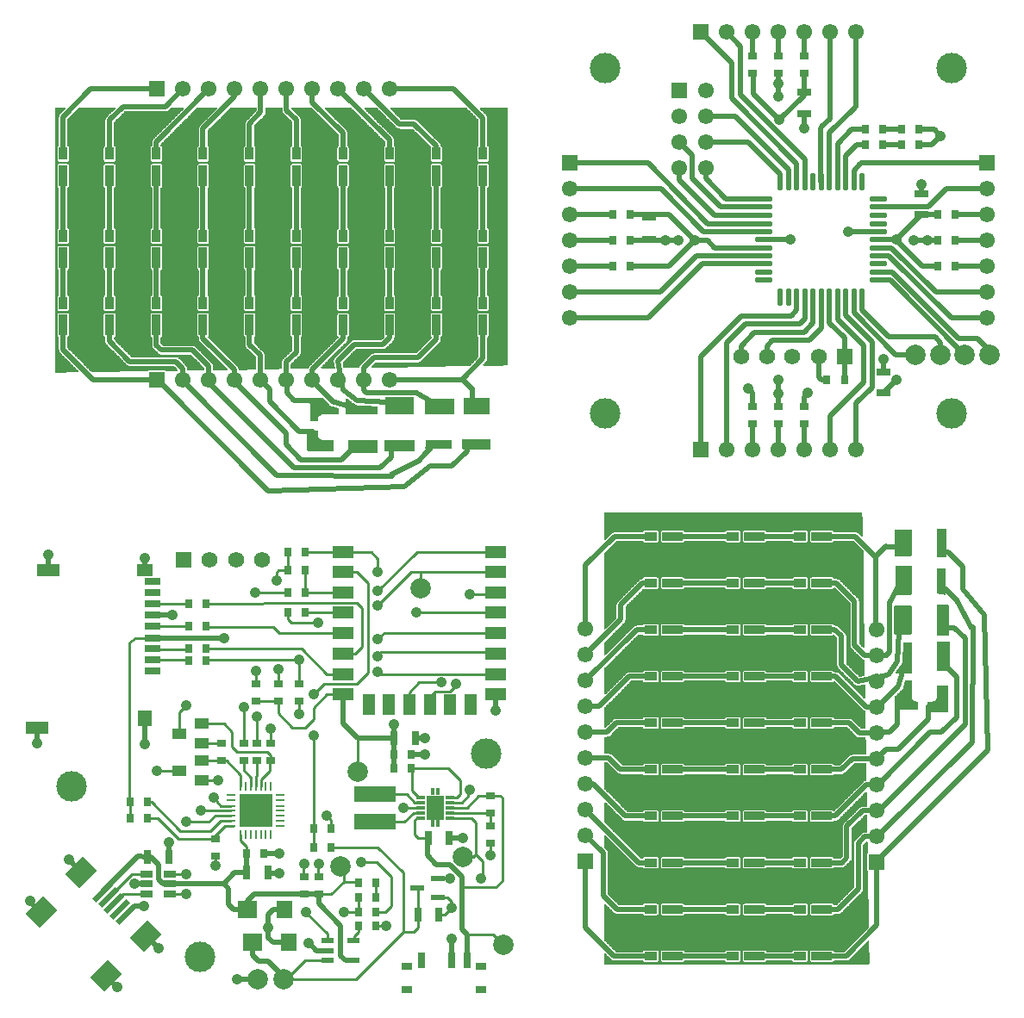
<source format=gtl>
%MOIN*%
%OFA0B0*%
%FSLAX33Y33*%
%IPPOS*%
%LPD*%
%AMRect-W2000001-H800001-RO0.500*
21,1,0.078740196850393712,0.031496102362204723,0,0,360*%
%AMRect-W1200000-H800001-RO0.500*
21,1,0.047244094488188976,0.031496102362204723,0,0,360*%
%AMCOMP11889*
4,1,3,
-0.039370098425196856,-0.015748051181102354,
0.039370098425196856,-0.015748051181102372,
0.039370098425196856,0.015748051181102354,
-0.039370098425196856,0.015748051181102372,
0*%
%AMCOMP11890*
4,1,3,
-0.023622047244094491,-0.015748051181102354,
0.023622047244094484,-0.015748051181102368,
0.023622047244094491,0.015748051181102354,
-0.023622047244094484,0.015748051181102368,
0*%
%AMRect-W670710-H1320710-RO1.5000*
21,1,0.026405905511811028,0.05199645669291339,0,0,90*%
%AMRR-H1749999-W549999-R274999-RO1.5000*
21,1,0.000000039370078740157479,0.068897598425196854,0,0,90*
21,1,0.021653503937007875,0.047244133858267721,0,0,90*
1,1,0.021653464566929133,-0.023622066929133861,-0.00000001968503937007874*
1,1,0.021653464566929133,-0.023622066929133861,0.00000001968503937007874*
1,1,0.021653464566929133,0.023622066929133861,0.00000001968503937007874*
1,1,0.021653464566929133,0.023622066929133861,-0.00000001968503937007874*%
%AMRR-H1749999-W549999-R274999-RO0.0000*
21,1,0.000000039370078740157479,0.068897598425196854,0,0,360*
21,1,0.021653503937007875,0.047244133858267721,0,0,360*
1,1,0.021653464566929133,-0.00000001968503937007874,0.023622066929133861*
1,1,0.021653464566929133,0.00000001968503937007874,0.023622066929133861*
1,1,0.021653464566929133,0.00000001968503937007874,-0.023622066929133861*
1,1,0.021653464566929133,-0.00000001968503937007874,-0.023622066929133861*%
%AMRect-W670710-H870710-RO1.0000*
21,1,0.026405905511811028,0.03427992125984252,0,0,180*%
%AMRect-W1550000-H1550000-RO0.5000*
21,1,0.0610236220472441,0.0610236220472441,0,0,270*%
%AMRect-W670710-H1320710-RO0.5000*
21,1,0.026405905511811028,0.05199645669291339,0,0,270*%
%AMRect-W1570000-H1570000-RO1.0000*
21,1,0.061811023622047247,0.061811023622047247,0,0,180*%
%AMRect-W670710-H870710-RO1.5000*
21,1,0.026405905511811028,0.03427992125984252,0,0,90*%
%AMRect-W670710-H870710-RO0.5000*
21,1,0.026405905511811028,0.03427992125984252,0,0,270*%
%AMCOMP118990*
4,1,3,
0.025998228346456695,-0.013202952755905516,
0.025998228346456695,0.013202952755905511,
-0.025998228346456695,0.013202952755905516,
-0.025998228346456695,-0.013202952755905511,
0*%
%AMCOMP119000*
4,1,3,
0.034448799212598427,-0.000000019685039372188054,
0.034448799212598427,0.000000019685039367969429,
-0.034448799212598427,0.000000019685039372188054,
-0.034448799212598427,-0.000000019685039367969429,
0*
4,1,3,
0.023622066929133861,-0.010826751968503939,
0.023622066929133861,0.010826751968503936,
-0.023622066929133861,0.010826751968503939,
-0.023622066929133861,-0.010826751968503936,
0*
4,1,19,
-0.023622066929133861,0.010826712598425197,
-0.020276422659995429,0.010296814603332715,
-0.017258273362394577,0.0087589907258313459,
-0.014863056518263147,0.006363773881699915,
-0.013325232640761778,0.0033456245840990623,
-0.012795334645669294,-0.000000019685039369415817,
-0.013325232640761776,-0.003345663954177801,
-0.014863056518263144,-0.0063638132517786538,
-0.017258273362394577,-0.0087590300959100847,
-0.020276422659995429,-0.010296853973411454,
-0.023622066929133861,-0.010826751968503938,
-0.026967711198272296,-0.010296853973411454,
-0.029985860495873141,-0.0087590300959100864,
-0.032381077340004574,-0.0063638132517786546,
-0.033918901217505945,-0.0033456639541778041,
-0.034448799212598427,-0.000000019685039372067514,
-0.033918901217505945,0.00334562458409906,
-0.032381077340004581,0.0063637738816999133,
-0.029985860495873148,0.0087589907258313442,
-0.026967711198272296,0.010296814603332713,
0*
4,1,19,
-0.023622066929133861,0.010826751968503938,
-0.020276422659995429,0.010296853973411456,
-0.017258273362394577,0.0087590300959100847,
-0.014863056518263147,0.0063638132517786538,
-0.013325232640761778,0.0033456639541778023,
-0.012795334645669294,0.000000019685039370741665,
-0.013325232640761776,-0.003345624584099061,
-0.014863056518263144,-0.006363773881699915,
-0.017258273362394577,-0.0087589907258313459,
-0.020276422659995429,-0.010296814603332713,
-0.023622066929133861,-0.010826712598425197,
-0.026967711198272296,-0.010296814603332713,
-0.029985860495873141,-0.0087589907258313476,
-0.032381077340004574,-0.0063637738816999159,
-0.033918901217505945,-0.0033456245840990636,
-0.034448799212598427,0.000000019685039368089969,
-0.033918901217505945,0.0033456639541778,
-0.032381077340004581,0.0063638132517786529,
-0.029985860495873148,0.0087590300959100829,
-0.026967711198272296,0.010296853973411454,
0*
4,1,19,
0.023622066929133861,0.010826751968503938,
0.026967711198272296,0.010296853973411456,
0.029985860495873148,0.0087590300959100847,
0.032381077340004574,0.0063638132517786538,
0.033918901217505945,0.0033456639541778023,
0.034448799212598427,0.000000019685039370741665,
0.033918901217505945,-0.003345624584099061,
0.032381077340004581,-0.006363773881699915,
0.029985860495873148,-0.0087589907258313459,
0.026967711198272296,-0.010296814603332713,
0.023622066929133861,-0.010826712598425197,
0.020276422659995429,-0.010296814603332713,
0.017258273362394577,-0.0087589907258313476,
0.014863056518263147,-0.0063637738816999159,
0.013325232640761778,-0.0033456245840990636,
0.012795334645669294,0.000000019685039368089969,
0.013325232640761776,0.0033456639541778,
0.014863056518263144,0.0063638132517786529,
0.017258273362394577,0.0087590300959100829,
0.020276422659995429,0.010296853973411454,
0*
4,1,19,
0.023622066929133861,0.010826712598425197,
0.026967711198272296,0.010296814603332715,
0.029985860495873148,0.0087589907258313459,
0.032381077340004574,0.006363773881699915,
0.033918901217505945,0.0033456245840990623,
0.034448799212598427,-0.000000019685039369415817,
0.033918901217505945,-0.003345663954177801,
0.032381077340004581,-0.0063638132517786538,
0.029985860495873148,-0.0087590300959100847,
0.026967711198272296,-0.010296853973411454,
0.023622066929133861,-0.010826751968503938,
0.020276422659995429,-0.010296853973411454,
0.017258273362394577,-0.0087590300959100864,
0.014863056518263147,-0.0063638132517786546,
0.013325232640761778,-0.0033456639541778041,
0.012795334645669294,-0.000000019685039372067514,
0.013325232640761776,0.00334562458409906,
0.014863056518263144,0.0063637738816999133,
0.017258273362394577,0.0087589907258313442,
0.020276422659995429,0.010296814603332713,
0*%
%AMCOMP119010*
4,1,3,
-0.000000019685039378515985,-0.034448799212598427,
0.000000019685039361641497,-0.034448799212598427,
0.000000019685039378515985,0.034448799212598427,
-0.000000019685039361641497,0.034448799212598427,
0*
4,1,3,
-0.010826751968503945,-0.023622066929133857,
0.010826751968503931,-0.023622066929133864,
0.010826751968503945,0.023622066929133857,
-0.010826751968503931,0.023622066929133864,
0*
4,1,19,
-0.00000001968503937007874,0.034448799212598427,
0.0033456245840990614,0.033918901217505945,
0.006363773881699915,0.032381077340004581,
0.0087589907258313459,0.029985860495873148,
0.010296814603332713,0.026967711198272296,
0.010826712598425197,0.023622066929133861,
0.010296814603332715,0.020276422659995429,
0.0087589907258313459,0.017258273362394577,
0.0063637738816999159,0.014863056518263147,
0.0033456245840990631,0.013325232640761778,
-0.000000019685039368752892,0.012795334645669294,
-0.0033456639541778049,0.013325232640761778,
-0.0063638132517786529,0.014863056518263144,
-0.0087590300959100847,0.017258273362394577,
-0.010296853973411454,0.020276422659995429,
-0.010826751968503938,0.023622066929133861,
-0.010296853973411456,0.026967711198272289,
-0.0087590300959100864,0.029985860495873141,
-0.0063638132517786555,0.032381077340004574,
-0.0033456639541778045,0.033918901217505945,
0*
4,1,19,
0.00000001968503937007874,0.034448799212598427,
0.0033456639541778019,0.033918901217505945,
0.0063638132517786538,0.032381077340004581,
0.0087590300959100847,0.029985860495873148,
0.010296853973411454,0.026967711198272296,
0.010826751968503938,0.023622066929133861,
0.010296853973411456,0.020276422659995429,
0.0087590300959100847,0.017258273362394577,
0.0063638132517786546,0.014863056518263147,
0.0033456639541778032,0.013325232640761778,
0.000000019685039371404588,0.012795334645669294,
-0.0033456245840990649,0.013325232640761778,
-0.0063637738816999133,0.014863056518263144,
-0.0087589907258313459,0.017258273362394577,
-0.010296814603332713,0.020276422659995429,
-0.010826712598425197,0.023622066929133861,
-0.010296814603332715,0.026967711198272289,
-0.0087589907258313476,0.029985860495873141,
-0.0063637738816999167,0.032381077340004574,
-0.0033456245840990644,0.033918901217505945,
0*
4,1,19,
0.00000001968503937007874,-0.012795334645669294,
0.0033456639541778019,-0.013325232640761776,
0.0063638132517786538,-0.014863056518263144,
0.0087590300959100847,-0.017258273362394577,
0.010296853973411454,-0.020276422659995429,
0.010826751968503938,-0.023622066929133861,
0.010296853973411456,-0.026967711198272296,
0.0087590300959100847,-0.029985860495873148,
0.0063638132517786546,-0.032381077340004574,
0.0033456639541778032,-0.033918901217505945,
0.000000019685039371404588,-0.034448799212598427,
-0.0033456245840990649,-0.033918901217505945,
-0.0063637738816999133,-0.032381077340004581,
-0.0087589907258313459,-0.029985860495873148,
-0.010296814603332713,-0.026967711198272296,
-0.010826712598425197,-0.023622066929133861,
-0.010296814603332715,-0.020276422659995432,
-0.0087589907258313476,-0.017258273362394577,
-0.0063637738816999167,-0.014863056518263149,
-0.0033456245840990644,-0.013325232640761778,
0*
4,1,19,
-0.00000001968503937007874,-0.012795334645669294,
0.0033456245840990614,-0.013325232640761776,
0.006363773881699915,-0.014863056518263144,
0.0087589907258313459,-0.017258273362394577,
0.010296814603332713,-0.020276422659995429,
0.010826712598425197,-0.023622066929133861,
0.010296814603332715,-0.026967711198272296,
0.0087589907258313459,-0.029985860495873148,
0.0063637738816999159,-0.032381077340004574,
0.0033456245840990631,-0.033918901217505945,
-0.000000019685039368752892,-0.034448799212598427,
-0.0033456639541778049,-0.033918901217505945,
-0.0063638132517786529,-0.032381077340004581,
-0.0087590300959100847,-0.029985860495873148,
-0.010296853973411454,-0.026967711198272296,
-0.010826751968503938,-0.023622066929133861,
-0.010296853973411456,-0.020276422659995432,
-0.0087590300959100864,-0.017258273362394577,
-0.0063638132517786555,-0.014863056518263149,
-0.0033456639541778045,-0.013325232640761778,
0*%
%AMCOMP119020*
4,1,3,
0.013202952755905516,0.017139960629921257,
-0.013202952755905511,0.017139960629921264,
-0.013202952755905516,-0.017139960629921257,
0.013202952755905511,-0.017139960629921264,
0*%
%AMCOMP119030*
4,1,3,
-0.030511811023622045,0.030511811023622055,
-0.030511811023622055,-0.030511811023622045,
0.030511811023622045,-0.030511811023622055,
0.030511811023622055,0.030511811023622045,
0*%
%AMCOMP119040*
4,1,3,
-0.025998228346456691,0.013202952755905517,
-0.0259982283464567,-0.013202952755905509,
0.025998228346456691,-0.013202952755905517,
0.0259982283464567,0.013202952755905509,
0*%
%AMCOMP119050*
4,1,3,
0.03090551181102363,0.03090551181102362,
-0.03090551181102362,0.03090551181102363,
-0.03090551181102363,-0.03090551181102362,
0.03090551181102362,-0.03090551181102363,
0*%
%AMCOMP119060*
4,1,3,
0.01713996062992126,-0.013202952755905514,
0.01713996062992126,0.013202952755905514,
-0.01713996062992126,0.013202952755905514,
-0.01713996062992126,-0.013202952755905514,
0*%
%AMCOMP119070*
4,1,3,
-0.017139960629921257,0.013202952755905516,
-0.017139960629921264,-0.013202952755905511,
0.017139960629921257,-0.013202952755905516,
0.017139960629921264,0.013202952755905511,
0*%
%AMCOMP11993*
4,1,3,
-0.039370098425196856,-0.015748051181102354,
0.039370098425196856,-0.015748051181102372,
0.039370098425196856,0.015748051181102354,
-0.039370098425196856,0.015748051181102372,
0*%
%AMCOMP11994*
4,1,3,
-0.023622047244094491,-0.015748051181102354,
0.023622047244094484,-0.015748051181102368,
0.023622047244094491,0.015748051181102354,
-0.023622047244094484,0.015748051181102368,
0*%
%AMCOMP11995*
4,1,3,
0.025998228346456695,-0.013202952755905516,
0.025998228346456695,0.013202952755905511,
-0.025998228346456695,0.013202952755905516,
-0.025998228346456695,-0.013202952755905511,
0*%
%AMCOMP11996*
4,1,3,
0.034448799212598427,-0.000000019685039372188054,
0.034448799212598427,0.000000019685039367969429,
-0.034448799212598427,0.000000019685039372188054,
-0.034448799212598427,-0.000000019685039367969429,
0*
4,1,3,
0.023622066929133861,-0.010826751968503939,
0.023622066929133861,0.010826751968503936,
-0.023622066929133861,0.010826751968503939,
-0.023622066929133861,-0.010826751968503936,
0*
4,1,19,
-0.023622066929133861,0.010826712598425197,
-0.020276422659995429,0.010296814603332715,
-0.017258273362394577,0.0087589907258313459,
-0.014863056518263147,0.006363773881699915,
-0.013325232640761778,0.0033456245840990623,
-0.012795334645669294,-0.000000019685039369415817,
-0.013325232640761776,-0.003345663954177801,
-0.014863056518263144,-0.0063638132517786538,
-0.017258273362394577,-0.0087590300959100847,
-0.020276422659995429,-0.010296853973411454,
-0.023622066929133861,-0.010826751968503938,
-0.026967711198272296,-0.010296853973411454,
-0.029985860495873141,-0.0087590300959100864,
-0.032381077340004574,-0.0063638132517786546,
-0.033918901217505945,-0.0033456639541778041,
-0.034448799212598427,-0.000000019685039372067514,
-0.033918901217505945,0.00334562458409906,
-0.032381077340004581,0.0063637738816999133,
-0.029985860495873148,0.0087589907258313442,
-0.026967711198272296,0.010296814603332713,
0*
4,1,19,
-0.023622066929133861,0.010826751968503938,
-0.020276422659995429,0.010296853973411456,
-0.017258273362394577,0.0087590300959100847,
-0.014863056518263147,0.0063638132517786538,
-0.013325232640761778,0.0033456639541778023,
-0.012795334645669294,0.000000019685039370741665,
-0.013325232640761776,-0.003345624584099061,
-0.014863056518263144,-0.006363773881699915,
-0.017258273362394577,-0.0087589907258313459,
-0.020276422659995429,-0.010296814603332713,
-0.023622066929133861,-0.010826712598425197,
-0.026967711198272296,-0.010296814603332713,
-0.029985860495873141,-0.0087589907258313476,
-0.032381077340004574,-0.0063637738816999159,
-0.033918901217505945,-0.0033456245840990636,
-0.034448799212598427,0.000000019685039368089969,
-0.033918901217505945,0.0033456639541778,
-0.032381077340004581,0.0063638132517786529,
-0.029985860495873148,0.0087590300959100829,
-0.026967711198272296,0.010296853973411454,
0*
4,1,19,
0.023622066929133861,0.010826751968503938,
0.026967711198272296,0.010296853973411456,
0.029985860495873148,0.0087590300959100847,
0.032381077340004574,0.0063638132517786538,
0.033918901217505945,0.0033456639541778023,
0.034448799212598427,0.000000019685039370741665,
0.033918901217505945,-0.003345624584099061,
0.032381077340004581,-0.006363773881699915,
0.029985860495873148,-0.0087589907258313459,
0.026967711198272296,-0.010296814603332713,
0.023622066929133861,-0.010826712598425197,
0.020276422659995429,-0.010296814603332713,
0.017258273362394577,-0.0087589907258313476,
0.014863056518263147,-0.0063637738816999159,
0.013325232640761778,-0.0033456245840990636,
0.012795334645669294,0.000000019685039368089969,
0.013325232640761776,0.0033456639541778,
0.014863056518263144,0.0063638132517786529,
0.017258273362394577,0.0087590300959100829,
0.020276422659995429,0.010296853973411454,
0*
4,1,19,
0.023622066929133861,0.010826712598425197,
0.026967711198272296,0.010296814603332715,
0.029985860495873148,0.0087589907258313459,
0.032381077340004574,0.006363773881699915,
0.033918901217505945,0.0033456245840990623,
0.034448799212598427,-0.000000019685039369415817,
0.033918901217505945,-0.003345663954177801,
0.032381077340004581,-0.0063638132517786538,
0.029985860495873148,-0.0087590300959100847,
0.026967711198272296,-0.010296853973411454,
0.023622066929133861,-0.010826751968503938,
0.020276422659995429,-0.010296853973411454,
0.017258273362394577,-0.0087590300959100864,
0.014863056518263147,-0.0063638132517786546,
0.013325232640761778,-0.0033456639541778041,
0.012795334645669294,-0.000000019685039372067514,
0.013325232640761776,0.00334562458409906,
0.014863056518263144,0.0063637738816999133,
0.017258273362394577,0.0087589907258313442,
0.020276422659995429,0.010296814603332713,
0*%
%AMCOMP11997*
4,1,3,
-0.000000019685039378515985,-0.034448799212598427,
0.000000019685039361641497,-0.034448799212598427,
0.000000019685039378515985,0.034448799212598427,
-0.000000019685039361641497,0.034448799212598427,
0*
4,1,3,
-0.010826751968503945,-0.023622066929133857,
0.010826751968503931,-0.023622066929133864,
0.010826751968503945,0.023622066929133857,
-0.010826751968503931,0.023622066929133864,
0*
4,1,19,
-0.00000001968503937007874,0.034448799212598427,
0.0033456245840990614,0.033918901217505945,
0.006363773881699915,0.032381077340004581,
0.0087589907258313459,0.029985860495873148,
0.010296814603332713,0.026967711198272296,
0.010826712598425197,0.023622066929133861,
0.010296814603332715,0.020276422659995429,
0.0087589907258313459,0.017258273362394577,
0.0063637738816999159,0.014863056518263147,
0.0033456245840990631,0.013325232640761778,
-0.000000019685039368752892,0.012795334645669294,
-0.0033456639541778049,0.013325232640761778,
-0.0063638132517786529,0.014863056518263144,
-0.0087590300959100847,0.017258273362394577,
-0.010296853973411454,0.020276422659995429,
-0.010826751968503938,0.023622066929133861,
-0.010296853973411456,0.026967711198272289,
-0.0087590300959100864,0.029985860495873141,
-0.0063638132517786555,0.032381077340004574,
-0.0033456639541778045,0.033918901217505945,
0*
4,1,19,
0.00000001968503937007874,0.034448799212598427,
0.0033456639541778019,0.033918901217505945,
0.0063638132517786538,0.032381077340004581,
0.0087590300959100847,0.029985860495873148,
0.010296853973411454,0.026967711198272296,
0.010826751968503938,0.023622066929133861,
0.010296853973411456,0.020276422659995429,
0.0087590300959100847,0.017258273362394577,
0.0063638132517786546,0.014863056518263147,
0.0033456639541778032,0.013325232640761778,
0.000000019685039371404588,0.012795334645669294,
-0.0033456245840990649,0.013325232640761778,
-0.0063637738816999133,0.014863056518263144,
-0.0087589907258313459,0.017258273362394577,
-0.010296814603332713,0.020276422659995429,
-0.010826712598425197,0.023622066929133861,
-0.010296814603332715,0.026967711198272289,
-0.0087589907258313476,0.029985860495873141,
-0.0063637738816999167,0.032381077340004574,
-0.0033456245840990644,0.033918901217505945,
0*
4,1,19,
0.00000001968503937007874,-0.012795334645669294,
0.0033456639541778019,-0.013325232640761776,
0.0063638132517786538,-0.014863056518263144,
0.0087590300959100847,-0.017258273362394577,
0.010296853973411454,-0.020276422659995429,
0.010826751968503938,-0.023622066929133861,
0.010296853973411456,-0.026967711198272296,
0.0087590300959100847,-0.029985860495873148,
0.0063638132517786546,-0.032381077340004574,
0.0033456639541778032,-0.033918901217505945,
0.000000019685039371404588,-0.034448799212598427,
-0.0033456245840990649,-0.033918901217505945,
-0.0063637738816999133,-0.032381077340004581,
-0.0087589907258313459,-0.029985860495873148,
-0.010296814603332713,-0.026967711198272296,
-0.010826712598425197,-0.023622066929133861,
-0.010296814603332715,-0.020276422659995432,
-0.0087589907258313476,-0.017258273362394577,
-0.0063637738816999167,-0.014863056518263149,
-0.0033456245840990644,-0.013325232640761778,
0*
4,1,19,
-0.00000001968503937007874,-0.012795334645669294,
0.0033456245840990614,-0.013325232640761776,
0.006363773881699915,-0.014863056518263144,
0.0087589907258313459,-0.017258273362394577,
0.010296814603332713,-0.020276422659995429,
0.010826712598425197,-0.023622066929133861,
0.010296814603332715,-0.026967711198272296,
0.0087589907258313459,-0.029985860495873148,
0.0063637738816999159,-0.032381077340004574,
0.0033456245840990631,-0.033918901217505945,
-0.000000019685039368752892,-0.034448799212598427,
-0.0033456639541778049,-0.033918901217505945,
-0.0063638132517786529,-0.032381077340004581,
-0.0087590300959100847,-0.029985860495873148,
-0.010296853973411454,-0.026967711198272296,
-0.010826751968503938,-0.023622066929133861,
-0.010296853973411456,-0.020276422659995432,
-0.0087590300959100864,-0.017258273362394577,
-0.0063638132517786555,-0.014863056518263149,
-0.0033456639541778045,-0.013325232640761778,
0*%
%AMCOMP11998*
4,1,3,
0.013202952755905516,0.017139960629921257,
-0.013202952755905511,0.017139960629921264,
-0.013202952755905516,-0.017139960629921257,
0.013202952755905511,-0.017139960629921264,
0*%
%AMCOMP11999*
4,1,3,
-0.030511811023622045,0.030511811023622055,
-0.030511811023622055,-0.030511811023622045,
0.030511811023622045,-0.030511811023622055,
0.030511811023622055,0.030511811023622045,
0*%
%AMCOMP12000*
4,1,3,
-0.025998228346456691,0.013202952755905517,
-0.0259982283464567,-0.013202952755905509,
0.025998228346456691,-0.013202952755905517,
0.0259982283464567,0.013202952755905509,
0*%
%AMCOMP12001*
4,1,3,
0.03090551181102363,0.03090551181102362,
-0.03090551181102362,0.03090551181102363,
-0.03090551181102363,-0.03090551181102362,
0.03090551181102362,-0.03090551181102363,
0*%
%AMCOMP12002*
4,1,3,
0.01713996062992126,-0.013202952755905514,
0.01713996062992126,0.013202952755905514,
-0.01713996062992126,0.013202952755905514,
-0.01713996062992126,-0.013202952755905514,
0*%
%AMCOMP12003*
4,1,3,
-0.017139960629921257,0.013202952755905516,
-0.017139960629921264,-0.013202952755905511,
0.017139960629921257,-0.013202952755905516,
0.017139960629921264,0.013202952755905511,
0*%
%AMRect-W670710-H870710-RO0.5001*
21,1,0.026405905511811028,0.03427992125984252,0,0,270*%
%AMRect-W1500000-H4000000-RO1.5000*
21,1,0.059055118110236227,0.15748031496062992,0,0,90*%
%AMRect-W670710-H870710-RO1.0001*
21,1,0.026405905511811028,0.03427992125984252,0,0,180*%
%AMRect-W1400000-H1000000-RO1.0000*
21,1,0.055118110236220472,0.03937007874015748,0,0,180*%
%AMRect-W670710-H870710-RO1.5001*
21,1,0.026405905511811028,0.03427992125984252,0,0,90*%
%AMRect-W700000-H1600000-RO1.5000*
21,1,0.027559055118110236,0.062992125984251982,0,0,90*%
%AMRect-W1200000-H1600000-RO0.5000*
21,1,0.047244094488188976,0.062992125984251982,0,0,270*%
%AMRect-W1600000-H1400000-RO0.5000*
21,1,0.062992125984251982,0.055118110236220472,0,0,270*%
%AMRect-W1200000-H2200000-RO0.5000*
21,1,0.047244094488188976,0.086614173228346469,0,0,270*%
%AMRect-W280000-H850000-RO0.5000*
21,1,0.011023622047244096,0.033464566929133861,0,0,270*%
%AMRect-W2400000-H1650000-RO0.5000*
21,1,0.094488188976377951,0.064960629921259838,0,0,270*%
%AMRect-W700000-H280000-RO0.5000*
21,1,0.027559055118110236,0.011023622047244096,0,0,270*%
%AMRect-W1280000-H550000-RO1.0000*
21,1,0.050393700787401581,0.021653543307086617,0,0,180*%
%AMRect-W1520000-H1680000-RO1.0000*
21,1,0.059842519685039376,0.066141732283464566,0,0,180*%
%AMRect-W1880000-H1680000-RO1.0000*
21,1,0.074015748031496062,0.066141732283464566,0,0,180*%
%AMRect-W2300000-H500000-RO1.7500*
21,1,0.0905511811023622,0.01968503937007874,0,0,45*%
%AMRect-W2500000-H2000000-RO1.7500*
21,1,0.0984251968503937,0.07874015748031496,0,0,45*%
%AMRect-W600000-H1200000-RO0.5000*
21,1,0.023622047244094488,0.047244094488188976,0,0,270*%
%AMCOMP119240*
4,1,3,
-0.017139960629921257,0.013202952755905516,
-0.017139960629921264,-0.013202952755905511,
0.017139960629921257,-0.013202952755905516,
0.017139960629921264,0.013202952755905511,
0*%
%AMCOMP119250*
4,1,3,
0.07874015748031496,-0.029527559055118117,
0.07874015748031496,0.029527559055118106,
-0.07874015748031496,0.029527559055118117,
-0.07874015748031496,-0.029527559055118106,
0*%
%AMCOMP119260*
4,1,3,
0.013202952755905516,0.017139960629921257,
-0.013202952755905511,0.017139960629921264,
-0.013202952755905516,-0.017139960629921257,
0.013202952755905511,-0.017139960629921264,
0*%
%AMCOMP119270*
4,1,3,
0.027559055118110239,0.019685039370078736,
-0.027559055118110232,0.019685039370078747,
-0.027559055118110239,-0.019685039370078736,
0.027559055118110232,-0.019685039370078747,
0*%
%AMCOMP119280*
4,1,3,
0.01713996062992126,-0.013202952755905514,
0.01713996062992126,0.013202952755905514,
-0.01713996062992126,0.013202952755905514,
-0.01713996062992126,-0.013202952755905514,
0*%
%AMCOMP119290*
4,1,3,
0.031496062992125991,-0.01377952755905512,
0.031496062992125991,0.013779527559055116,
-0.031496062992125991,0.01377952755905512,
-0.031496062992125991,-0.013779527559055116,
0*%
%AMCOMP119300*
4,1,3,
-0.031496062992125984,0.023622047244094491,
-0.031496062992125991,-0.023622047244094484,
0.031496062992125984,-0.023622047244094491,
0.031496062992125991,0.023622047244094484,
0*%
%AMCOMP119310*
4,1,3,
-0.027559055118110232,0.031496062992125991,
-0.027559055118110239,-0.031496062992125984,
0.027559055118110232,-0.031496062992125991,
0.027559055118110239,0.031496062992125984,
0*%
%AMCOMP119320*
4,1,3,
-0.043307086614173235,0.0236220472440945,
-0.043307086614173235,-0.023622047244094481,
0.043307086614173235,-0.0236220472440945,
0.043307086614173235,0.023622047244094481,
0*%
%AMCOMP119330*
4,1,3,
-0.016732283464566931,0.0055118110236220515,
-0.016732283464566931,-0.0055118110236220446,
0.016732283464566931,-0.0055118110236220515,
0.016732283464566931,0.0055118110236220446,
0*%
%AMCOMP119340*
4,1,3,
-0.032480314960629912,0.047244094488188983,
-0.032480314960629933,-0.047244094488188969,
0.032480314960629912,-0.047244094488188983,
0.032480314960629933,0.047244094488188969,
0*%
%AMCOMP119350*
4,1,3,
-0.0055118110236220463,0.013779527559055118,
-0.0055118110236220506,-0.013779527559055118,
0.0055118110236220463,-0.013779527559055118,
0.0055118110236220506,0.013779527559055118,
0*%
%AMCOMP119360*
4,1,3,
0.025196850393700791,0.010826771653543307,
-0.025196850393700791,0.01082677165354331,
-0.025196850393700791,-0.010826771653543307,
0.025196850393700791,-0.01082677165354331,
0*%
%AMCOMP119370*
4,1,3,
0.029921259842519692,0.033070866141732283,
-0.029921259842519681,0.03307086614173229,
-0.029921259842519692,-0.033070866141732283,
0.029921259842519681,-0.03307086614173229,
0*%
%AMCOMP119380*
4,1,3,
0.037007874015748038,0.033070866141732283,
-0.037007874015748024,0.03307086614173229,
-0.037007874015748038,-0.033070866141732283,
0.037007874015748024,-0.03307086614173229,
0*%
%AMCOMP119390*
4,1,3,
-0.025054964687712313,-0.038974389514219152,
0.038974389514219152,0.02505496468771231,
0.025054964687712313,0.038974389514219152,
-0.038974389514219152,-0.02505496468771231,
0*%
%AMCOMP119400*
4,1,3,
-0.0069597124132534244,-0.062637411719280792,
0.062637411719280792,0.0069597124132534157,
0.0069597124132534244,0.062637411719280792,
-0.062637411719280792,-0.0069597124132534157,
0*%
%AMCOMP119410*
4,1,3,
-0.023622047244094488,0.011811023622047249,
-0.023622047244094488,-0.011811023622047241,
0.023622047244094488,-0.011811023622047249,
0.023622047244094488,0.011811023622047241,
0*%
%AMRect-W2000001-H800001-RO0.50000*
21,1,0.078740196850393712,0.031496102362204723,0,0,270*%
%AMRect-W1200000-H800001-RO0.50000*
21,1,0.047244094488188976,0.031496102362204723,0,0,270*%
%AMCOMP1197900*
4,1,3,
-0.015748051181102354,0.039370098425196856,
-0.015748051181102368,-0.039370098425196856,
0.015748051181102354,-0.039370098425196856,
0.015748051181102368,0.039370098425196856,
0*%
%AMCOMP1198000*
4,1,3,
-0.015748051181102358,0.023622047244094491,
-0.015748051181102368,-0.023622047244094484,
0.015748051181102358,-0.023622047244094491,
0.015748051181102368,0.023622047244094484,
0*%
%AMCOMP120040*
4,1,3,
-0.017139960629921257,0.013202952755905516,
-0.017139960629921264,-0.013202952755905511,
0.017139960629921257,-0.013202952755905516,
0.017139960629921264,0.013202952755905511,
0*%
%AMCOMP120050*
4,1,3,
0.07874015748031496,-0.029527559055118117,
0.07874015748031496,0.029527559055118106,
-0.07874015748031496,0.029527559055118117,
-0.07874015748031496,-0.029527559055118106,
0*%
%AMCOMP120060*
4,1,3,
0.013202952755905516,0.017139960629921257,
-0.013202952755905511,0.017139960629921264,
-0.013202952755905516,-0.017139960629921257,
0.013202952755905511,-0.017139960629921264,
0*%
%AMCOMP120070*
4,1,3,
0.027559055118110239,0.019685039370078736,
-0.027559055118110232,0.019685039370078747,
-0.027559055118110239,-0.019685039370078736,
0.027559055118110232,-0.019685039370078747,
0*%
%AMCOMP120080*
4,1,3,
0.01713996062992126,-0.013202952755905514,
0.01713996062992126,0.013202952755905514,
-0.01713996062992126,0.013202952755905514,
-0.01713996062992126,-0.013202952755905514,
0*%
%AMCOMP120090*
4,1,3,
0.031496062992125991,-0.01377952755905512,
0.031496062992125991,0.013779527559055116,
-0.031496062992125991,0.01377952755905512,
-0.031496062992125991,-0.013779527559055116,
0*%
%AMCOMP120100*
4,1,3,
-0.031496062992125984,0.023622047244094491,
-0.031496062992125991,-0.023622047244094484,
0.031496062992125984,-0.023622047244094491,
0.031496062992125991,0.023622047244094484,
0*%
%AMCOMP120110*
4,1,3,
-0.027559055118110232,0.031496062992125991,
-0.027559055118110239,-0.031496062992125984,
0.027559055118110232,-0.031496062992125991,
0.027559055118110239,0.031496062992125984,
0*%
%AMCOMP120120*
4,1,3,
-0.043307086614173235,0.0236220472440945,
-0.043307086614173235,-0.023622047244094481,
0.043307086614173235,-0.0236220472440945,
0.043307086614173235,0.023622047244094481,
0*%
%AMCOMP120130*
4,1,3,
-0.016732283464566931,0.0055118110236220515,
-0.016732283464566931,-0.0055118110236220446,
0.016732283464566931,-0.0055118110236220515,
0.016732283464566931,0.0055118110236220446,
0*%
%AMCOMP120140*
4,1,3,
-0.032480314960629912,0.047244094488188983,
-0.032480314960629933,-0.047244094488188969,
0.032480314960629912,-0.047244094488188983,
0.032480314960629933,0.047244094488188969,
0*%
%AMCOMP120150*
4,1,3,
-0.0055118110236220463,0.013779527559055118,
-0.0055118110236220506,-0.013779527559055118,
0.0055118110236220463,-0.013779527559055118,
0.0055118110236220506,0.013779527559055118,
0*%
%AMCOMP120160*
4,1,3,
0.025196850393700791,0.010826771653543307,
-0.025196850393700791,0.01082677165354331,
-0.025196850393700791,-0.010826771653543307,
0.025196850393700791,-0.01082677165354331,
0*%
%AMCOMP120170*
4,1,3,
0.029921259842519692,0.033070866141732283,
-0.029921259842519681,0.03307086614173229,
-0.029921259842519692,-0.033070866141732283,
0.029921259842519681,-0.03307086614173229,
0*%
%AMCOMP120180*
4,1,3,
0.037007874015748038,0.033070866141732283,
-0.037007874015748024,0.03307086614173229,
-0.037007874015748038,-0.033070866141732283,
0.037007874015748024,-0.03307086614173229,
0*%
%AMCOMP120190*
4,1,3,
-0.025054964687712313,-0.038974389514219152,
0.038974389514219152,0.02505496468771231,
0.025054964687712313,0.038974389514219152,
-0.038974389514219152,-0.02505496468771231,
0*%
%AMCOMP120200*
4,1,3,
-0.0069597124132534244,-0.062637411719280792,
0.062637411719280792,0.0069597124132534157,
0.0069597124132534244,0.062637411719280792,
-0.062637411719280792,-0.0069597124132534157,
0*%
%AMCOMP120210*
4,1,3,
-0.023622047244094488,0.011811023622047249,
-0.023622047244094488,-0.011811023622047241,
0.023622047244094488,-0.011811023622047249,
0.023622047244094488,0.011811023622047241,
0*%
%AMCOMP120220*
4,1,3,
-0.015748051181102354,0.039370098425196856,
-0.015748051181102368,-0.039370098425196856,
0.015748051181102354,-0.039370098425196856,
0.015748051181102368,0.039370098425196856,
0*%
%AMCOMP120230*
4,1,3,
-0.015748051181102358,0.023622047244094491,
-0.015748051181102368,-0.023622047244094484,
0.015748051181102358,-0.023622047244094491,
0.015748051181102368,0.023622047244094484,
0*%
%ADD10C,0.002*%
%ADD11C,0.02*%
%ADD12C,0.042*%
%AMCOMP12024*
4,1,3,
-0.039370098425196856,-0.015748051181102354,
0.039370098425196856,-0.015748051181102372,
0.039370098425196856,0.015748051181102354,
-0.039370098425196856,0.015748051181102372,
0*%
%ADD13COMP12024*%
%AMCOMP12025*
4,1,3,
-0.023622047244094491,-0.015748051181102354,
0.023622047244094484,-0.015748051181102368,
0.023622047244094491,0.015748051181102354,
-0.023622047244094484,0.015748051181102368,
0*%
%ADD14COMP12025*%
%ADD15R,0.0610236220472441X0.0610236220472441*%
%ADD16C,0.0610236220472441*%
%ADD27C,0.02*%
%ADD28C,0.042*%
%ADD29R,0.026405905511811028X0.03427992125984252*%
%ADD30C,0.07874015748031496*%
%AMCOMP12026*
4,1,3,
0.025998228346456695,-0.013202952755905516,
0.025998228346456695,0.013202952755905511,
-0.025998228346456695,0.013202952755905516,
-0.025998228346456695,-0.013202952755905511,
0*%
%ADD31COMP12026*%
%AMCOMP12027*
4,1,3,
0.034448799212598427,-0.000000019685039372188054,
0.034448799212598427,0.000000019685039367969429,
-0.034448799212598427,0.000000019685039372188054,
-0.034448799212598427,-0.000000019685039367969429,
0*
4,1,3,
0.023622066929133861,-0.010826751968503939,
0.023622066929133861,0.010826751968503936,
-0.023622066929133861,0.010826751968503939,
-0.023622066929133861,-0.010826751968503936,
0*
4,1,19,
-0.023622066929133861,0.010826712598425197,
-0.020276422659995429,0.010296814603332715,
-0.017258273362394577,0.0087589907258313459,
-0.014863056518263147,0.006363773881699915,
-0.013325232640761778,0.0033456245840990623,
-0.012795334645669294,-0.000000019685039369415817,
-0.013325232640761776,-0.003345663954177801,
-0.014863056518263144,-0.0063638132517786538,
-0.017258273362394577,-0.0087590300959100847,
-0.020276422659995429,-0.010296853973411454,
-0.023622066929133861,-0.010826751968503938,
-0.026967711198272296,-0.010296853973411454,
-0.029985860495873141,-0.0087590300959100864,
-0.032381077340004574,-0.0063638132517786546,
-0.033918901217505945,-0.0033456639541778041,
-0.034448799212598427,-0.000000019685039372067514,
-0.033918901217505945,0.00334562458409906,
-0.032381077340004581,0.0063637738816999133,
-0.029985860495873148,0.0087589907258313442,
-0.026967711198272296,0.010296814603332713,
0*
4,1,19,
-0.023622066929133861,0.010826751968503938,
-0.020276422659995429,0.010296853973411456,
-0.017258273362394577,0.0087590300959100847,
-0.014863056518263147,0.0063638132517786538,
-0.013325232640761778,0.0033456639541778023,
-0.012795334645669294,0.000000019685039370741665,
-0.013325232640761776,-0.003345624584099061,
-0.014863056518263144,-0.006363773881699915,
-0.017258273362394577,-0.0087589907258313459,
-0.020276422659995429,-0.010296814603332713,
-0.023622066929133861,-0.010826712598425197,
-0.026967711198272296,-0.010296814603332713,
-0.029985860495873141,-0.0087589907258313476,
-0.032381077340004574,-0.0063637738816999159,
-0.033918901217505945,-0.0033456245840990636,
-0.034448799212598427,0.000000019685039368089969,
-0.033918901217505945,0.0033456639541778,
-0.032381077340004581,0.0063638132517786529,
-0.029985860495873148,0.0087590300959100829,
-0.026967711198272296,0.010296853973411454,
0*
4,1,19,
0.023622066929133861,0.010826751968503938,
0.026967711198272296,0.010296853973411456,
0.029985860495873148,0.0087590300959100847,
0.032381077340004574,0.0063638132517786538,
0.033918901217505945,0.0033456639541778023,
0.034448799212598427,0.000000019685039370741665,
0.033918901217505945,-0.003345624584099061,
0.032381077340004581,-0.006363773881699915,
0.029985860495873148,-0.0087589907258313459,
0.026967711198272296,-0.010296814603332713,
0.023622066929133861,-0.010826712598425197,
0.020276422659995429,-0.010296814603332713,
0.017258273362394577,-0.0087589907258313476,
0.014863056518263147,-0.0063637738816999159,
0.013325232640761778,-0.0033456245840990636,
0.012795334645669294,0.000000019685039368089969,
0.013325232640761776,0.0033456639541778,
0.014863056518263144,0.0063638132517786529,
0.017258273362394577,0.0087590300959100829,
0.020276422659995429,0.010296853973411454,
0*
4,1,19,
0.023622066929133861,0.010826712598425197,
0.026967711198272296,0.010296814603332715,
0.029985860495873148,0.0087589907258313459,
0.032381077340004574,0.006363773881699915,
0.033918901217505945,0.0033456245840990623,
0.034448799212598427,-0.000000019685039369415817,
0.033918901217505945,-0.003345663954177801,
0.032381077340004581,-0.0063638132517786538,
0.029985860495873148,-0.0087590300959100847,
0.026967711198272296,-0.010296853973411454,
0.023622066929133861,-0.010826751968503938,
0.020276422659995429,-0.010296853973411454,
0.017258273362394577,-0.0087590300959100864,
0.014863056518263147,-0.0063638132517786546,
0.013325232640761778,-0.0033456639541778041,
0.012795334645669294,-0.000000019685039372067514,
0.013325232640761776,0.00334562458409906,
0.014863056518263144,0.0063637738816999133,
0.017258273362394577,0.0087589907258313442,
0.020276422659995429,0.010296814603332713,
0*%
%ADD32COMP12027*%
%AMCOMP12028*
4,1,3,
-0.000000019685039378515985,-0.034448799212598427,
0.000000019685039361641497,-0.034448799212598427,
0.000000019685039378515985,0.034448799212598427,
-0.000000019685039361641497,0.034448799212598427,
0*
4,1,3,
-0.010826751968503945,-0.023622066929133857,
0.010826751968503931,-0.023622066929133864,
0.010826751968503945,0.023622066929133857,
-0.010826751968503931,0.023622066929133864,
0*
4,1,19,
-0.00000001968503937007874,0.034448799212598427,
0.0033456245840990614,0.033918901217505945,
0.006363773881699915,0.032381077340004581,
0.0087589907258313459,0.029985860495873148,
0.010296814603332713,0.026967711198272296,
0.010826712598425197,0.023622066929133861,
0.010296814603332715,0.020276422659995429,
0.0087589907258313459,0.017258273362394577,
0.0063637738816999159,0.014863056518263147,
0.0033456245840990631,0.013325232640761778,
-0.000000019685039368752892,0.012795334645669294,
-0.0033456639541778049,0.013325232640761778,
-0.0063638132517786529,0.014863056518263144,
-0.0087590300959100847,0.017258273362394577,
-0.010296853973411454,0.020276422659995429,
-0.010826751968503938,0.023622066929133861,
-0.010296853973411456,0.026967711198272289,
-0.0087590300959100864,0.029985860495873141,
-0.0063638132517786555,0.032381077340004574,
-0.0033456639541778045,0.033918901217505945,
0*
4,1,19,
0.00000001968503937007874,0.034448799212598427,
0.0033456639541778019,0.033918901217505945,
0.0063638132517786538,0.032381077340004581,
0.0087590300959100847,0.029985860495873148,
0.010296853973411454,0.026967711198272296,
0.010826751968503938,0.023622066929133861,
0.010296853973411456,0.020276422659995429,
0.0087590300959100847,0.017258273362394577,
0.0063638132517786546,0.014863056518263147,
0.0033456639541778032,0.013325232640761778,
0.000000019685039371404588,0.012795334645669294,
-0.0033456245840990649,0.013325232640761778,
-0.0063637738816999133,0.014863056518263144,
-0.0087589907258313459,0.017258273362394577,
-0.010296814603332713,0.020276422659995429,
-0.010826712598425197,0.023622066929133861,
-0.010296814603332715,0.026967711198272289,
-0.0087589907258313476,0.029985860495873141,
-0.0063637738816999167,0.032381077340004574,
-0.0033456245840990644,0.033918901217505945,
0*
4,1,19,
0.00000001968503937007874,-0.012795334645669294,
0.0033456639541778019,-0.013325232640761776,
0.0063638132517786538,-0.014863056518263144,
0.0087590300959100847,-0.017258273362394577,
0.010296853973411454,-0.020276422659995429,
0.010826751968503938,-0.023622066929133861,
0.010296853973411456,-0.026967711198272296,
0.0087590300959100847,-0.029985860495873148,
0.0063638132517786546,-0.032381077340004574,
0.0033456639541778032,-0.033918901217505945,
0.000000019685039371404588,-0.034448799212598427,
-0.0033456245840990649,-0.033918901217505945,
-0.0063637738816999133,-0.032381077340004581,
-0.0087589907258313459,-0.029985860495873148,
-0.010296814603332713,-0.026967711198272296,
-0.010826712598425197,-0.023622066929133861,
-0.010296814603332715,-0.020276422659995432,
-0.0087589907258313476,-0.017258273362394577,
-0.0063637738816999167,-0.014863056518263149,
-0.0033456245840990644,-0.013325232640761778,
0*
4,1,19,
-0.00000001968503937007874,-0.012795334645669294,
0.0033456245840990614,-0.013325232640761776,
0.006363773881699915,-0.014863056518263144,
0.0087589907258313459,-0.017258273362394577,
0.010296814603332713,-0.020276422659995429,
0.010826712598425197,-0.023622066929133861,
0.010296814603332715,-0.026967711198272296,
0.0087589907258313459,-0.029985860495873148,
0.0063637738816999159,-0.032381077340004574,
0.0033456245840990631,-0.033918901217505945,
-0.000000019685039368752892,-0.034448799212598427,
-0.0033456639541778049,-0.033918901217505945,
-0.0063638132517786529,-0.032381077340004581,
-0.0087590300959100847,-0.029985860495873148,
-0.010296853973411454,-0.026967711198272296,
-0.010826751968503938,-0.023622066929133861,
-0.010296853973411456,-0.020276422659995432,
-0.0087590300959100864,-0.017258273362394577,
-0.0063638132517786555,-0.014863056518263149,
-0.0033456639541778045,-0.013325232640761778,
0*%
%ADD33COMP12028*%
%ADD34R,0.0610236220472441X0.0610236220472441*%
%ADD35C,0.0610236220472441*%
%ADD36C,0.11811023622047245*%
%AMCOMP12029*
4,1,3,
0.013202952755905516,0.017139960629921257,
-0.013202952755905511,0.017139960629921264,
-0.013202952755905516,-0.017139960629921257,
0.013202952755905511,-0.017139960629921264,
0*%
%ADD37COMP12029*%
%ADD38C,0.0610236220472441*%
%AMCOMP12030*
4,1,3,
-0.030511811023622045,0.030511811023622055,
-0.030511811023622055,-0.030511811023622045,
0.030511811023622045,-0.030511811023622055,
0.030511811023622055,0.030511811023622045,
0*%
%ADD39COMP12030*%
%AMCOMP12031*
4,1,3,
-0.025998228346456691,0.013202952755905517,
-0.0259982283464567,-0.013202952755905509,
0.025998228346456691,-0.013202952755905517,
0.0259982283464567,0.013202952755905509,
0*%
%ADD40COMP12031*%
%ADD41C,0.061811023622047247*%
%AMCOMP12032*
4,1,3,
0.03090551181102363,0.03090551181102362,
-0.03090551181102362,0.03090551181102363,
-0.03090551181102363,-0.03090551181102362,
0.03090551181102362,-0.03090551181102363,
0*%
%ADD42COMP12032*%
%AMCOMP12033*
4,1,3,
0.01713996062992126,-0.013202952755905514,
0.01713996062992126,0.013202952755905514,
-0.01713996062992126,0.013202952755905514,
-0.01713996062992126,-0.013202952755905514,
0*%
%ADD43COMP12033*%
%AMCOMP12034*
4,1,3,
-0.017139960629921257,0.013202952755905516,
-0.017139960629921264,-0.013202952755905511,
0.017139960629921257,-0.013202952755905516,
0.017139960629921264,0.013202952755905511,
0*%
%ADD44COMP12034*%
%ADD55C,0.01*%
%ADD56C,0.02*%
%ADD57C,0.042*%
%AMCOMP12035*
4,1,3,
-0.017139960629921257,0.013202952755905516,
-0.017139960629921264,-0.013202952755905511,
0.017139960629921257,-0.013202952755905516,
0.017139960629921264,0.013202952755905511,
0*%
%ADD58COMP12035*%
%AMCOMP12036*
4,1,3,
0.07874015748031496,-0.029527559055118117,
0.07874015748031496,0.029527559055118106,
-0.07874015748031496,0.029527559055118117,
-0.07874015748031496,-0.029527559055118106,
0*%
%ADD59COMP12036*%
%ADD60R,0.026405905511811028X0.03427992125984252*%
%AMCOMP12037*
4,1,3,
0.013202952755905516,0.017139960629921257,
-0.013202952755905511,0.017139960629921264,
-0.013202952755905516,-0.017139960629921257,
0.013202952755905511,-0.017139960629921264,
0*%
%ADD61COMP12037*%
%ADD62R,0.026405905511811028X0.05199645669291339*%
%AMCOMP12038*
4,1,3,
0.027559055118110239,0.019685039370078736,
-0.027559055118110232,0.019685039370078747,
-0.027559055118110239,-0.019685039370078736,
0.027559055118110232,-0.019685039370078747,
0*%
%ADD63COMP12038*%
%ADD64R,0.061811023622047247X0.061811023622047247*%
%ADD65C,0.061811023622047247*%
%AMCOMP12039*
4,1,3,
0.01713996062992126,-0.013202952755905514,
0.01713996062992126,0.013202952755905514,
-0.01713996062992126,0.013202952755905514,
-0.01713996062992126,-0.013202952755905514,
0*%
%ADD66COMP12039*%
%ADD67C,0.07874015748031496*%
%AMCOMP12040*
4,1,3,
0.031496062992125991,-0.01377952755905512,
0.031496062992125991,0.013779527559055116,
-0.031496062992125991,0.01377952755905512,
-0.031496062992125991,-0.013779527559055116,
0*%
%ADD68COMP12040*%
%AMCOMP12041*
4,1,3,
-0.031496062992125984,0.023622047244094491,
-0.031496062992125991,-0.023622047244094484,
0.031496062992125984,-0.023622047244094491,
0.031496062992125991,0.023622047244094484,
0*%
%ADD69COMP12041*%
%AMCOMP12042*
4,1,3,
-0.027559055118110232,0.031496062992125991,
-0.027559055118110239,-0.031496062992125984,
0.027559055118110232,-0.031496062992125991,
0.027559055118110239,0.031496062992125984,
0*%
%ADD70COMP12042*%
%AMCOMP12043*
4,1,3,
-0.043307086614173235,0.0236220472440945,
-0.043307086614173235,-0.023622047244094481,
0.043307086614173235,-0.0236220472440945,
0.043307086614173235,0.023622047244094481,
0*%
%ADD71COMP12043*%
%ADD72C,0.11811023622047245*%
%ADD73R,0.027559055118110236X0.059055118110236227*%
%ADD74R,0.03937007874015748X0.031496062992125991*%
%ADD75R,0.048031496062992125X0.024409448818897637*%
%ADD76C,0.023622047244094488*%
%AMCOMP12044*
4,1,3,
-0.016732283464566931,0.0055118110236220515,
-0.016732283464566931,-0.0055118110236220446,
0.016732283464566931,-0.0055118110236220515,
0.016732283464566931,0.0055118110236220446,
0*%
%ADD77COMP12044*%
%AMCOMP12045*
4,1,3,
-0.032480314960629912,0.047244094488188983,
-0.032480314960629933,-0.047244094488188969,
0.032480314960629912,-0.047244094488188983,
0.032480314960629933,0.047244094488188969,
0*%
%ADD78COMP12045*%
%AMCOMP12046*
4,1,3,
-0.0055118110236220463,0.013779527559055118,
-0.0055118110236220506,-0.013779527559055118,
0.0055118110236220463,-0.013779527559055118,
0.0055118110236220506,0.013779527559055118,
0*%
%ADD79COMP12046*%
%AMCOMP12047*
4,1,3,
0.025196850393700791,0.010826771653543307,
-0.025196850393700791,0.01082677165354331,
-0.025196850393700791,-0.010826771653543307,
0.025196850393700791,-0.01082677165354331,
0*%
%ADD80COMP12047*%
%AMCOMP12048*
4,1,3,
0.029921259842519692,0.033070866141732283,
-0.029921259842519681,0.03307086614173229,
-0.029921259842519692,-0.033070866141732283,
0.029921259842519681,-0.03307086614173229,
0*%
%ADD81COMP12048*%
%AMCOMP12049*
4,1,3,
0.037007874015748038,0.033070866141732283,
-0.037007874015748024,0.03307086614173229,
-0.037007874015748038,-0.033070866141732283,
0.037007874015748024,-0.03307086614173229,
0*%
%ADD82COMP12049*%
%AMCOMP12050*
4,1,3,
-0.025054964687712313,-0.038974389514219152,
0.038974389514219152,0.02505496468771231,
0.025054964687712313,0.038974389514219152,
-0.038974389514219152,-0.02505496468771231,
0*%
%ADD83COMP12050*%
%AMCOMP12051*
4,1,3,
-0.0069597124132534244,-0.062637411719280792,
0.062637411719280792,0.0069597124132534157,
0.0069597124132534244,0.062637411719280792,
-0.062637411719280792,-0.0069597124132534157,
0*%
%ADD84COMP12051*%
%AMCOMP12052*
4,1,3,
-0.023622047244094488,0.011811023622047249,
-0.023622047244094488,-0.011811023622047241,
0.023622047244094488,-0.011811023622047249,
0.023622047244094488,0.011811023622047241,
0*%
%ADD85COMP12052*%
%ADD86R,0.07874015748031496X0.047244094488188976*%
%ADD87R,0.047244094488188976X0.07874015748031496*%
%ADD88R,0.035433070866141732X0.00984251968503937*%
%ADD89R,0.00984251968503937X0.035433070866141732*%
%ADD90R,0.12795275590551181X0.12795275590551181*%
%ADD101C,0.002*%
%ADD102C,0.02*%
%ADD103C,0.042*%
%AMCOMP12053*
4,1,3,
-0.015748051181102354,0.039370098425196856,
-0.015748051181102368,-0.039370098425196856,
0.015748051181102354,-0.039370098425196856,
0.015748051181102368,0.039370098425196856,
0*%
%ADD104COMP12053*%
%AMCOMP12054*
4,1,3,
-0.015748051181102358,0.023622047244094491,
-0.015748051181102368,-0.023622047244094484,
0.015748051181102358,-0.023622047244094491,
0.015748051181102368,0.023622047244094484,
0*%
%ADD105COMP12054*%
%ADD106R,0.0610236220472441X0.0610236220472441*%
%ADD107C,0.0610236220472441*%
%LPD*%
D10*
G01*
X003417Y001378D02*
X003417Y001378D01*
X003412Y001304*
X003412Y001304*
X003412Y001304*
X003412Y001302*
X003412Y001302*
X003412Y001299*
X003412Y001299*
X003410Y001295*
X003410Y001295*
X003408Y001292*
X003408Y001292*
X003387Y001263*
X003388Y001262*
X003445Y001262*
X003445Y001378*
X003417Y001378*
X003444Y001261D02*
X003444Y001378D01*
X003442Y001261D02*
X003442Y001378D01*
X003440Y001261D02*
X003440Y001378D01*
X003438Y001261D02*
X003438Y001378D01*
X003436Y001261D02*
X003436Y001378D01*
X003434Y001261D02*
X003434Y001378D01*
X003432Y001261D02*
X003432Y001378D01*
X003430Y001261D02*
X003430Y001378D01*
X003428Y001261D02*
X003428Y001378D01*
X003426Y001261D02*
X003426Y001378D01*
X003425Y001261D02*
X003425Y001378D01*
X003423Y001261D02*
X003423Y001378D01*
X003421Y001261D02*
X003421Y001378D01*
X003418Y001261D02*
X003418Y001378D01*
X003417Y001261D02*
X003417Y001378D01*
X003415Y001261D02*
X003415Y001357D01*
X003413Y001261D02*
X003413Y001328D01*
X003411Y001261D02*
X003411Y001299D01*
X003409Y001261D02*
X003409Y001295D01*
X003406Y001261D02*
X003406Y001292D01*
X003405Y001261D02*
X003405Y001289D01*
X003403Y001261D02*
X003403Y001287D01*
X003401Y001261D02*
X003401Y001284D01*
X003399Y001261D02*
X003399Y001281D01*
X003397Y001261D02*
X003397Y001279D01*
X003394Y001261D02*
X003394Y001275D01*
X003393Y001261D02*
X003393Y001273D01*
X003391Y001261D02*
X003391Y001271D01*
X003389Y001261D02*
X003389Y001268D01*
X003387Y001261D02*
X003387Y001266D01*
X003546Y001522D02*
X003546Y001522D01*
X003546Y001409*
X003588Y001409*
X003588Y001522*
X003546Y001522*
X003586Y001408D02*
X003586Y001523D01*
X003585Y001408D02*
X003585Y001523D01*
X003583Y001408D02*
X003583Y001523D01*
X003581Y001408D02*
X003581Y001523D01*
X003579Y001408D02*
X003579Y001523D01*
X003576Y001408D02*
X003576Y001523D01*
X003574Y001408D02*
X003574Y001523D01*
X003573Y001408D02*
X003573Y001523D01*
X003571Y001408D02*
X003571Y001523D01*
X003570Y001408D02*
X003570Y001523D01*
X003568Y001408D02*
X003568Y001523D01*
X003566Y001408D02*
X003566Y001523D01*
X003564Y001408D02*
X003564Y001523D01*
X003562Y001408D02*
X003562Y001523D01*
X003560Y001408D02*
X003560Y001523D01*
X003558Y001408D02*
X003558Y001523D01*
X003556Y001408D02*
X003556Y001523D01*
X003554Y001408D02*
X003554Y001523D01*
X003552Y001408D02*
X003552Y001523D01*
X003550Y001408D02*
X003550Y001523D01*
X003548Y001408D02*
X003548Y001523D01*
X003546Y001408D02*
X003546Y001523D01*
X003382Y001813D02*
X003382Y001813D01*
X003382Y001717*
X003445Y001717*
X003445Y001813*
X003382Y001813*
X003444Y001716D02*
X003444Y001814D01*
X003442Y001716D02*
X003442Y001814D01*
X003440Y001716D02*
X003440Y001814D01*
X003438Y001716D02*
X003438Y001814D01*
X003436Y001716D02*
X003436Y001814D01*
X003434Y001716D02*
X003434Y001814D01*
X003432Y001716D02*
X003432Y001814D01*
X003430Y001716D02*
X003430Y001814D01*
X003428Y001716D02*
X003428Y001814D01*
X003426Y001716D02*
X003426Y001814D01*
X003425Y001716D02*
X003425Y001814D01*
X003423Y001716D02*
X003423Y001814D01*
X003421Y001716D02*
X003421Y001814D01*
X003418Y001716D02*
X003418Y001814D01*
X003417Y001716D02*
X003417Y001814D01*
X003415Y001716D02*
X003415Y001814D01*
X003413Y001716D02*
X003413Y001814D01*
X003411Y001716D02*
X003411Y001814D01*
X003409Y001716D02*
X003409Y001814D01*
X003406Y001716D02*
X003406Y001814D01*
X003405Y001716D02*
X003405Y001814D01*
X003403Y001716D02*
X003403Y001814D01*
X003401Y001716D02*
X003401Y001814D01*
X003399Y001716D02*
X003399Y001814D01*
X003397Y001716D02*
X003397Y001814D01*
X003394Y001716D02*
X003394Y001814D01*
X003393Y001716D02*
X003393Y001814D01*
X003391Y001716D02*
X003391Y001814D01*
X003389Y001716D02*
X003389Y001814D01*
X003387Y001716D02*
X003387Y001814D01*
X003386Y001716D02*
X003386Y001814D01*
X003384Y001716D02*
X003384Y001814D01*
X003386Y001674D02*
X003386Y001674D01*
X003386Y001568*
X003445Y001568*
X003445Y001674*
X003386Y001674*
X003444Y001566D02*
X003444Y001675D01*
X003442Y001566D02*
X003442Y001675D01*
X003440Y001566D02*
X003440Y001675D01*
X003438Y001566D02*
X003438Y001675D01*
X003436Y001566D02*
X003436Y001675D01*
X003434Y001566D02*
X003434Y001675D01*
X003432Y001566D02*
X003432Y001675D01*
X003430Y001566D02*
X003430Y001675D01*
X003428Y001566D02*
X003428Y001675D01*
X003426Y001566D02*
X003426Y001675D01*
X003425Y001566D02*
X003425Y001675D01*
X003423Y001566D02*
X003423Y001675D01*
X003421Y001566D02*
X003421Y001675D01*
X003418Y001566D02*
X003418Y001675D01*
X003417Y001566D02*
X003417Y001675D01*
X003415Y001566D02*
X003415Y001675D01*
X003413Y001566D02*
X003413Y001675D01*
X003411Y001566D02*
X003411Y001675D01*
X003409Y001566D02*
X003409Y001675D01*
X003406Y001566D02*
X003406Y001675D01*
X003405Y001566D02*
X003405Y001675D01*
X003403Y001566D02*
X003403Y001675D01*
X003401Y001566D02*
X003401Y001675D01*
X003399Y001566D02*
X003399Y001675D01*
X003397Y001566D02*
X003397Y001675D01*
X003394Y001566D02*
X003394Y001675D01*
X003393Y001566D02*
X003393Y001675D01*
X003391Y001566D02*
X003391Y001675D01*
X003389Y001566D02*
X003389Y001675D01*
X003387Y001566D02*
X003387Y001675D01*
X003386Y001566D02*
X003386Y001675D01*
X003464Y001148D02*
X003464Y001148D01*
X003464Y001148*
X003460Y001149*
X003460Y001149*
X003457Y001150*
X003457Y001150*
X003453Y001152*
X003453Y001152*
X003451Y001154*
X003451Y001154*
X003448Y001157*
X003448Y001157*
X003446Y001160*
X003446Y001160*
X003445Y001164*
X003445Y001164*
X003445Y001167*
X003445Y001167*
X003445Y001230*
X003423Y001230*
X003415Y001202*
X003415Y001202*
X003414Y001198*
X003414Y001198*
X003412Y001195*
X003412Y001195*
X003409Y001192*
X003409Y001192*
X003406Y001190*
X003406Y001190*
X003405Y001190*
X003384Y001169*
X003384Y001123*
X003471Y001123*
X003471Y001148*
X003464Y001148*
X003470Y001122D02*
X003470Y001149D01*
X003468Y001122D02*
X003468Y001149D01*
X003466Y001122D02*
X003466Y001149D01*
X003464Y001122D02*
X003464Y001149D01*
X003462Y001122D02*
X003462Y001150D01*
X003460Y001122D02*
X003460Y001150D01*
X003458Y001122D02*
X003458Y001150D01*
X003456Y001122D02*
X003456Y001151D01*
X003454Y001122D02*
X003454Y001152D01*
X003452Y001122D02*
X003452Y001154D01*
X003450Y001122D02*
X003450Y001156D01*
X003449Y001122D02*
X003449Y001158D01*
X003447Y001122D02*
X003447Y001163D01*
X003445Y001122D02*
X003445Y001230D01*
X003442Y001122D02*
X003442Y001230D01*
X003441Y001122D02*
X003441Y001230D01*
X003439Y001122D02*
X003439Y001230D01*
X003437Y001122D02*
X003437Y001230D01*
X003435Y001122D02*
X003435Y001230D01*
X003433Y001122D02*
X003433Y001230D01*
X003430Y001122D02*
X003430Y001230D01*
X003429Y001122D02*
X003429Y001230D01*
X003427Y001122D02*
X003427Y001230D01*
X003425Y001122D02*
X003425Y001230D01*
X003423Y001122D02*
X003423Y001230D01*
X003421Y001122D02*
X003421Y001225D01*
X003418Y001122D02*
X003418Y001219D01*
X003417Y001122D02*
X003417Y001212D01*
X003415Y001122D02*
X003415Y001205D01*
X003413Y001122D02*
X003413Y001199D01*
X003411Y001122D02*
X003411Y001196D01*
X003410Y001122D02*
X003410Y001194D01*
X003408Y001122D02*
X003408Y001192D01*
X003406Y001122D02*
X003406Y001191D01*
X003404Y001122D02*
X003404Y001190D01*
X003402Y001122D02*
X003402Y001188D01*
X003400Y001122D02*
X003400Y001186D01*
X003398Y001122D02*
X003398Y001184D01*
X003396Y001122D02*
X003396Y001182D01*
X003394Y001122D02*
X003394Y001180D01*
X003392Y001122D02*
X003392Y001178D01*
X003390Y001122D02*
X003390Y001176D01*
X003388Y001122D02*
X003388Y001174D01*
X003386Y001122D02*
X003386Y001172D01*
X003384Y001122D02*
X003384Y001170D01*
X003381Y001518D02*
X003381Y001518D01*
X003381Y001413*
X003445Y001413*
X003445Y001518*
X003381Y001518*
X003444Y001412D02*
X003444Y001520D01*
X003442Y001412D02*
X003442Y001520D01*
X003440Y001412D02*
X003440Y001520D01*
X003438Y001412D02*
X003438Y001520D01*
X003436Y001412D02*
X003436Y001520D01*
X003434Y001412D02*
X003434Y001520D01*
X003432Y001412D02*
X003432Y001520D01*
X003430Y001412D02*
X003430Y001520D01*
X003428Y001412D02*
X003428Y001520D01*
X003426Y001412D02*
X003426Y001520D01*
X003425Y001412D02*
X003425Y001520D01*
X003423Y001412D02*
X003423Y001520D01*
X003421Y001412D02*
X003421Y001520D01*
X003418Y001412D02*
X003418Y001520D01*
X003417Y001412D02*
X003417Y001520D01*
X003415Y001412D02*
X003415Y001520D01*
X003413Y001412D02*
X003413Y001520D01*
X003411Y001412D02*
X003411Y001520D01*
X003409Y001412D02*
X003409Y001520D01*
X003406Y001412D02*
X003406Y001520D01*
X003405Y001412D02*
X003405Y001520D01*
X003403Y001412D02*
X003403Y001520D01*
X003401Y001412D02*
X003401Y001520D01*
X003399Y001412D02*
X003399Y001520D01*
X003397Y001412D02*
X003397Y001520D01*
X003394Y001412D02*
X003394Y001520D01*
X003393Y001412D02*
X003393Y001520D01*
X003391Y001412D02*
X003391Y001520D01*
X003389Y001412D02*
X003389Y001520D01*
X003387Y001412D02*
X003387Y001520D01*
X003386Y001412D02*
X003386Y001520D01*
X003384Y001412D02*
X003384Y001520D01*
X003382Y001412D02*
X003382Y001520D01*
X003546Y001665D02*
X003546Y001665D01*
X003546Y001571*
X003576Y001568*
X003576Y001665*
X003546Y001665*
X003576Y001566D02*
X003576Y001666D01*
X003574Y001566D02*
X003574Y001666D01*
X003572Y001568D02*
X003572Y001666D01*
X003570Y001568D02*
X003570Y001666D01*
X003568Y001568D02*
X003568Y001666D01*
X003567Y001568D02*
X003567Y001666D01*
X003564Y001568D02*
X003564Y001666D01*
X003562Y001569D02*
X003562Y001666D01*
X003561Y001569D02*
X003561Y001666D01*
X003559Y001569D02*
X003559Y001666D01*
X003557Y001569D02*
X003557Y001666D01*
X003555Y001569D02*
X003555Y001666D01*
X003552Y001569D02*
X003552Y001666D01*
X003550Y001570D02*
X003550Y001666D01*
X003549Y001570D02*
X003549Y001666D01*
X003547Y001570D02*
X003547Y001666D01*
X003546Y001209D02*
X003546Y001209D01*
X003546Y001167*
X003546Y001167*
X003546Y001164*
X003546Y001164*
X003545Y001160*
X003545Y001160*
X003543Y001157*
X003543Y001157*
X003540Y001154*
X003540Y001154*
X003538Y001152*
X003538Y001152*
X003534Y001150*
X003534Y001150*
X003531Y001149*
X003531Y001149*
X003526Y001148*
X003526Y001148*
X003509Y001148*
X003509Y001112*
X003586Y001112*
X003586Y001209*
X003546Y001209*
X003585Y001111D02*
X003585Y001210D01*
X003583Y001111D02*
X003583Y001210D01*
X003581Y001111D02*
X003581Y001210D01*
X003579Y001111D02*
X003579Y001210D01*
X003576Y001111D02*
X003576Y001210D01*
X003574Y001111D02*
X003574Y001210D01*
X003573Y001111D02*
X003573Y001210D01*
X003571Y001111D02*
X003571Y001210D01*
X003570Y001111D02*
X003570Y001210D01*
X003568Y001111D02*
X003568Y001210D01*
X003566Y001111D02*
X003566Y001210D01*
X003564Y001111D02*
X003564Y001210D01*
X003562Y001111D02*
X003562Y001210D01*
X003560Y001111D02*
X003560Y001210D01*
X003558Y001111D02*
X003558Y001210D01*
X003556Y001111D02*
X003556Y001210D01*
X003554Y001111D02*
X003554Y001210D01*
X003552Y001111D02*
X003552Y001210D01*
X003550Y001111D02*
X003550Y001210D01*
X003548Y001111D02*
X003548Y001210D01*
X003546Y001111D02*
X003546Y001210D01*
X003544Y001111D02*
X003544Y001162D01*
X003542Y001111D02*
X003542Y001158D01*
X003540Y001111D02*
X003540Y001155D01*
X003538Y001111D02*
X003538Y001154D01*
X003536Y001111D02*
X003536Y001152D01*
X003534Y001111D02*
X003534Y001151D01*
X003532Y001111D02*
X003532Y001150D01*
X003531Y001111D02*
X003531Y001150D01*
X003528Y001111D02*
X003528Y001150D01*
X003526Y001111D02*
X003526Y001149D01*
X003525Y001111D02*
X003525Y001149D01*
X003523Y001111D02*
X003523Y001149D01*
X003521Y001111D02*
X003521Y001149D01*
X003519Y001111D02*
X003519Y001149D01*
X003517Y001111D02*
X003517Y001149D01*
X003514Y001111D02*
X003514Y001149D01*
X003513Y001111D02*
X003513Y001149D01*
X003511Y001111D02*
X003511Y001149D01*
X003509Y001111D02*
X003509Y001149D01*
X003546Y001379D02*
X003546Y001379D01*
X003546Y001272*
X003594Y001272*
X003594Y001379*
X003546Y001379*
X003593Y001271D02*
X003593Y001381D01*
X003591Y001271D02*
X003591Y001381D01*
X003588Y001271D02*
X003588Y001381D01*
X003586Y001271D02*
X003586Y001381D01*
X003585Y001271D02*
X003585Y001381D01*
X003583Y001271D02*
X003583Y001381D01*
X003581Y001271D02*
X003581Y001381D01*
X003579Y001271D02*
X003579Y001381D01*
X003576Y001271D02*
X003576Y001381D01*
X003574Y001271D02*
X003574Y001381D01*
X003573Y001271D02*
X003573Y001381D01*
X003572Y001271D02*
X003572Y001381D01*
X003570Y001271D02*
X003570Y001381D01*
X003568Y001271D02*
X003568Y001381D01*
X003566Y001271D02*
X003566Y001381D01*
X003564Y001271D02*
X003564Y001381D01*
X003562Y001271D02*
X003562Y001381D01*
X003560Y001271D02*
X003560Y001381D01*
X003558Y001271D02*
X003558Y001381D01*
X003556Y001271D02*
X003556Y001381D01*
X003554Y001271D02*
X003554Y001381D01*
X003552Y001271D02*
X003552Y001381D01*
X003550Y001271D02*
X003550Y001381D01*
X003548Y001271D02*
X003548Y001381D01*
X003546Y001271D02*
X003546Y001381D01*
X003281Y000221D02*
X003281Y000221D01*
X003279Y000222*
X003209Y000152*
X003209Y000152*
X003206Y000150*
X003206Y000150*
X003203Y000148*
X003202Y000148*
X003199Y000147*
X003199Y000147*
X003195Y000146*
X003195Y000146*
X003148Y000146*
X003147Y000144*
X003147Y000144*
X003145Y000143*
X003145Y000143*
X003145Y000142*
X003145Y000142*
X003144Y000142*
X003143Y000142*
X003142Y000141*
X003142Y000141*
X003141Y000141*
X003141Y000141*
X003140Y000141*
X003139Y000141*
X003061Y000141*
X003061Y000141*
X003059Y000141*
X003059Y000141*
X003058Y000141*
X003058Y000141*
X003057Y000142*
X003057Y000142*
X003055Y000142*
X003055Y000142*
X003054Y000143*
X003054Y000143*
X003053Y000144*
X003053Y000144*
X003053Y000146*
X003053Y000146*
X003052Y000147*
X003052Y000147*
X003052Y000148*
X003052Y000148*
X003052Y000150*
X003052Y000150*
X003052Y000181*
X003052Y000181*
X003052Y000182*
X003052Y000182*
X003052Y000184*
X003052Y000184*
X003053Y000185*
X003053Y000185*
X003053Y000185*
X003053Y000187*
X003054Y000188*
X003054Y000188*
X003055Y000188*
X003055Y000189*
X003057Y000189*
X003057Y000189*
X003058Y000190*
X003058Y000190*
X003059Y000190*
X003059Y000190*
X003061Y000190*
X003061Y000190*
X003139Y000190*
X003139Y000190*
X003141Y000190*
X003141Y000190*
X003142Y000190*
X003142Y000190*
X003143Y000189*
X003144Y000189*
X003145Y000189*
X003145Y000188*
X003145Y000188*
X003145Y000188*
X003147Y000187*
X003147Y000185*
X003148Y000184*
X003187Y000184*
X003279Y000277*
X003276Y000491*
X003276Y000492*
X003276Y000492*
X003275Y000493*
X003275Y000493*
X003274Y000494*
X003274Y000494*
X003272Y000495*
X003272Y000495*
X003272Y000497*
X003272Y000497*
X003272Y000498*
X003272Y000498*
X003272Y000559*
X003272Y000559*
X003272Y000560*
X003272Y000560*
X003272Y000562*
X003272Y000562*
X003274Y000563*
X003274Y000563*
X003275Y000564*
X003275Y000564*
X003275Y000565*
X003275Y000605*
X003272Y000606*
X003260Y000594*
X003260Y000424*
X003260Y000424*
X003260Y000421*
X003260Y000421*
X003259Y000417*
X003259Y000417*
X003257Y000414*
X003257Y000414*
X003255Y000411*
X003255Y000411*
X003177Y000332*
X003176Y000332*
X003174Y000330*
X003174Y000330*
X003170Y000327*
X003170Y000327*
X003167Y000327*
X003167Y000327*
X003163Y000327*
X003163Y000327*
X003148Y000327*
X003147Y000324*
X003147Y000324*
X003145Y000324*
X003145Y000324*
X003145Y000323*
X003145Y000323*
X003144Y000321*
X003143Y000321*
X003142Y000321*
X003142Y000321*
X003141Y000321*
X003141Y000321*
X003140Y000321*
X003139Y000321*
X003061Y000321*
X003061Y000321*
X003059Y000321*
X003059Y000321*
X003058Y000321*
X003058Y000321*
X003057Y000321*
X003057Y000321*
X003055Y000323*
X003055Y000323*
X003054Y000324*
X003054Y000324*
X003053Y000324*
X003053Y000324*
X003053Y000326*
X003053Y000326*
X003052Y000327*
X003052Y000327*
X003052Y000329*
X003052Y000329*
X003052Y000330*
X003052Y000330*
X003052Y000362*
X003052Y000362*
X003052Y000362*
X003052Y000362*
X003052Y000364*
X003052Y000364*
X003053Y000365*
X003053Y000365*
X003053Y000367*
X003053Y000367*
X003054Y000368*
X003054Y000368*
X003055Y000368*
X003055Y000368*
X003057Y000370*
X003057Y000370*
X003058Y000370*
X003058Y000370*
X003059Y000371*
X003059Y000371*
X003061Y000371*
X003061Y000371*
X003139Y000371*
X003139Y000371*
X003141Y000371*
X003141Y000371*
X003142Y000370*
X003142Y000370*
X003143Y000370*
X003144Y000370*
X003145Y000368*
X003145Y000368*
X003145Y000368*
X003145Y000368*
X003147Y000367*
X003147Y000367*
X003148Y000365*
X003155Y000365*
X003223Y000432*
X003223Y000602*
X003223Y000602*
X003223Y000606*
X003223Y000606*
X003224Y000609*
X003224Y000609*
X003226Y000612*
X003226Y000613*
X003228Y000615*
X003228Y000615*
X003255Y000642*
X003255Y000642*
X003258Y000643*
X003258Y000643*
X003260Y000646*
X003260Y000646*
X003264Y000646*
X003265Y000646*
X003267Y000648*
X003267Y000648*
X003274Y000648*
X003272Y000709*
X003267Y000709*
X003216Y000658*
X003216Y000545*
X003216Y000545*
X003216Y000542*
X003216Y000542*
X003215Y000538*
X003215Y000538*
X003213Y000535*
X003213Y000535*
X003211Y000532*
X003211Y000532*
X003192Y000513*
X003192Y000513*
X003189Y000510*
X003189Y000510*
X003185Y000509*
X003185Y000509*
X003182Y000508*
X003182Y000508*
X003178Y000507*
X003178Y000507*
X003148Y000507*
X003147Y000505*
X003147Y000505*
X003145Y000504*
X003145Y000504*
X003145Y000503*
X003145Y000503*
X003144Y000503*
X003143Y000502*
X003142Y000502*
X003142Y000502*
X003141Y000502*
X003141Y000502*
X003140Y000502*
X003139Y000502*
X003061Y000502*
X003061Y000502*
X003059Y000502*
X003059Y000502*
X003058Y000502*
X003058Y000502*
X003057Y000502*
X003057Y000503*
X003055Y000503*
X003055Y000503*
X003054Y000504*
X003054Y000504*
X003053Y000505*
X003053Y000505*
X003053Y000506*
X003053Y000507*
X003052Y000508*
X003052Y000508*
X003052Y000509*
X003052Y000509*
X003052Y000510*
X003052Y000511*
X003052Y000542*
X003052Y000542*
X003052Y000543*
X003052Y000544*
X003052Y000545*
X003052Y000545*
X003053Y000546*
X003053Y000546*
X003053Y000547*
X003053Y000547*
X003054Y000548*
X003054Y000548*
X003055Y000549*
X003055Y000549*
X003057Y000550*
X003057Y000550*
X003058Y000551*
X003058Y000551*
X003059Y000551*
X003059Y000551*
X003061Y000551*
X003061Y000551*
X003139Y000551*
X003139Y000551*
X003141Y000551*
X003141Y000551*
X003142Y000551*
X003142Y000551*
X003143Y000550*
X003144Y000550*
X003145Y000549*
X003145Y000549*
X003145Y000548*
X003145Y000548*
X003147Y000547*
X003147Y000547*
X003148Y000545*
X003170Y000545*
X003178Y000553*
X003178Y000667*
X003178Y000667*
X003179Y000670*
X003179Y000670*
X003180Y000673*
X003180Y000673*
X003181Y000677*
X003182Y000677*
X003184Y000680*
X003184Y000680*
X003246Y000742*
X003246Y000742*
X003248Y000743*
X003248Y000743*
X003252Y000746*
X003252Y000746*
X003255Y000746*
X003255Y000746*
X003259Y000748*
X003259Y000748*
X003272Y000748*
X003272Y000797*
X003270Y000798*
X003165Y000692*
X003165Y000692*
X003163Y000691*
X003162Y000691*
X003159Y000689*
X003159Y000689*
X003156Y000688*
X003156Y000688*
X003152Y000688*
X003152Y000688*
X003148Y000688*
X003147Y000686*
X003147Y000686*
X003145Y000685*
X003145Y000685*
X003145Y000684*
X003145Y000684*
X003144Y000683*
X003143Y000683*
X003142Y000682*
X003142Y000682*
X003141Y000682*
X003141Y000682*
X003140Y000682*
X003139Y000682*
X003061Y000682*
X003061Y000682*
X003059Y000682*
X003059Y000682*
X003058Y000682*
X003058Y000682*
X003057Y000683*
X003057Y000683*
X003055Y000684*
X003055Y000684*
X003054Y000685*
X003054Y000685*
X003053Y000686*
X003053Y000686*
X003053Y000687*
X003053Y000687*
X003052Y000688*
X003052Y000688*
X003052Y000689*
X003052Y000689*
X003052Y000691*
X003052Y000691*
X003052Y000722*
X003052Y000722*
X003052Y000724*
X003052Y000724*
X003052Y000725*
X003052Y000725*
X003053Y000727*
X003053Y000727*
X003053Y000728*
X003053Y000728*
X003054Y000728*
X003054Y000728*
X003055Y000730*
X003055Y000730*
X003057Y000731*
X003057Y000731*
X003058Y000731*
X003058Y000731*
X003059Y000731*
X003059Y000731*
X003061Y000731*
X003061Y000731*
X003139Y000731*
X003139Y000731*
X003141Y000731*
X003141Y000731*
X003142Y000731*
X003142Y000731*
X003143Y000731*
X003144Y000731*
X003145Y000730*
X003145Y000730*
X003147Y000728*
X003260Y000842*
X003260Y000842*
X003263Y000844*
X003263Y000844*
X003266Y000846*
X003266Y000846*
X003271Y000847*
X003270Y000909*
X003226Y000909*
X003190Y000874*
X003190Y000874*
X003187Y000871*
X003187Y000871*
X003184Y000870*
X003184Y000870*
X003180Y000869*
X003180Y000869*
X003177Y000868*
X003177Y000868*
X003148Y000868*
X003147Y000866*
X003147Y000866*
X003145Y000865*
X003145Y000865*
X003145Y000864*
X003145Y000864*
X003144Y000863*
X003143Y000863*
X003142Y000863*
X003142Y000863*
X003141Y000863*
X003141Y000863*
X003140Y000862*
X003139Y000862*
X003061Y000862*
X003061Y000862*
X003059Y000863*
X003059Y000863*
X003058Y000863*
X003058Y000863*
X003057Y000863*
X003057Y000863*
X003055Y000864*
X003055Y000864*
X003054Y000865*
X003054Y000865*
X003053Y000866*
X003053Y000866*
X003053Y000867*
X003053Y000867*
X003052Y000869*
X003052Y000869*
X003052Y000870*
X003052Y000870*
X003052Y000871*
X003052Y000871*
X003052Y000903*
X003052Y000903*
X003052Y000904*
X003052Y000904*
X003052Y000906*
X003052Y000906*
X003053Y000907*
X003053Y000907*
X003053Y000908*
X003053Y000908*
X003054Y000909*
X003054Y000909*
X003055Y000910*
X003055Y000910*
X003057Y000911*
X003057Y000911*
X003058Y000912*
X003058Y000912*
X003059Y000912*
X003059Y000912*
X003061Y000912*
X003061Y000912*
X003139Y000912*
X003139Y000912*
X003141Y000912*
X003141Y000912*
X003142Y000912*
X003142Y000912*
X003143Y000911*
X003144Y000911*
X003145Y000910*
X003145Y000910*
X003145Y000909*
X003145Y000909*
X003147Y000908*
X003147Y000908*
X003148Y000906*
X003169Y000906*
X003205Y000942*
X003205Y000942*
X003207Y000944*
X003207Y000944*
X003211Y000946*
X003211Y000946*
X003214Y000947*
X003214Y000947*
X003218Y000948*
X003218Y000948*
X003269Y000948*
X003267Y001008*
X003245Y001008*
X003244Y001008*
X003241Y001010*
X003241Y001010*
X003236Y001010*
X003236Y001010*
X003234Y001012*
X003234Y001012*
X003231Y001014*
X003231Y001014*
X003198Y001049*
X003148Y001049*
X003147Y001047*
X003147Y001047*
X003145Y001046*
X003145Y001045*
X003145Y001045*
X003145Y001045*
X003144Y001044*
X003143Y001044*
X003142Y001043*
X003142Y001043*
X003141Y001043*
X003141Y001043*
X003140Y001043*
X003139Y001043*
X003061Y001043*
X003061Y001043*
X003059Y001043*
X003059Y001043*
X003058Y001043*
X003058Y001043*
X003057Y001044*
X003057Y001044*
X003055Y001045*
X003055Y001045*
X003054Y001045*
X003054Y001046*
X003053Y001047*
X003053Y001047*
X003053Y001048*
X003053Y001048*
X003052Y001049*
X003052Y001049*
X003052Y001050*
X003052Y001051*
X003052Y001052*
X003052Y001052*
X003052Y001083*
X003052Y001083*
X003052Y001085*
X003052Y001085*
X003052Y001086*
X003052Y001086*
X003053Y001087*
X003053Y001088*
X003053Y001089*
X003053Y001089*
X003054Y001090*
X003054Y001090*
X003055Y001091*
X003055Y001091*
X003057Y001091*
X003057Y001091*
X003058Y001092*
X003058Y001092*
X003059Y001092*
X003059Y001092*
X003061Y001092*
X003061Y001092*
X003139Y001092*
X003139Y001092*
X003141Y001092*
X003141Y001092*
X003142Y001092*
X003142Y001092*
X003143Y001091*
X003144Y001091*
X003145Y001091*
X003145Y001091*
X003145Y001090*
X003145Y001090*
X003147Y001089*
X003147Y001089*
X003148Y001087*
X003205Y001087*
X003205Y001087*
X003209Y001086*
X003209Y001086*
X003213Y001085*
X003213Y001085*
X003216Y001084*
X003216Y001083*
X003219Y001081*
X003219Y001081*
X003252Y001048*
X003267Y001048*
X003267Y001111*
X003263Y001113*
X003263Y001113*
X003260Y001115*
X003260Y001115*
X003147Y001228*
X003145Y001226*
X003145Y001226*
X003145Y001225*
X003145Y001225*
X003144Y001224*
X003143Y001224*
X003142Y001224*
X003142Y001224*
X003141Y001223*
X003141Y001223*
X003140Y001223*
X003139Y001223*
X003061Y001223*
X003061Y001223*
X003059Y001223*
X003059Y001223*
X003058Y001224*
X003058Y001224*
X003057Y001224*
X003057Y001224*
X003055Y001225*
X003055Y001225*
X003054Y001226*
X003054Y001226*
X003053Y001227*
X003053Y001227*
X003053Y001228*
X003053Y001228*
X003052Y001230*
X003052Y001230*
X003052Y001231*
X003052Y001231*
X003052Y001232*
X003052Y001232*
X003052Y001263*
X003052Y001263*
X003052Y001265*
X003052Y001265*
X003052Y001267*
X003052Y001267*
X003053Y001268*
X003053Y001268*
X003053Y001269*
X003053Y001269*
X003054Y001269*
X003054Y001269*
X003055Y001271*
X003055Y001271*
X003057Y001272*
X003057Y001272*
X003058Y001272*
X003058Y001272*
X003059Y001273*
X003059Y001273*
X003061Y001273*
X003061Y001273*
X003139Y001273*
X003139Y001273*
X003141Y001273*
X003141Y001273*
X003142Y001272*
X003142Y001272*
X003143Y001272*
X003144Y001272*
X003145Y001271*
X003145Y001271*
X003145Y001269*
X003145Y001269*
X003147Y001269*
X003147Y001269*
X003148Y001267*
X003154Y001267*
X003154Y001267*
X003158Y001267*
X003158Y001267*
X003161Y001266*
X003161Y001266*
X003165Y001263*
X003165Y001263*
X003167Y001262*
X003167Y001262*
X003264Y001165*
X003266Y001166*
X003265Y001214*
X003242Y001210*
X003242Y001210*
X003240Y001210*
X003239Y001209*
X003239Y001209*
X003239Y001209*
X003239Y001209*
X003238Y001209*
X003236Y001210*
X003235Y001210*
X003235Y001210*
X003235Y001210*
X003235Y001210*
X003235Y001210*
X003233Y001210*
X003231Y001211*
X003231Y001211*
X003231Y001211*
X003231Y001211*
X003231Y001211*
X003230Y001212*
X003228Y001213*
X003228Y001213*
X003228Y001213*
X003228Y001213*
X003228Y001213*
X003227Y001214*
X003225Y001215*
X003225Y001215*
X003162Y001278*
X003162Y001278*
X003160Y001281*
X003160Y001281*
X003158Y001284*
X003158Y001284*
X003157Y001287*
X003157Y001287*
X003157Y001291*
X003157Y001291*
X003157Y001396*
X003145Y001407*
X003145Y001405*
X003145Y001405*
X003144Y001405*
X003143Y001405*
X003142Y001403*
X003142Y001403*
X003141Y001403*
X003141Y001403*
X003140Y001403*
X003139Y001403*
X003061Y001403*
X003061Y001403*
X003059Y001403*
X003059Y001403*
X003058Y001403*
X003058Y001403*
X003057Y001405*
X003057Y001405*
X003055Y001405*
X003055Y001405*
X003054Y001406*
X003054Y001406*
X003053Y001407*
X003053Y001407*
X003053Y001408*
X003053Y001408*
X003052Y001409*
X003052Y001409*
X003052Y001411*
X003052Y001411*
X003052Y001413*
X003052Y001413*
X003052Y001444*
X003052Y001444*
X003052Y001445*
X003052Y001445*
X003052Y001447*
X003052Y001447*
X003053Y001448*
X003053Y001448*
X003053Y001450*
X003053Y001450*
X003054Y001451*
X003054Y001451*
X003055Y001451*
X003055Y001451*
X003057Y001451*
X003057Y001451*
X003058Y001453*
X003058Y001453*
X003059Y001453*
X003059Y001453*
X003061Y001453*
X003061Y001453*
X003139Y001453*
X003139Y001453*
X003141Y001453*
X003141Y001453*
X003142Y001453*
X003142Y001453*
X003143Y001451*
X003144Y001451*
X003145Y001451*
X003145Y001451*
X003145Y001451*
X003145Y001451*
X003147Y001450*
X003147Y001450*
X003148Y001448*
X003151Y001448*
X003151Y001448*
X003155Y001447*
X003155Y001447*
X003158Y001445*
X003158Y001445*
X003161Y001444*
X003161Y001444*
X003164Y001442*
X003164Y001442*
X003189Y001417*
X003189Y001417*
X003191Y001414*
X003192Y001414*
X003193Y001411*
X003193Y001411*
X003194Y001407*
X003194Y001407*
X003195Y001403*
X003195Y001403*
X003195Y001299*
X003245Y001249*
X003264Y001253*
X003263Y001310*
X003259Y001311*
X003259Y001311*
X003255Y001312*
X003255Y001312*
X003253Y001315*
X003253Y001315*
X003213Y001354*
X003213Y001354*
X003211Y001357*
X003211Y001357*
X003209Y001360*
X003209Y001360*
X003208Y001364*
X003208Y001364*
X003208Y001368*
X003208Y001368*
X003208Y001530*
X003148Y001590*
X003147Y001588*
X003147Y001588*
X003145Y001587*
X003145Y001587*
X003145Y001586*
X003145Y001586*
X003144Y001585*
X003143Y001585*
X003142Y001585*
X003142Y001585*
X003141Y001584*
X003141Y001584*
X003140Y001584*
X003139Y001584*
X003061Y001584*
X003061Y001584*
X003059Y001584*
X003059Y001584*
X003058Y001585*
X003058Y001585*
X003057Y001585*
X003057Y001585*
X003055Y001586*
X003055Y001586*
X003054Y001587*
X003054Y001587*
X003053Y001588*
X003053Y001588*
X003053Y001589*
X003053Y001589*
X003052Y001590*
X003052Y001590*
X003052Y001592*
X003052Y001592*
X003052Y001593*
X003052Y001593*
X003052Y001625*
X003052Y001625*
X003052Y001626*
X003052Y001626*
X003052Y001627*
X003052Y001627*
X003053Y001629*
X003053Y001629*
X003053Y001630*
X003053Y001630*
X003054Y001631*
X003054Y001631*
X003055Y001632*
X003055Y001632*
X003057Y001633*
X003057Y001633*
X003058Y001633*
X003058Y001633*
X003059Y001633*
X003059Y001633*
X003061Y001633*
X003061Y001633*
X003139Y001633*
X003139Y001633*
X003141Y001633*
X003141Y001633*
X003142Y001633*
X003142Y001633*
X003143Y001633*
X003144Y001633*
X003145Y001632*
X003145Y001632*
X003145Y001631*
X003145Y001631*
X003147Y001630*
X003147Y001630*
X003148Y001627*
X003155Y001627*
X003155Y001627*
X003159Y001627*
X003159Y001627*
X003163Y001627*
X003163Y001627*
X003166Y001625*
X003166Y001625*
X003169Y001622*
X003169Y001622*
X003240Y001551*
X003240Y001551*
X003243Y001548*
X003243Y001548*
X003244Y001545*
X003244Y001545*
X003245Y001541*
X003246Y001541*
X003246Y001538*
X003246Y001538*
X003246Y001376*
X003260Y001360*
X003263Y001362*
X003257Y001736*
X003222Y001770*
X003148Y001770*
X003147Y001768*
X003147Y001768*
X003145Y001767*
X003145Y001767*
X003145Y001766*
X003145Y001766*
X003144Y001766*
X003143Y001766*
X003142Y001765*
X003142Y001765*
X003141Y001765*
X003141Y001765*
X003140Y001765*
X003139Y001765*
X003061Y001765*
X003061Y001765*
X003059Y001765*
X003059Y001765*
X003058Y001765*
X003058Y001765*
X003057Y001766*
X003057Y001766*
X003055Y001766*
X003055Y001766*
X003054Y001767*
X003054Y001767*
X003053Y001768*
X003053Y001768*
X003053Y001770*
X003053Y001770*
X003052Y001771*
X003052Y001771*
X003052Y001772*
X003052Y001772*
X003052Y001774*
X003052Y001774*
X003052Y001805*
X003052Y001805*
X003052Y001807*
X003052Y001807*
X003052Y001808*
X003052Y001808*
X003053Y001809*
X003053Y001809*
X003053Y001810*
X003053Y001811*
X003054Y001812*
X003054Y001812*
X003055Y001812*
X003055Y001813*
X003057Y001813*
X003057Y001813*
X003058Y001814*
X003058Y001814*
X003059Y001814*
X003059Y001814*
X003061Y001814*
X003061Y001814*
X003139Y001814*
X003139Y001814*
X003141Y001814*
X003141Y001814*
X003142Y001814*
X003142Y001814*
X003143Y001813*
X003144Y001813*
X003145Y001813*
X003145Y001812*
X003145Y001812*
X003145Y001812*
X003147Y001811*
X003147Y001810*
X003148Y001808*
X003230Y001808*
X003230Y001808*
X003234Y001808*
X003234Y001808*
X003236Y001807*
X003236Y001807*
X003240Y001805*
X003240Y001805*
X003243Y001803*
X003243Y001803*
X003254Y001792*
X003255Y001793*
X003254Y001881*
X002260Y001881*
X002260Y001780*
X002262Y001779*
X002286Y001803*
X002286Y001803*
X002289Y001805*
X002289Y001805*
X002292Y001807*
X002292Y001807*
X002296Y001808*
X002296Y001808*
X002300Y001808*
X002300Y001808*
X002405Y001808*
X002407Y001810*
X002407Y001811*
X002408Y001812*
X002408Y001812*
X002409Y001812*
X002409Y001813*
X002410Y001813*
X002410Y001813*
X002411Y001814*
X002411Y001814*
X002413Y001814*
X002413Y001814*
X002414Y001814*
X002414Y001814*
X002461Y001814*
X002461Y001814*
X002463Y001814*
X002463Y001814*
X002464Y001814*
X002464Y001814*
X002465Y001813*
X002465Y001813*
X002467Y001813*
X002467Y001812*
X002468Y001812*
X002468Y001812*
X002469Y001811*
X002469Y001810*
X002469Y001809*
X002469Y001809*
X002470Y001808*
X002470Y001808*
X002470Y001807*
X002470Y001807*
X002470Y001805*
X002470Y001805*
X002470Y001774*
X002470Y001774*
X002470Y001772*
X002470Y001772*
X002470Y001771*
X002470Y001771*
X002469Y001770*
X002469Y001770*
X002469Y001768*
X002469Y001768*
X002468Y001767*
X002468Y001767*
X002467Y001766*
X002467Y001766*
X002465Y001766*
X002465Y001766*
X002464Y001765*
X002464Y001765*
X002463Y001765*
X002463Y001765*
X002461Y001765*
X002461Y001765*
X002414Y001765*
X002414Y001765*
X002413Y001765*
X002413Y001765*
X002411Y001765*
X002411Y001765*
X002410Y001766*
X002410Y001766*
X002409Y001766*
X002409Y001766*
X002408Y001767*
X002408Y001767*
X002407Y001768*
X002407Y001768*
X002405Y001770*
X002308Y001770*
X002260Y001723*
X002260Y001433*
X002262Y001433*
X002304Y001475*
X002304Y001524*
X002304Y001524*
X002305Y001528*
X002305Y001529*
X002306Y001532*
X002306Y001532*
X002307Y001535*
X002307Y001535*
X002310Y001538*
X002310Y001538*
X002394Y001622*
X002394Y001622*
X002397Y001625*
X002397Y001625*
X002400Y001627*
X002400Y001627*
X002404Y001627*
X002404Y001627*
X002406Y001627*
X002406Y001629*
X002406Y001629*
X002407Y001630*
X002407Y001630*
X002408Y001631*
X002408Y001631*
X002409Y001632*
X002409Y001632*
X002410Y001633*
X002410Y001633*
X002411Y001633*
X002411Y001633*
X002413Y001633*
X002413Y001633*
X002414Y001633*
X002414Y001633*
X002461Y001633*
X002461Y001633*
X002463Y001633*
X002463Y001633*
X002464Y001633*
X002464Y001633*
X002465Y001633*
X002465Y001633*
X002467Y001632*
X002467Y001632*
X002468Y001631*
X002468Y001631*
X002469Y001630*
X002469Y001630*
X002469Y001629*
X002469Y001629*
X002470Y001627*
X002470Y001627*
X002470Y001626*
X002470Y001626*
X002470Y001625*
X002470Y001625*
X002470Y001593*
X002470Y001593*
X002470Y001592*
X002470Y001592*
X002470Y001590*
X002470Y001590*
X002469Y001589*
X002469Y001589*
X002469Y001588*
X002469Y001588*
X002468Y001587*
X002468Y001587*
X002467Y001586*
X002467Y001586*
X002465Y001585*
X002465Y001585*
X002464Y001585*
X002464Y001585*
X002463Y001584*
X002463Y001584*
X002461Y001584*
X002461Y001584*
X002414Y001584*
X002414Y001584*
X002413Y001584*
X002413Y001584*
X002411Y001585*
X002411Y001585*
X002410Y001585*
X002342Y001517*
X002342Y001467*
X002342Y001467*
X002342Y001463*
X002342Y001463*
X002341Y001460*
X002341Y001460*
X002339Y001457*
X002339Y001457*
X002337Y001454*
X002337Y001454*
X002260Y001377*
X002260Y001334*
X002262Y001333*
X002371Y001442*
X002371Y001442*
X002374Y001444*
X002374Y001444*
X002377Y001445*
X002377Y001445*
X002381Y001447*
X002381Y001447*
X002384Y001448*
X002385Y001448*
X002405Y001448*
X002407Y001450*
X002407Y001450*
X002408Y001451*
X002408Y001451*
X002409Y001451*
X002409Y001451*
X002410Y001451*
X002410Y001451*
X002411Y001453*
X002411Y001453*
X002413Y001453*
X002413Y001453*
X002414Y001453*
X002414Y001453*
X002461Y001453*
X002461Y001453*
X002463Y001453*
X002463Y001453*
X002464Y001453*
X002464Y001453*
X002465Y001451*
X002465Y001451*
X002467Y001451*
X002467Y001451*
X002468Y001451*
X002468Y001451*
X002469Y001450*
X002469Y001450*
X002469Y001448*
X002469Y001448*
X002470Y001447*
X002470Y001447*
X002470Y001445*
X002470Y001445*
X002470Y001444*
X002470Y001444*
X002470Y001413*
X002470Y001413*
X002470Y001411*
X002470Y001411*
X002470Y001409*
X002470Y001409*
X002469Y001408*
X002469Y001408*
X002469Y001407*
X002469Y001407*
X002468Y001406*
X002468Y001406*
X002467Y001405*
X002467Y001405*
X002465Y001405*
X002465Y001405*
X002464Y001403*
X002464Y001403*
X002463Y001403*
X002463Y001403*
X002461Y001403*
X002461Y001403*
X002414Y001403*
X002414Y001403*
X002413Y001403*
X002413Y001403*
X002411Y001403*
X002411Y001403*
X002410Y001405*
X002410Y001405*
X002409Y001405*
X002409Y001405*
X002408Y001406*
X002408Y001406*
X002407Y001407*
X002407Y001407*
X002405Y001409*
X002392Y001409*
X002260Y001277*
X002260Y001181*
X002262Y001181*
X002343Y001262*
X002343Y001262*
X002346Y001263*
X002346Y001263*
X002349Y001266*
X002349Y001266*
X002353Y001267*
X002353Y001267*
X002357Y001267*
X002357Y001267*
X002405Y001267*
X002407Y001269*
X002407Y001269*
X002408Y001269*
X002408Y001269*
X002409Y001271*
X002409Y001271*
X002410Y001272*
X002410Y001272*
X002411Y001272*
X002411Y001272*
X002413Y001273*
X002413Y001273*
X002414Y001273*
X002414Y001273*
X002461Y001273*
X002461Y001273*
X002463Y001273*
X002463Y001273*
X002464Y001272*
X002464Y001272*
X002465Y001272*
X002465Y001272*
X002467Y001271*
X002467Y001271*
X002468Y001269*
X002468Y001269*
X002469Y001269*
X002469Y001269*
X002469Y001268*
X002469Y001268*
X002470Y001267*
X002470Y001267*
X002470Y001265*
X002470Y001265*
X002470Y001263*
X002470Y001263*
X002470Y001232*
X002470Y001232*
X002470Y001231*
X002470Y001231*
X002470Y001230*
X002470Y001230*
X002469Y001228*
X002469Y001228*
X002469Y001227*
X002469Y001227*
X002468Y001226*
X002468Y001226*
X002467Y001225*
X002467Y001225*
X002465Y001224*
X002465Y001224*
X002464Y001224*
X002464Y001224*
X002463Y001223*
X002463Y001223*
X002461Y001223*
X002461Y001223*
X002414Y001223*
X002414Y001223*
X002413Y001223*
X002413Y001223*
X002411Y001224*
X002411Y001224*
X002410Y001224*
X002410Y001224*
X002409Y001225*
X002409Y001225*
X002408Y001226*
X002408Y001226*
X002407Y001227*
X002407Y001227*
X002405Y001229*
X002365Y001229*
X002260Y001125*
X002260Y001052*
X002262Y001051*
X002292Y001081*
X002292Y001081*
X002295Y001083*
X002295Y001084*
X002298Y001085*
X002298Y001085*
X002302Y001086*
X002302Y001086*
X002305Y001087*
X002306Y001087*
X002405Y001087*
X002407Y001089*
X002407Y001089*
X002408Y001090*
X002408Y001090*
X002409Y001091*
X002409Y001091*
X002410Y001091*
X002410Y001091*
X002411Y001092*
X002411Y001092*
X002413Y001092*
X002413Y001092*
X002414Y001092*
X002414Y001092*
X002461Y001092*
X002461Y001092*
X002463Y001092*
X002463Y001092*
X002464Y001092*
X002464Y001092*
X002465Y001091*
X002465Y001091*
X002467Y001091*
X002467Y001091*
X002468Y001090*
X002468Y001090*
X002469Y001089*
X002469Y001089*
X002469Y001088*
X002469Y001087*
X002470Y001086*
X002470Y001086*
X002470Y001085*
X002470Y001085*
X002470Y001083*
X002470Y001083*
X002470Y001052*
X002470Y001052*
X002470Y001051*
X002470Y001050*
X002470Y001049*
X002470Y001049*
X002469Y001048*
X002469Y001048*
X002469Y001047*
X002469Y001047*
X002468Y001046*
X002468Y001045*
X002467Y001045*
X002467Y001045*
X002465Y001044*
X002465Y001044*
X002464Y001043*
X002464Y001043*
X002463Y001043*
X002463Y001043*
X002461Y001043*
X002461Y001043*
X002414Y001043*
X002414Y001043*
X002413Y001043*
X002413Y001043*
X002411Y001043*
X002411Y001043*
X002410Y001044*
X002410Y001044*
X002409Y001045*
X002409Y001045*
X002408Y001045*
X002408Y001046*
X002407Y001047*
X002407Y001047*
X002405Y001049*
X002313Y001049*
X002283Y001018*
X002283Y001018*
X002280Y001016*
X002280Y001016*
X002277Y001014*
X002277Y001014*
X002273Y001012*
X002273Y001012*
X002269Y001012*
X002269Y001012*
X002260Y001012*
X002260Y000951*
X002277Y000951*
X002277Y000951*
X002281Y000950*
X002281Y000950*
X002284Y000949*
X002284Y000949*
X002288Y000947*
X002288Y000947*
X002290Y000945*
X002290Y000945*
X002329Y000906*
X002405Y000906*
X002407Y000908*
X002407Y000908*
X002408Y000909*
X002408Y000909*
X002409Y000910*
X002409Y000910*
X002410Y000911*
X002410Y000911*
X002411Y000912*
X002411Y000912*
X002413Y000912*
X002413Y000912*
X002414Y000912*
X002414Y000912*
X002461Y000912*
X002461Y000912*
X002463Y000912*
X002463Y000912*
X002464Y000912*
X002464Y000912*
X002465Y000911*
X002465Y000911*
X002467Y000910*
X002467Y000910*
X002468Y000909*
X002468Y000909*
X002469Y000908*
X002469Y000908*
X002469Y000907*
X002469Y000907*
X002470Y000906*
X002470Y000906*
X002470Y000904*
X002470Y000904*
X002470Y000903*
X002470Y000903*
X002470Y000871*
X002470Y000871*
X002470Y000870*
X002470Y000870*
X002470Y000869*
X002470Y000869*
X002469Y000867*
X002469Y000867*
X002469Y000866*
X002469Y000866*
X002468Y000865*
X002468Y000865*
X002467Y000864*
X002467Y000864*
X002465Y000863*
X002465Y000863*
X002464Y000863*
X002464Y000863*
X002463Y000863*
X002463Y000863*
X002461Y000862*
X002461Y000862*
X002414Y000862*
X002414Y000862*
X002413Y000863*
X002413Y000863*
X002411Y000863*
X002411Y000863*
X002410Y000863*
X002410Y000863*
X002409Y000864*
X002409Y000864*
X002408Y000865*
X002408Y000865*
X002407Y000866*
X002407Y000866*
X002405Y000868*
X002321Y000868*
X002321Y000868*
X002318Y000869*
X002318Y000869*
X002314Y000870*
X002314Y000870*
X002311Y000871*
X002311Y000871*
X002308Y000874*
X002308Y000874*
X002269Y000912*
X002260Y000912*
X002260Y000815*
X002349Y000725*
X002405Y000725*
X002407Y000728*
X002407Y000728*
X002408Y000728*
X002408Y000728*
X002409Y000730*
X002409Y000730*
X002410Y000731*
X002410Y000731*
X002411Y000731*
X002411Y000731*
X002413Y000731*
X002413Y000731*
X002414Y000731*
X002414Y000731*
X002461Y000731*
X002461Y000731*
X002463Y000731*
X002463Y000731*
X002464Y000731*
X002464Y000731*
X002465Y000731*
X002465Y000731*
X002467Y000730*
X002467Y000730*
X002468Y000728*
X002468Y000728*
X002469Y000728*
X002469Y000728*
X002469Y000727*
X002469Y000727*
X002470Y000725*
X002470Y000725*
X002470Y000724*
X002470Y000724*
X002470Y000722*
X002470Y000722*
X002470Y000691*
X002470Y000691*
X002470Y000689*
X002470Y000689*
X002470Y000688*
X002470Y000688*
X002469Y000687*
X002469Y000687*
X002469Y000686*
X002469Y000686*
X002468Y000685*
X002468Y000685*
X002467Y000684*
X002467Y000684*
X002465Y000683*
X002465Y000683*
X002464Y000682*
X002464Y000682*
X002463Y000682*
X002463Y000682*
X002461Y000682*
X002461Y000682*
X002414Y000682*
X002414Y000682*
X002413Y000682*
X002413Y000682*
X002411Y000682*
X002411Y000682*
X002410Y000683*
X002410Y000683*
X002409Y000684*
X002409Y000684*
X002408Y000685*
X002408Y000685*
X002407Y000686*
X002407Y000686*
X002405Y000688*
X002341Y000688*
X002341Y000688*
X002337Y000688*
X002337Y000688*
X002334Y000689*
X002334Y000689*
X002331Y000691*
X002330Y000691*
X002328Y000692*
X002328Y000692*
X002262Y000759*
X002260Y000758*
X002260Y000686*
X002400Y000545*
X002405Y000545*
X002407Y000547*
X002407Y000547*
X002408Y000548*
X002408Y000548*
X002409Y000549*
X002409Y000549*
X002410Y000550*
X002410Y000550*
X002411Y000551*
X002411Y000551*
X002413Y000551*
X002413Y000551*
X002414Y000551*
X002414Y000551*
X002461Y000551*
X002461Y000551*
X002463Y000551*
X002463Y000551*
X002464Y000551*
X002464Y000551*
X002465Y000550*
X002465Y000550*
X002467Y000549*
X002467Y000549*
X002468Y000548*
X002468Y000548*
X002469Y000547*
X002469Y000547*
X002469Y000546*
X002469Y000546*
X002470Y000545*
X002470Y000545*
X002470Y000544*
X002470Y000543*
X002470Y000542*
X002470Y000542*
X002470Y000511*
X002470Y000510*
X002470Y000509*
X002470Y000509*
X002470Y000508*
X002470Y000508*
X002469Y000507*
X002469Y000506*
X002469Y000505*
X002469Y000505*
X002468Y000504*
X002468Y000504*
X002467Y000503*
X002467Y000503*
X002465Y000503*
X002465Y000502*
X002464Y000502*
X002464Y000502*
X002463Y000502*
X002463Y000502*
X002461Y000502*
X002461Y000502*
X002414Y000502*
X002414Y000502*
X002413Y000502*
X002413Y000502*
X002411Y000502*
X002411Y000502*
X002410Y000502*
X002410Y000503*
X002409Y000503*
X002409Y000503*
X002408Y000504*
X002408Y000504*
X002407Y000505*
X002407Y000505*
X002405Y000507*
X002393Y000507*
X002393Y000507*
X002389Y000508*
X002389Y000508*
X002385Y000509*
X002385Y000509*
X002382Y000510*
X002382Y000510*
X002379Y000513*
X002379Y000513*
X002262Y000630*
X002260Y000629*
X002260Y000586*
X002269Y000577*
X002269Y000577*
X002271Y000574*
X002271Y000574*
X002273Y000571*
X002273Y000571*
X002274Y000567*
X002274Y000567*
X002274Y000564*
X002274Y000564*
X002274Y000406*
X002315Y000365*
X002405Y000365*
X002407Y000367*
X002407Y000367*
X002408Y000368*
X002408Y000368*
X002409Y000368*
X002409Y000368*
X002410Y000370*
X002410Y000370*
X002411Y000370*
X002411Y000370*
X002413Y000371*
X002413Y000371*
X002414Y000371*
X002414Y000371*
X002461Y000371*
X002461Y000371*
X002463Y000371*
X002463Y000371*
X002464Y000370*
X002464Y000370*
X002465Y000370*
X002465Y000370*
X002467Y000368*
X002467Y000368*
X002468Y000368*
X002468Y000368*
X002469Y000367*
X002469Y000367*
X002469Y000365*
X002469Y000365*
X002470Y000364*
X002470Y000364*
X002470Y000362*
X002470Y000362*
X002470Y000362*
X002470Y000362*
X002470Y000330*
X002470Y000330*
X002470Y000329*
X002470Y000329*
X002470Y000327*
X002470Y000327*
X002469Y000326*
X002469Y000326*
X002469Y000324*
X002469Y000324*
X002468Y000324*
X002468Y000324*
X002467Y000323*
X002467Y000323*
X002465Y000321*
X002465Y000321*
X002464Y000321*
X002464Y000321*
X002463Y000321*
X002463Y000321*
X002461Y000321*
X002461Y000321*
X002414Y000321*
X002414Y000321*
X002413Y000321*
X002413Y000321*
X002411Y000321*
X002411Y000321*
X002410Y000321*
X002410Y000321*
X002409Y000323*
X002409Y000323*
X002408Y000324*
X002408Y000324*
X002407Y000324*
X002407Y000324*
X002405Y000327*
X002307Y000327*
X002307Y000327*
X002304Y000327*
X002304Y000327*
X002300Y000327*
X002300Y000327*
X002297Y000330*
X002297Y000330*
X002294Y000332*
X002294Y000332*
X002262Y000364*
X002260Y000364*
X002260Y000228*
X002304Y000184*
X002405Y000184*
X002407Y000185*
X002407Y000187*
X002408Y000188*
X002408Y000188*
X002409Y000188*
X002409Y000189*
X002410Y000189*
X002410Y000189*
X002411Y000190*
X002411Y000190*
X002413Y000190*
X002413Y000190*
X002414Y000190*
X002414Y000190*
X002461Y000190*
X002461Y000190*
X002463Y000190*
X002463Y000190*
X002464Y000190*
X002464Y000190*
X002465Y000189*
X002465Y000189*
X002467Y000189*
X002467Y000188*
X002468Y000188*
X002468Y000188*
X002469Y000187*
X002469Y000185*
X002469Y000185*
X002469Y000185*
X002470Y000184*
X002470Y000184*
X002470Y000182*
X002470Y000182*
X002470Y000181*
X002470Y000181*
X002470Y000150*
X002470Y000150*
X002470Y000148*
X002470Y000148*
X002470Y000147*
X002470Y000147*
X002469Y000146*
X002469Y000146*
X002469Y000144*
X002469Y000144*
X002468Y000143*
X002468Y000143*
X002467Y000142*
X002467Y000142*
X002465Y000142*
X002465Y000142*
X002464Y000141*
X002464Y000141*
X002463Y000141*
X002463Y000141*
X002461Y000141*
X002461Y000141*
X002414Y000141*
X002414Y000141*
X002413Y000141*
X002413Y000141*
X002411Y000141*
X002411Y000141*
X002410Y000142*
X002410Y000142*
X002409Y000142*
X002409Y000142*
X002408Y000143*
X002408Y000143*
X002407Y000144*
X002407Y000144*
X002405Y000146*
X002296Y000146*
X002296Y000146*
X002292Y000147*
X002292Y000147*
X002289Y000148*
X002289Y000148*
X002285Y000150*
X002285Y000150*
X002282Y000152*
X002282Y000152*
X002262Y000172*
X002260Y000171*
X002260Y000137*
X003282Y000137*
X003281Y000221*
X002787Y001805D02*
X002787Y001774D01*
X002787Y001772*
X002787Y001771*
X002786Y001770*
X002785Y001769*
X002785Y001768*
X002783Y001767*
X002783Y001767*
X002781Y001766*
X002780Y001766*
X002779Y001766*
X002732Y001766*
X002730Y001766*
X002729Y001766*
X002728Y001767*
X002727Y001767*
X002726Y001768*
X002725Y001769*
X002724Y001771*
X002570Y001771*
X002568Y001769*
X002567Y001768*
X002566Y001767*
X002565Y001767*
X002563Y001766*
X002563Y001766*
X002562Y001766*
X002483Y001766*
X002482Y001766*
X002480Y001766*
X002479Y001767*
X002478Y001767*
X002477Y001768*
X002476Y001769*
X002476Y001770*
X002475Y001771*
X002475Y001772*
X002475Y001774*
X002475Y001805*
X002475Y001806*
X002475Y001808*
X002476Y001809*
X002476Y001810*
X002477Y001811*
X002478Y001812*
X002479Y001812*
X002480Y001813*
X002482Y001813*
X002483Y001813*
X002562Y001813*
X002563Y001813*
X002563Y001813*
X002565Y001812*
X002566Y001812*
X002567Y001811*
X002568Y001810*
X002570Y001807*
X002724Y001807*
X002725Y001810*
X002726Y001811*
X002727Y001812*
X002728Y001812*
X002729Y001813*
X002730Y001813*
X002732Y001813*
X002779Y001813*
X002780Y001813*
X002781Y001813*
X002783Y001812*
X002783Y001812*
X002785Y001811*
X002785Y001810*
X002786Y001809*
X002787Y001808*
X002787Y001806*
X002787Y001805*
X002787Y001625D02*
X002787Y001593D01*
X002787Y001592*
X002787Y001591*
X002786Y001590*
X002785Y001589*
X002785Y001588*
X002783Y001587*
X002783Y001586*
X002781Y001586*
X002780Y001585*
X002779Y001585*
X002732Y001585*
X002730Y001585*
X002729Y001586*
X002728Y001586*
X002727Y001587*
X002726Y001588*
X002725Y001589*
X002724Y001591*
X002570Y001591*
X002568Y001589*
X002567Y001588*
X002566Y001587*
X002565Y001586*
X002563Y001586*
X002563Y001585*
X002562Y001585*
X002483Y001585*
X002482Y001585*
X002480Y001586*
X002479Y001586*
X002478Y001587*
X002477Y001588*
X002476Y001589*
X002476Y001590*
X002475Y001591*
X002475Y001592*
X002475Y001593*
X002475Y001625*
X002475Y001626*
X002475Y001627*
X002476Y001627*
X002476Y001629*
X002477Y001630*
X002478Y001631*
X002479Y001632*
X002480Y001632*
X002482Y001633*
X002483Y001633*
X002562Y001633*
X002563Y001633*
X002563Y001632*
X002565Y001632*
X002566Y001631*
X002567Y001630*
X002568Y001629*
X002570Y001627*
X002724Y001627*
X002725Y001629*
X002726Y001630*
X002727Y001631*
X002728Y001632*
X002729Y001632*
X002730Y001633*
X002732Y001633*
X002779Y001633*
X002780Y001633*
X002781Y001632*
X002783Y001632*
X002783Y001631*
X002785Y001630*
X002785Y001629*
X002786Y001627*
X002787Y001627*
X002787Y001626*
X002787Y001625*
X002787Y001444D02*
X002787Y001413D01*
X002787Y001412*
X002787Y001409*
X002786Y001408*
X002785Y001408*
X002785Y001407*
X002783Y001406*
X002783Y001406*
X002781Y001405*
X002780Y001405*
X002779Y001405*
X002732Y001405*
X002730Y001405*
X002729Y001405*
X002728Y001406*
X002727Y001406*
X002726Y001407*
X002725Y001408*
X002724Y001409*
X002570Y001409*
X002568Y001408*
X002567Y001407*
X002566Y001406*
X002565Y001406*
X002563Y001405*
X002563Y001405*
X002562Y001405*
X002483Y001405*
X002482Y001405*
X002480Y001405*
X002479Y001406*
X002478Y001406*
X002477Y001407*
X002476Y001408*
X002476Y001408*
X002475Y001409*
X002475Y001412*
X002475Y001413*
X002475Y001444*
X002475Y001445*
X002475Y001447*
X002476Y001448*
X002476Y001449*
X002477Y001450*
X002478Y001451*
X002479Y001451*
X002480Y001451*
X002482Y001451*
X002483Y001451*
X002562Y001451*
X002563Y001451*
X002563Y001451*
X002565Y001451*
X002566Y001451*
X002567Y001450*
X002568Y001449*
X002570Y001447*
X002724Y001447*
X002725Y001449*
X002726Y001450*
X002727Y001451*
X002728Y001451*
X002729Y001451*
X002730Y001451*
X002732Y001451*
X002779Y001451*
X002780Y001451*
X002781Y001451*
X002783Y001451*
X002783Y001451*
X002785Y001450*
X002785Y001449*
X002786Y001448*
X002787Y001447*
X002787Y001445*
X002787Y001444*
X002787Y001263D02*
X002787Y001232D01*
X002787Y001231*
X002787Y001230*
X002786Y001229*
X002785Y001228*
X002785Y001227*
X002783Y001226*
X002783Y001225*
X002781Y001225*
X002780Y001224*
X002779Y001224*
X002732Y001224*
X002730Y001224*
X002729Y001225*
X002728Y001225*
X002727Y001226*
X002726Y001227*
X002725Y001228*
X002724Y001230*
X002570Y001230*
X002568Y001228*
X002567Y001227*
X002566Y001226*
X002565Y001225*
X002563Y001225*
X002563Y001224*
X002562Y001224*
X002483Y001224*
X002482Y001224*
X002480Y001225*
X002479Y001225*
X002478Y001226*
X002477Y001227*
X002476Y001228*
X002476Y001229*
X002475Y001230*
X002475Y001231*
X002475Y001232*
X002475Y001263*
X002475Y001265*
X002475Y001266*
X002476Y001267*
X002476Y001269*
X002477Y001269*
X002478Y001269*
X002479Y001271*
X002480Y001271*
X002482Y001272*
X002483Y001272*
X002562Y001272*
X002563Y001272*
X002563Y001271*
X002565Y001271*
X002566Y001269*
X002567Y001269*
X002568Y001269*
X002570Y001266*
X002724Y001266*
X002725Y001269*
X002726Y001269*
X002727Y001269*
X002728Y001271*
X002729Y001271*
X002730Y001272*
X002732Y001272*
X002779Y001272*
X002780Y001272*
X002781Y001271*
X002783Y001271*
X002783Y001269*
X002785Y001269*
X002785Y001269*
X002786Y001267*
X002787Y001266*
X002787Y001265*
X002787Y001263*
X002787Y001083D02*
X002787Y001052D01*
X002787Y001051*
X002787Y001049*
X002786Y001048*
X002785Y001047*
X002785Y001046*
X002783Y001045*
X002783Y001045*
X002781Y001044*
X002780Y001044*
X002779Y001044*
X002732Y001044*
X002730Y001044*
X002729Y001044*
X002728Y001045*
X002727Y001045*
X002726Y001046*
X002725Y001047*
X002724Y001050*
X002570Y001050*
X002568Y001047*
X002567Y001046*
X002566Y001045*
X002565Y001045*
X002563Y001044*
X002563Y001044*
X002562Y001044*
X002483Y001044*
X002482Y001044*
X002480Y001044*
X002479Y001045*
X002478Y001045*
X002477Y001046*
X002476Y001047*
X002476Y001048*
X002475Y001049*
X002475Y001051*
X002475Y001052*
X002475Y001083*
X002475Y001085*
X002475Y001086*
X002476Y001087*
X002476Y001088*
X002477Y001089*
X002478Y001090*
X002479Y001091*
X002480Y001091*
X002482Y001091*
X002483Y001091*
X002562Y001091*
X002563Y001091*
X002563Y001091*
X002565Y001091*
X002566Y001090*
X002567Y001089*
X002568Y001088*
X002570Y001086*
X002724Y001086*
X002725Y001088*
X002726Y001089*
X002727Y001090*
X002728Y001091*
X002729Y001091*
X002730Y001091*
X002732Y001091*
X002779Y001091*
X002780Y001091*
X002781Y001091*
X002783Y001091*
X002783Y001090*
X002785Y001089*
X002785Y001088*
X002786Y001087*
X002787Y001086*
X002787Y001085*
X002787Y001083*
X002787Y000903D02*
X002787Y000871D01*
X002787Y000870*
X002787Y000869*
X002786Y000868*
X002785Y000867*
X002785Y000866*
X002783Y000865*
X002783Y000864*
X002781Y000864*
X002780Y000864*
X002779Y000863*
X002732Y000863*
X002730Y000864*
X002729Y000864*
X002728Y000864*
X002727Y000865*
X002726Y000866*
X002725Y000867*
X002724Y000869*
X002570Y000869*
X002568Y000867*
X002567Y000866*
X002566Y000865*
X002565Y000864*
X002563Y000864*
X002563Y000864*
X002562Y000863*
X002483Y000863*
X002482Y000864*
X002480Y000864*
X002479Y000864*
X002478Y000865*
X002477Y000866*
X002476Y000867*
X002476Y000868*
X002475Y000869*
X002475Y000870*
X002475Y000871*
X002475Y000903*
X002475Y000904*
X002475Y000905*
X002476Y000907*
X002476Y000908*
X002477Y000909*
X002478Y000909*
X002479Y000910*
X002480Y000911*
X002482Y000911*
X002483Y000911*
X002562Y000911*
X002563Y000911*
X002563Y000911*
X002565Y000910*
X002566Y000909*
X002567Y000909*
X002568Y000908*
X002570Y000905*
X002724Y000905*
X002725Y000908*
X002726Y000909*
X002727Y000909*
X002728Y000910*
X002729Y000911*
X002730Y000911*
X002732Y000911*
X002779Y000911*
X002780Y000911*
X002781Y000911*
X002783Y000910*
X002783Y000909*
X002785Y000909*
X002785Y000908*
X002786Y000907*
X002787Y000905*
X002787Y000904*
X002787Y000903*
X002787Y000722D02*
X002787Y000691D01*
X002787Y000689*
X002787Y000689*
X002786Y000687*
X002785Y000686*
X002785Y000685*
X002783Y000685*
X002783Y000684*
X002781Y000683*
X002780Y000683*
X002779Y000683*
X002732Y000683*
X002730Y000683*
X002729Y000683*
X002728Y000684*
X002727Y000685*
X002726Y000685*
X002725Y000686*
X002724Y000689*
X002570Y000689*
X002568Y000686*
X002567Y000685*
X002566Y000685*
X002565Y000684*
X002563Y000683*
X002563Y000683*
X002562Y000683*
X002483Y000683*
X002482Y000683*
X002480Y000683*
X002479Y000684*
X002478Y000685*
X002477Y000685*
X002476Y000686*
X002476Y000687*
X002475Y000689*
X002475Y000689*
X002475Y000691*
X002475Y000722*
X002475Y000724*
X002475Y000725*
X002476Y000725*
X002476Y000727*
X002477Y000728*
X002478Y000728*
X002479Y000730*
X002480Y000730*
X002482Y000730*
X002483Y000731*
X002562Y000731*
X002563Y000730*
X002563Y000730*
X002565Y000730*
X002566Y000728*
X002567Y000728*
X002568Y000727*
X002570Y000725*
X002724Y000725*
X002725Y000727*
X002726Y000728*
X002727Y000728*
X002728Y000730*
X002729Y000730*
X002730Y000730*
X002732Y000731*
X002779Y000731*
X002780Y000730*
X002781Y000730*
X002783Y000730*
X002783Y000728*
X002785Y000728*
X002785Y000727*
X002786Y000725*
X002787Y000725*
X002787Y000724*
X002787Y000722*
X002787Y000542D02*
X002787Y000511D01*
X002787Y000509*
X002787Y000508*
X002786Y000507*
X002785Y000506*
X002785Y000505*
X002783Y000504*
X002783Y000503*
X002781Y000503*
X002780Y000503*
X002779Y000503*
X002732Y000503*
X002730Y000503*
X002729Y000503*
X002728Y000503*
X002727Y000504*
X002726Y000505*
X002725Y000506*
X002724Y000508*
X002570Y000508*
X002568Y000506*
X002567Y000505*
X002566Y000504*
X002565Y000503*
X002563Y000503*
X002563Y000503*
X002562Y000503*
X002483Y000503*
X002482Y000503*
X002480Y000503*
X002479Y000503*
X002478Y000504*
X002477Y000505*
X002476Y000506*
X002476Y000507*
X002475Y000508*
X002475Y000509*
X002475Y000511*
X002475Y000542*
X002475Y000543*
X002475Y000545*
X002476Y000546*
X002476Y000547*
X002477Y000548*
X002478Y000549*
X002479Y000549*
X002480Y000550*
X002482Y000550*
X002483Y000550*
X002562Y000550*
X002563Y000550*
X002563Y000550*
X002565Y000549*
X002566Y000549*
X002567Y000548*
X002568Y000547*
X002570Y000544*
X002724Y000544*
X002725Y000547*
X002726Y000548*
X002727Y000549*
X002728Y000549*
X002729Y000550*
X002730Y000550*
X002732Y000550*
X002779Y000550*
X002780Y000550*
X002781Y000550*
X002783Y000549*
X002783Y000549*
X002785Y000548*
X002785Y000547*
X002786Y000546*
X002787Y000545*
X002787Y000543*
X002787Y000542*
X002787Y000362D02*
X002787Y000330D01*
X002787Y000329*
X002787Y000327*
X002786Y000326*
X002785Y000324*
X002785Y000324*
X002783Y000324*
X002783Y000323*
X002781Y000321*
X002780Y000321*
X002779Y000321*
X002732Y000321*
X002730Y000321*
X002729Y000321*
X002728Y000323*
X002727Y000324*
X002726Y000324*
X002725Y000324*
X002724Y000327*
X002570Y000327*
X002568Y000324*
X002567Y000324*
X002566Y000324*
X002565Y000323*
X002563Y000321*
X002563Y000321*
X002562Y000321*
X002483Y000321*
X002482Y000321*
X002480Y000321*
X002479Y000323*
X002478Y000324*
X002477Y000324*
X002476Y000324*
X002476Y000326*
X002475Y000327*
X002475Y000329*
X002475Y000330*
X002475Y000362*
X002475Y000362*
X002475Y000364*
X002476Y000365*
X002476Y000365*
X002477Y000367*
X002478Y000368*
X002479Y000368*
X002480Y000368*
X002482Y000370*
X002483Y000370*
X002562Y000370*
X002563Y000370*
X002563Y000368*
X002565Y000368*
X002566Y000368*
X002567Y000367*
X002568Y000365*
X002570Y000364*
X002724Y000364*
X002725Y000365*
X002726Y000367*
X002727Y000368*
X002728Y000368*
X002729Y000368*
X002730Y000370*
X002732Y000370*
X002779Y000370*
X002780Y000370*
X002781Y000368*
X002783Y000368*
X002783Y000368*
X002785Y000367*
X002785Y000365*
X002786Y000365*
X002787Y000364*
X002787Y000362*
X002787Y000362*
X002787Y000181D02*
X002787Y000150D01*
X002787Y000148*
X002787Y000147*
X002786Y000146*
X002785Y000145*
X002785Y000144*
X002783Y000143*
X002783Y000142*
X002781Y000142*
X002780Y000142*
X002779Y000142*
X002732Y000142*
X002730Y000142*
X002729Y000142*
X002728Y000142*
X002727Y000143*
X002726Y000144*
X002725Y000145*
X002724Y000147*
X002570Y000147*
X002568Y000145*
X002567Y000144*
X002566Y000143*
X002565Y000142*
X002563Y000142*
X002563Y000142*
X002562Y000142*
X002483Y000142*
X002482Y000142*
X002480Y000142*
X002479Y000142*
X002478Y000143*
X002477Y000144*
X002476Y000145*
X002476Y000146*
X002475Y000147*
X002475Y000148*
X002475Y000150*
X002475Y000181*
X002475Y000182*
X002475Y000184*
X002476Y000185*
X002476Y000185*
X002477Y000187*
X002478Y000188*
X002479Y000188*
X002480Y000189*
X002482Y000189*
X002483Y000189*
X002562Y000189*
X002563Y000189*
X002563Y000189*
X002565Y000188*
X002566Y000188*
X002567Y000187*
X002568Y000185*
X002570Y000182*
X002724Y000182*
X002725Y000185*
X002726Y000187*
X002727Y000188*
X002728Y000188*
X002729Y000189*
X002730Y000189*
X002732Y000189*
X002779Y000189*
X002780Y000189*
X002781Y000189*
X002783Y000188*
X002783Y000188*
X002785Y000187*
X002785Y000185*
X002786Y000185*
X002787Y000184*
X002787Y000182*
X002787Y000181*
X003047Y001805D02*
X003047Y001774D01*
X003047Y001772*
X003047Y001771*
X003046Y001770*
X003046Y001769*
X003045Y001768*
X003044Y001767*
X003043Y001767*
X003042Y001766*
X003040Y001766*
X003039Y001766*
X002992Y001766*
X002991Y001766*
X002989Y001766*
X002987Y001767*
X002987Y001767*
X002986Y001768*
X002985Y001769*
X002984Y001771*
X002887Y001771*
X002886Y001769*
X002885Y001768*
X002884Y001767*
X002883Y001767*
X002882Y001766*
X002881Y001766*
X002879Y001766*
X002801Y001766*
X002799Y001766*
X002798Y001766*
X002797Y001767*
X002795Y001767*
X002795Y001768*
X002793Y001769*
X002793Y001770*
X002793Y001771*
X002793Y001772*
X002793Y001774*
X002793Y001805*
X002793Y001806*
X002793Y001808*
X002793Y001809*
X002793Y001810*
X002795Y001811*
X002795Y001812*
X002797Y001812*
X002798Y001813*
X002799Y001813*
X002801Y001813*
X002879Y001813*
X002881Y001813*
X002882Y001813*
X002883Y001812*
X002884Y001812*
X002885Y001811*
X002886Y001810*
X002887Y001807*
X002984Y001807*
X002985Y001810*
X002986Y001811*
X002987Y001812*
X002987Y001812*
X002989Y001813*
X002991Y001813*
X002992Y001813*
X003039Y001813*
X003040Y001813*
X003042Y001813*
X003043Y001812*
X003044Y001812*
X003045Y001811*
X003046Y001810*
X003046Y001809*
X003047Y001808*
X003047Y001806*
X003047Y001805*
X003047Y001625D02*
X003047Y001593D01*
X003047Y001592*
X003047Y001591*
X003046Y001590*
X003046Y001589*
X003045Y001588*
X003044Y001587*
X003043Y001586*
X003042Y001586*
X003040Y001585*
X003039Y001585*
X002992Y001585*
X002991Y001585*
X002989Y001586*
X002987Y001586*
X002987Y001587*
X002986Y001588*
X002985Y001589*
X002984Y001591*
X002887Y001591*
X002886Y001589*
X002885Y001588*
X002884Y001587*
X002883Y001586*
X002882Y001586*
X002881Y001585*
X002879Y001585*
X002801Y001585*
X002799Y001585*
X002798Y001586*
X002797Y001586*
X002795Y001587*
X002795Y001588*
X002793Y001589*
X002793Y001590*
X002793Y001591*
X002793Y001592*
X002793Y001593*
X002793Y001625*
X002793Y001626*
X002793Y001627*
X002793Y001627*
X002793Y001629*
X002795Y001630*
X002795Y001631*
X002797Y001632*
X002798Y001632*
X002799Y001633*
X002801Y001633*
X002879Y001633*
X002881Y001633*
X002882Y001632*
X002883Y001632*
X002884Y001631*
X002885Y001630*
X002886Y001629*
X002887Y001627*
X002984Y001627*
X002985Y001629*
X002986Y001630*
X002987Y001631*
X002987Y001632*
X002989Y001632*
X002991Y001633*
X002992Y001633*
X003039Y001633*
X003040Y001633*
X003042Y001632*
X003043Y001632*
X003044Y001631*
X003045Y001630*
X003046Y001629*
X003046Y001627*
X003047Y001627*
X003047Y001626*
X003047Y001625*
X003047Y001444D02*
X003047Y001413D01*
X003047Y001412*
X003047Y001409*
X003046Y001408*
X003046Y001408*
X003045Y001407*
X003044Y001406*
X003043Y001406*
X003042Y001405*
X003040Y001405*
X003039Y001405*
X002992Y001405*
X002991Y001405*
X002989Y001405*
X002987Y001406*
X002987Y001406*
X002986Y001407*
X002985Y001408*
X002984Y001409*
X002887Y001409*
X002886Y001408*
X002885Y001407*
X002884Y001406*
X002883Y001406*
X002882Y001405*
X002881Y001405*
X002879Y001405*
X002801Y001405*
X002799Y001405*
X002798Y001405*
X002797Y001406*
X002795Y001406*
X002795Y001407*
X002793Y001408*
X002793Y001408*
X002793Y001409*
X002793Y001412*
X002793Y001413*
X002793Y001444*
X002793Y001445*
X002793Y001447*
X002793Y001448*
X002793Y001449*
X002795Y001450*
X002795Y001451*
X002797Y001451*
X002798Y001451*
X002799Y001451*
X002801Y001451*
X002879Y001451*
X002881Y001451*
X002882Y001451*
X002883Y001451*
X002884Y001451*
X002885Y001450*
X002886Y001449*
X002887Y001447*
X002984Y001447*
X002985Y001449*
X002986Y001450*
X002987Y001451*
X002987Y001451*
X002989Y001451*
X002991Y001451*
X002992Y001451*
X003039Y001451*
X003040Y001451*
X003042Y001451*
X003043Y001451*
X003044Y001451*
X003045Y001450*
X003046Y001449*
X003046Y001448*
X003047Y001447*
X003047Y001445*
X003047Y001444*
X003047Y001263D02*
X003047Y001232D01*
X003047Y001231*
X003047Y001230*
X003046Y001229*
X003046Y001228*
X003045Y001227*
X003044Y001226*
X003043Y001225*
X003042Y001225*
X003040Y001224*
X003039Y001224*
X002992Y001224*
X002991Y001224*
X002989Y001225*
X002987Y001225*
X002987Y001226*
X002986Y001227*
X002985Y001228*
X002984Y001230*
X002887Y001230*
X002886Y001228*
X002885Y001227*
X002884Y001226*
X002883Y001225*
X002882Y001225*
X002881Y001224*
X002879Y001224*
X002801Y001224*
X002799Y001224*
X002798Y001225*
X002797Y001225*
X002795Y001226*
X002795Y001227*
X002793Y001228*
X002793Y001229*
X002793Y001230*
X002793Y001231*
X002793Y001232*
X002793Y001263*
X002793Y001265*
X002793Y001266*
X002793Y001267*
X002793Y001269*
X002795Y001269*
X002795Y001269*
X002797Y001271*
X002798Y001271*
X002799Y001272*
X002801Y001272*
X002879Y001272*
X002881Y001272*
X002882Y001271*
X002883Y001271*
X002884Y001269*
X002885Y001269*
X002886Y001269*
X002887Y001266*
X002984Y001266*
X002985Y001269*
X002986Y001269*
X002987Y001269*
X002987Y001271*
X002989Y001271*
X002991Y001272*
X002992Y001272*
X003039Y001272*
X003040Y001272*
X003042Y001271*
X003043Y001271*
X003044Y001269*
X003045Y001269*
X003046Y001269*
X003046Y001267*
X003047Y001266*
X003047Y001265*
X003047Y001263*
X003047Y001083D02*
X003047Y001052D01*
X003047Y001051*
X003047Y001049*
X003046Y001048*
X003046Y001047*
X003045Y001046*
X003044Y001045*
X003043Y001045*
X003042Y001044*
X003040Y001044*
X003039Y001044*
X002992Y001044*
X002991Y001044*
X002989Y001044*
X002987Y001045*
X002987Y001045*
X002986Y001046*
X002985Y001047*
X002984Y001050*
X002887Y001050*
X002886Y001047*
X002885Y001046*
X002884Y001045*
X002883Y001045*
X002882Y001044*
X002881Y001044*
X002879Y001044*
X002801Y001044*
X002799Y001044*
X002798Y001044*
X002797Y001045*
X002795Y001045*
X002795Y001046*
X002793Y001047*
X002793Y001048*
X002793Y001049*
X002793Y001051*
X002793Y001052*
X002793Y001083*
X002793Y001085*
X002793Y001086*
X002793Y001087*
X002793Y001088*
X002795Y001089*
X002795Y001090*
X002797Y001091*
X002798Y001091*
X002799Y001091*
X002801Y001091*
X002879Y001091*
X002881Y001091*
X002882Y001091*
X002883Y001091*
X002884Y001090*
X002885Y001089*
X002886Y001088*
X002887Y001086*
X002984Y001086*
X002985Y001088*
X002986Y001089*
X002987Y001090*
X002987Y001091*
X002989Y001091*
X002991Y001091*
X002992Y001091*
X003039Y001091*
X003040Y001091*
X003042Y001091*
X003043Y001091*
X003044Y001090*
X003045Y001089*
X003046Y001088*
X003046Y001087*
X003047Y001086*
X003047Y001085*
X003047Y001083*
X003047Y000903D02*
X003047Y000871D01*
X003047Y000870*
X003047Y000869*
X003046Y000868*
X003046Y000867*
X003045Y000866*
X003044Y000865*
X003043Y000864*
X003042Y000864*
X003040Y000864*
X003039Y000863*
X002992Y000863*
X002991Y000864*
X002989Y000864*
X002987Y000864*
X002987Y000865*
X002986Y000866*
X002985Y000867*
X002984Y000869*
X002887Y000869*
X002886Y000867*
X002885Y000866*
X002884Y000865*
X002883Y000864*
X002882Y000864*
X002881Y000864*
X002879Y000863*
X002801Y000863*
X002799Y000864*
X002798Y000864*
X002797Y000864*
X002795Y000865*
X002795Y000866*
X002793Y000867*
X002793Y000868*
X002793Y000869*
X002793Y000870*
X002793Y000871*
X002793Y000903*
X002793Y000904*
X002793Y000905*
X002793Y000907*
X002793Y000908*
X002795Y000909*
X002795Y000909*
X002797Y000910*
X002798Y000911*
X002799Y000911*
X002801Y000911*
X002879Y000911*
X002881Y000911*
X002882Y000911*
X002883Y000910*
X002884Y000909*
X002885Y000909*
X002886Y000908*
X002887Y000905*
X002984Y000905*
X002985Y000908*
X002986Y000909*
X002987Y000909*
X002987Y000910*
X002989Y000911*
X002991Y000911*
X002992Y000911*
X003039Y000911*
X003040Y000911*
X003042Y000911*
X003043Y000910*
X003044Y000909*
X003045Y000909*
X003046Y000908*
X003046Y000907*
X003047Y000905*
X003047Y000904*
X003047Y000903*
X003047Y000722D02*
X003047Y000691D01*
X003047Y000689*
X003047Y000689*
X003046Y000687*
X003046Y000686*
X003045Y000685*
X003044Y000685*
X003043Y000684*
X003042Y000683*
X003040Y000683*
X003039Y000683*
X002992Y000683*
X002991Y000683*
X002989Y000683*
X002987Y000684*
X002987Y000685*
X002986Y000685*
X002985Y000686*
X002984Y000689*
X002887Y000689*
X002886Y000686*
X002885Y000685*
X002884Y000685*
X002883Y000684*
X002882Y000683*
X002881Y000683*
X002879Y000683*
X002801Y000683*
X002799Y000683*
X002798Y000683*
X002797Y000684*
X002795Y000685*
X002795Y000685*
X002793Y000686*
X002793Y000687*
X002793Y000689*
X002793Y000689*
X002793Y000691*
X002793Y000722*
X002793Y000724*
X002793Y000725*
X002793Y000725*
X002793Y000727*
X002795Y000728*
X002795Y000728*
X002797Y000730*
X002798Y000730*
X002799Y000730*
X002801Y000731*
X002879Y000731*
X002881Y000730*
X002882Y000730*
X002883Y000730*
X002884Y000728*
X002885Y000728*
X002886Y000727*
X002887Y000725*
X002984Y000725*
X002985Y000727*
X002986Y000728*
X002987Y000728*
X002987Y000730*
X002989Y000730*
X002991Y000730*
X002992Y000731*
X003039Y000731*
X003040Y000730*
X003042Y000730*
X003043Y000730*
X003044Y000728*
X003045Y000728*
X003046Y000727*
X003046Y000725*
X003047Y000725*
X003047Y000724*
X003047Y000722*
X003047Y000542D02*
X003047Y000511D01*
X003047Y000509*
X003047Y000508*
X003046Y000507*
X003046Y000506*
X003045Y000505*
X003044Y000504*
X003043Y000503*
X003042Y000503*
X003040Y000503*
X003039Y000503*
X002992Y000503*
X002991Y000503*
X002989Y000503*
X002987Y000503*
X002987Y000504*
X002986Y000505*
X002985Y000506*
X002984Y000508*
X002887Y000508*
X002886Y000506*
X002885Y000505*
X002884Y000504*
X002883Y000503*
X002882Y000503*
X002881Y000503*
X002879Y000503*
X002801Y000503*
X002799Y000503*
X002798Y000503*
X002797Y000503*
X002795Y000504*
X002795Y000505*
X002793Y000506*
X002793Y000507*
X002793Y000508*
X002793Y000509*
X002793Y000511*
X002793Y000542*
X002793Y000543*
X002793Y000545*
X002793Y000546*
X002793Y000547*
X002795Y000548*
X002795Y000549*
X002797Y000549*
X002798Y000550*
X002799Y000550*
X002801Y000550*
X002879Y000550*
X002881Y000550*
X002882Y000550*
X002883Y000549*
X002884Y000549*
X002885Y000548*
X002886Y000547*
X002887Y000544*
X002984Y000544*
X002985Y000547*
X002986Y000548*
X002987Y000549*
X002987Y000549*
X002989Y000550*
X002991Y000550*
X002992Y000550*
X003039Y000550*
X003040Y000550*
X003042Y000550*
X003043Y000549*
X003044Y000549*
X003045Y000548*
X003046Y000547*
X003046Y000546*
X003047Y000545*
X003047Y000543*
X003047Y000542*
X003047Y000362D02*
X003047Y000330D01*
X003047Y000329*
X003047Y000327*
X003046Y000326*
X003046Y000324*
X003045Y000324*
X003044Y000324*
X003043Y000323*
X003042Y000321*
X003040Y000321*
X003039Y000321*
X002992Y000321*
X002991Y000321*
X002989Y000321*
X002987Y000323*
X002987Y000324*
X002986Y000324*
X002985Y000324*
X002984Y000327*
X002887Y000327*
X002886Y000324*
X002885Y000324*
X002884Y000324*
X002883Y000323*
X002882Y000321*
X002881Y000321*
X002879Y000321*
X002801Y000321*
X002799Y000321*
X002798Y000321*
X002797Y000323*
X002795Y000324*
X002795Y000324*
X002793Y000324*
X002793Y000326*
X002793Y000327*
X002793Y000329*
X002793Y000330*
X002793Y000362*
X002793Y000362*
X002793Y000364*
X002793Y000365*
X002793Y000365*
X002795Y000367*
X002795Y000368*
X002797Y000368*
X002798Y000368*
X002799Y000370*
X002801Y000370*
X002879Y000370*
X002881Y000370*
X002882Y000368*
X002883Y000368*
X002884Y000368*
X002885Y000367*
X002886Y000365*
X002887Y000364*
X002984Y000364*
X002985Y000365*
X002986Y000367*
X002987Y000368*
X002987Y000368*
X002989Y000368*
X002991Y000370*
X002992Y000370*
X003039Y000370*
X003040Y000370*
X003042Y000368*
X003043Y000368*
X003044Y000368*
X003045Y000367*
X003046Y000365*
X003046Y000365*
X003047Y000364*
X003047Y000362*
X003047Y000362*
X003047Y000181D02*
X003047Y000150D01*
X003047Y000148*
X003047Y000147*
X003046Y000146*
X003046Y000145*
X003045Y000144*
X003044Y000143*
X003043Y000142*
X003042Y000142*
X003040Y000142*
X003039Y000142*
X002992Y000142*
X002991Y000142*
X002989Y000142*
X002987Y000142*
X002987Y000143*
X002986Y000144*
X002985Y000145*
X002984Y000147*
X002887Y000147*
X002886Y000145*
X002885Y000144*
X002884Y000143*
X002883Y000142*
X002882Y000142*
X002881Y000142*
X002879Y000142*
X002801Y000142*
X002799Y000142*
X002798Y000142*
X002797Y000142*
X002795Y000143*
X002795Y000144*
X002793Y000145*
X002793Y000146*
X002793Y000147*
X002793Y000148*
X002793Y000150*
X002793Y000181*
X002793Y000182*
X002793Y000184*
X002793Y000185*
X002793Y000185*
X002795Y000187*
X002795Y000188*
X002797Y000188*
X002798Y000189*
X002799Y000189*
X002801Y000189*
X002879Y000189*
X002881Y000189*
X002882Y000189*
X002883Y000188*
X002884Y000188*
X002885Y000187*
X002886Y000185*
X002887Y000182*
X002984Y000182*
X002985Y000185*
X002986Y000187*
X002987Y000188*
X002987Y000188*
X002989Y000189*
X002991Y000189*
X002992Y000189*
X003039Y000189*
X003040Y000189*
X003042Y000189*
X003043Y000188*
X003044Y000188*
X003045Y000187*
X003046Y000185*
X003046Y000185*
X003047Y000184*
X003047Y000182*
X003047Y000181*
X003281Y000136D02*
X003281Y000222D01*
X003279Y000136D02*
X003279Y000223D01*
X003279Y000275D02*
X003279Y000383D01*
X003277Y000136D02*
X003277Y000222D01*
X003277Y000273D02*
X003277Y000492D01*
X003275Y000136D02*
X003275Y000220D01*
X003275Y000271D02*
X003275Y000494D01*
X003275Y000563D02*
X003275Y000606D01*
X003272Y000136D02*
X003272Y000218D01*
X003272Y000269D02*
X003272Y000607D01*
X003272Y000646D02*
X003272Y000710D01*
X003272Y000746D02*
X003272Y000754D01*
X003271Y000136D02*
X003271Y000216D01*
X003271Y000267D02*
X003271Y000606D01*
X003271Y000646D02*
X003271Y000710D01*
X003271Y000746D02*
X003271Y000798D01*
X003271Y000847D02*
X003271Y000877D01*
X003269Y000136D02*
X003269Y000214D01*
X003269Y000265D02*
X003269Y000604D01*
X003269Y000646D02*
X003269Y000710D01*
X003269Y000746D02*
X003269Y000799D01*
X003269Y000846D02*
X003269Y000910D01*
X003269Y000947D02*
X003269Y001000D01*
X003267Y000136D02*
X003267Y000212D01*
X003267Y000263D02*
X003267Y000602D01*
X003267Y000646D02*
X003267Y000710D01*
X003267Y000746D02*
X003267Y000797D01*
X003267Y000845D02*
X003267Y000910D01*
X003267Y000947D02*
X003267Y001010D01*
X003267Y001047D02*
X003267Y001112D01*
X003265Y000136D02*
X003265Y000210D01*
X003265Y000261D02*
X003265Y000600D01*
X003265Y000646D02*
X003265Y000709D01*
X003265Y000746D02*
X003265Y000795D01*
X003265Y000844D02*
X003265Y000910D01*
X003265Y000947D02*
X003265Y001010D01*
X003265Y001047D02*
X003265Y001113D01*
X003265Y001165D02*
X003265Y001215D01*
X003263Y000136D02*
X003263Y000208D01*
X003263Y000259D02*
X003263Y000598D01*
X003263Y000646D02*
X003263Y000707D01*
X003263Y000746D02*
X003263Y000793D01*
X003263Y000843D02*
X003263Y000910D01*
X003263Y000947D02*
X003263Y001010D01*
X003263Y001047D02*
X003263Y001114D01*
X003263Y001164D02*
X003263Y001215D01*
X003263Y001252D02*
X003263Y001311D01*
X003263Y001360D02*
X003263Y001371D01*
X003260Y000136D02*
X003260Y000206D01*
X003260Y000257D02*
X003260Y000596D01*
X003260Y000645D02*
X003260Y000704D01*
X003260Y000746D02*
X003260Y000791D01*
X003260Y000842D02*
X003260Y000910D01*
X003260Y000947D02*
X003260Y001010D01*
X003260Y001047D02*
X003260Y001115D01*
X003260Y001166D02*
X003260Y001215D01*
X003260Y001251D02*
X003260Y001311D01*
X003260Y001360D02*
X003260Y001495D01*
X003260Y000136D02*
X003260Y000204D01*
X003260Y000255D02*
X003260Y000423D01*
X003260Y000643D02*
X003260Y000703D01*
X003260Y000746D02*
X003260Y000789D01*
X003260Y000840D02*
X003260Y000910D01*
X003260Y000947D02*
X003260Y001010D01*
X003260Y001047D02*
X003260Y001117D01*
X003260Y001168D02*
X003260Y001214D01*
X003260Y001251D02*
X003260Y001311D01*
X003260Y001360D02*
X003260Y001619D01*
X003258Y000136D02*
X003258Y000202D01*
X003258Y000253D02*
X003258Y000416D01*
X003258Y000643D02*
X003258Y000701D01*
X003258Y000746D02*
X003258Y000787D01*
X003258Y000838D02*
X003258Y000910D01*
X003258Y000947D02*
X003258Y001010D01*
X003258Y001047D02*
X003258Y001119D01*
X003258Y001170D02*
X003258Y001214D01*
X003258Y001251D02*
X003258Y001312D01*
X003258Y001363D02*
X003258Y001736D01*
X003255Y000136D02*
X003255Y000200D01*
X003255Y000251D02*
X003255Y000413D01*
X003255Y000640D02*
X003255Y000698D01*
X003255Y000746D02*
X003255Y000785D01*
X003255Y000836D02*
X003255Y000910D01*
X003255Y000947D02*
X003255Y001010D01*
X003255Y001047D02*
X003255Y001121D01*
X003255Y001172D02*
X003255Y001213D01*
X003255Y001250D02*
X003255Y001314D01*
X003255Y001365D02*
X003255Y001738D01*
X003255Y001792D02*
X003255Y001866D01*
X003254Y000136D02*
X003254Y000198D01*
X003254Y000249D02*
X003254Y000411D01*
X003254Y000640D02*
X003254Y000697D01*
X003254Y000746D02*
X003254Y000783D01*
X003254Y000834D02*
X003254Y000910D01*
X003254Y000947D02*
X003254Y001010D01*
X003254Y001047D02*
X003254Y001123D01*
X003254Y001174D02*
X003254Y001213D01*
X003254Y001250D02*
X003254Y001316D01*
X003254Y001366D02*
X003254Y001740D01*
X003254Y001791D02*
X003254Y001882D01*
X003252Y000136D02*
X003252Y000196D01*
X003252Y000247D02*
X003252Y000409D01*
X003252Y000637D02*
X003252Y000695D01*
X003252Y000745D02*
X003252Y000781D01*
X003252Y000832D02*
X003252Y000910D01*
X003252Y000947D02*
X003252Y001010D01*
X003252Y001047D02*
X003252Y001125D01*
X003252Y001176D02*
X003252Y001213D01*
X003252Y001249D02*
X003252Y001317D01*
X003252Y001368D02*
X003252Y001742D01*
X003252Y001793D02*
X003252Y001882D01*
X003250Y000136D02*
X003250Y000194D01*
X003250Y000245D02*
X003250Y000406D01*
X003250Y000636D02*
X003250Y000692D01*
X003250Y000743D02*
X003250Y000779D01*
X003250Y000830D02*
X003250Y000910D01*
X003250Y000947D02*
X003250Y001010D01*
X003250Y001049D02*
X003250Y001127D01*
X003250Y001178D02*
X003250Y001212D01*
X003250Y001249D02*
X003250Y001318D01*
X003250Y001370D02*
X003250Y001744D01*
X003250Y001795D02*
X003250Y001882D01*
X003248Y000136D02*
X003248Y000192D01*
X003248Y000244D02*
X003248Y000405D01*
X003248Y000634D02*
X003248Y000692D01*
X003248Y000742D02*
X003248Y000777D01*
X003248Y000828D02*
X003248Y000910D01*
X003248Y000947D02*
X003248Y001010D01*
X003248Y001051D02*
X003248Y001129D01*
X003248Y001180D02*
X003248Y001212D01*
X003248Y001249D02*
X003248Y001321D01*
X003248Y001372D02*
X003248Y001746D01*
X003248Y001797D02*
X003248Y001882D01*
X003246Y000136D02*
X003246Y000191D01*
X003246Y000242D02*
X003246Y000403D01*
X003246Y000631D02*
X003246Y000689D01*
X003246Y000740D02*
X003246Y000775D01*
X003246Y000826D02*
X003246Y000910D01*
X003246Y000947D02*
X003246Y001010D01*
X003246Y001053D02*
X003246Y001131D01*
X003246Y001182D02*
X003246Y001212D01*
X003246Y001248D02*
X003246Y001323D01*
X003246Y001374D02*
X003246Y001748D01*
X003246Y001799D02*
X003246Y001882D01*
X003244Y000136D02*
X003244Y000189D01*
X003244Y000240D02*
X003244Y000401D01*
X003244Y000630D02*
X003244Y000688D01*
X003244Y000739D02*
X003244Y000773D01*
X003244Y000824D02*
X003244Y000910D01*
X003244Y000947D02*
X003244Y001010D01*
X003244Y001055D02*
X003244Y001133D01*
X003244Y001184D02*
X003244Y001211D01*
X003244Y001249D02*
X003244Y001324D01*
X003244Y001542D02*
X003244Y001750D01*
X003244Y001801D02*
X003244Y001882D01*
X003242Y000136D02*
X003242Y000187D01*
X003242Y000238D02*
X003242Y000399D01*
X003242Y000628D02*
X003242Y000686D01*
X003242Y000737D02*
X003242Y000771D01*
X003242Y000822D02*
X003242Y000910D01*
X003242Y000947D02*
X003242Y001010D01*
X003242Y001057D02*
X003242Y001135D01*
X003242Y001186D02*
X003242Y001211D01*
X003242Y001251D02*
X003242Y001327D01*
X003242Y001547D02*
X003242Y001752D01*
X003242Y001803D02*
X003242Y001882D01*
X003240Y000136D02*
X003240Y000185D01*
X003240Y000236D02*
X003240Y000397D01*
X003240Y000626D02*
X003240Y000684D01*
X003240Y000734D02*
X003240Y000769D01*
X003240Y000819D02*
X003240Y000910D01*
X003240Y000947D02*
X003240Y001010D01*
X003240Y001059D02*
X003240Y001137D01*
X003240Y001188D02*
X003240Y001211D01*
X003240Y001253D02*
X003240Y001329D01*
X003240Y001550D02*
X003240Y001754D01*
X003240Y001804D02*
X003240Y001882D01*
X003238Y000136D02*
X003238Y000182D01*
X003238Y000234D02*
X003238Y000395D01*
X003238Y000624D02*
X003238Y000682D01*
X003238Y000733D02*
X003238Y000767D01*
X003238Y000818D02*
X003238Y000910D01*
X003238Y000947D02*
X003238Y001012D01*
X003238Y001060D02*
X003238Y001138D01*
X003238Y001190D02*
X003238Y001211D01*
X003238Y001255D02*
X003238Y001330D01*
X003238Y001552D02*
X003238Y001756D01*
X003238Y001805D02*
X003238Y001882D01*
X003236Y000136D02*
X003236Y000181D01*
X003236Y000232D02*
X003236Y000393D01*
X003236Y000622D02*
X003236Y000680D01*
X003236Y000731D02*
X003236Y000765D01*
X003236Y000816D02*
X003236Y000910D01*
X003236Y000947D02*
X003236Y001012D01*
X003236Y001062D02*
X003236Y001140D01*
X003236Y001191D02*
X003236Y001211D01*
X003236Y001257D02*
X003236Y001333D01*
X003236Y001554D02*
X003236Y001758D01*
X003236Y001806D02*
X003236Y001882D01*
X003234Y000136D02*
X003234Y000179D01*
X003234Y000230D02*
X003234Y000391D01*
X003234Y000620D02*
X003234Y000678D01*
X003234Y000728D02*
X003234Y000764D01*
X003234Y000815D02*
X003234Y000910D01*
X003234Y000947D02*
X003234Y001014D01*
X003234Y001064D02*
X003234Y001142D01*
X003234Y001193D02*
X003234Y001211D01*
X003234Y001258D02*
X003234Y001335D01*
X003234Y001556D02*
X003234Y001760D01*
X003234Y001807D02*
X003234Y001882D01*
X003232Y000136D02*
X003232Y000176D01*
X003232Y000228D02*
X003232Y000390D01*
X003232Y000618D02*
X003232Y000676D01*
X003232Y000727D02*
X003232Y000762D01*
X003232Y000813D02*
X003232Y000910D01*
X003232Y000947D02*
X003232Y001014D01*
X003232Y001066D02*
X003232Y001144D01*
X003232Y001195D02*
X003232Y001212D01*
X003232Y001260D02*
X003232Y001336D01*
X003232Y001558D02*
X003232Y001762D01*
X003232Y001807D02*
X003232Y001882D01*
X003230Y000136D02*
X003230Y000175D01*
X003230Y000226D02*
X003230Y000388D01*
X003230Y000616D02*
X003230Y000673D01*
X003230Y000725D02*
X003230Y000760D01*
X003230Y000811D02*
X003230Y000910D01*
X003230Y000947D02*
X003230Y001016D01*
X003230Y001068D02*
X003230Y001146D01*
X003230Y001197D02*
X003230Y001213D01*
X003230Y001262D02*
X003230Y001339D01*
X003230Y001560D02*
X003230Y001764D01*
X003230Y001807D02*
X003230Y001882D01*
X003228Y000136D02*
X003228Y000173D01*
X003228Y000224D02*
X003228Y000386D01*
X003228Y000614D02*
X003228Y000672D01*
X003228Y000722D02*
X003228Y000758D01*
X003228Y000809D02*
X003228Y000910D01*
X003228Y000947D02*
X003228Y001018D01*
X003228Y001070D02*
X003228Y001148D01*
X003228Y001199D02*
X003228Y001214D01*
X003228Y001263D02*
X003228Y001341D01*
X003228Y001562D02*
X003228Y001765D01*
X003228Y001807D02*
X003228Y001882D01*
X003226Y000136D02*
X003226Y000171D01*
X003226Y000222D02*
X003226Y000384D01*
X003226Y000612D02*
X003226Y000670D01*
X003226Y000721D02*
X003226Y000756D01*
X003226Y000807D02*
X003226Y000910D01*
X003226Y000947D02*
X003226Y001020D01*
X003226Y001072D02*
X003226Y001150D01*
X003226Y001201D02*
X003226Y001215D01*
X003226Y001266D02*
X003226Y001342D01*
X003226Y001564D02*
X003226Y001767D01*
X003226Y001807D02*
X003226Y001882D01*
X003224Y000136D02*
X003224Y000169D01*
X003224Y000220D02*
X003224Y000382D01*
X003224Y000607D02*
X003224Y000667D01*
X003224Y000719D02*
X003224Y000754D01*
X003224Y000805D02*
X003224Y000909D01*
X003224Y000947D02*
X003224Y001022D01*
X003224Y001074D02*
X003224Y001152D01*
X003224Y001203D02*
X003224Y001217D01*
X003224Y001268D02*
X003224Y001345D01*
X003224Y001565D02*
X003224Y001769D01*
X003224Y001807D02*
X003224Y001882D01*
X003222Y000136D02*
X003222Y000166D01*
X003222Y000218D02*
X003222Y000380D01*
X003222Y000431D02*
X003222Y000666D01*
X003222Y000716D02*
X003222Y000752D01*
X003222Y000803D02*
X003222Y000908D01*
X003222Y000947D02*
X003222Y001025D01*
X003222Y001076D02*
X003222Y001154D01*
X003222Y001205D02*
X003222Y001219D01*
X003222Y001269D02*
X003222Y001347D01*
X003222Y001566D02*
X003222Y001771D01*
X003222Y001807D02*
X003222Y001882D01*
X003221Y000136D02*
X003221Y000165D01*
X003221Y000216D02*
X003221Y000378D01*
X003221Y000429D02*
X003221Y000664D01*
X003221Y000715D02*
X003221Y000749D01*
X003221Y000801D02*
X003221Y000906D01*
X003221Y000947D02*
X003221Y001027D01*
X003221Y001078D02*
X003221Y001156D01*
X003221Y001207D02*
X003221Y001221D01*
X003221Y001272D02*
X003221Y001348D01*
X003221Y001569D02*
X003221Y001771D01*
X003221Y001807D02*
X003221Y001882D01*
X003219Y000136D02*
X003219Y000163D01*
X003219Y000214D02*
X003219Y000376D01*
X003219Y000427D02*
X003219Y000661D01*
X003219Y000713D02*
X003219Y000748D01*
X003219Y000799D02*
X003219Y000904D01*
X003219Y000947D02*
X003219Y001029D01*
X003219Y001080D02*
X003219Y001158D01*
X003219Y001209D02*
X003219Y001223D01*
X003219Y001274D02*
X003219Y001351D01*
X003219Y001571D02*
X003219Y001771D01*
X003219Y001807D02*
X003219Y001882D01*
X003217Y000136D02*
X003217Y000160D01*
X003217Y000212D02*
X003217Y000374D01*
X003217Y000425D02*
X003217Y000660D01*
X003217Y000710D02*
X003217Y000746D01*
X003217Y000797D02*
X003217Y000902D01*
X003217Y000946D02*
X003217Y001031D01*
X003217Y001082D02*
X003217Y001160D01*
X003217Y001211D02*
X003217Y001225D01*
X003217Y001275D02*
X003217Y001353D01*
X003217Y001572D02*
X003217Y001771D01*
X003217Y001807D02*
X003217Y001882D01*
X003215Y000136D02*
X003215Y000159D01*
X003215Y000210D02*
X003215Y000371D01*
X003215Y000423D02*
X003215Y000541D01*
X003215Y000709D02*
X003215Y000743D01*
X003215Y000795D02*
X003215Y000900D01*
X003215Y000946D02*
X003215Y001033D01*
X003215Y001083D02*
X003215Y001162D01*
X003215Y001213D02*
X003215Y001227D01*
X003215Y001278D02*
X003215Y001354D01*
X003215Y001575D02*
X003215Y001771D01*
X003215Y001807D02*
X003215Y001882D01*
X003213Y000136D02*
X003213Y000157D01*
X003213Y000208D02*
X003213Y000370D01*
X003213Y000421D02*
X003213Y000536D01*
X003213Y000707D02*
X003213Y000742D01*
X003213Y000793D02*
X003213Y000898D01*
X003213Y000946D02*
X003213Y001035D01*
X003213Y001084D02*
X003213Y001164D01*
X003213Y001215D02*
X003213Y001229D01*
X003213Y001280D02*
X003213Y001357D01*
X003213Y001577D02*
X003213Y001771D01*
X003213Y001807D02*
X003213Y001882D01*
X003211Y000136D02*
X003211Y000155D01*
X003211Y000206D02*
X003211Y000368D01*
X003211Y000419D02*
X003211Y000534D01*
X003211Y000704D02*
X003211Y000740D01*
X003211Y000791D02*
X003211Y000896D01*
X003211Y000945D02*
X003211Y001037D01*
X003211Y001085D02*
X003211Y001166D01*
X003211Y001217D02*
X003211Y001231D01*
X003211Y001281D02*
X003211Y001360D01*
X003211Y001579D02*
X003211Y001771D01*
X003211Y001807D02*
X003211Y001882D01*
X003209Y000136D02*
X003209Y000154D01*
X003209Y000204D02*
X003209Y000365D01*
X003209Y000417D02*
X003209Y000531D01*
X003209Y000704D02*
X003209Y000737D01*
X003209Y000789D02*
X003209Y000894D01*
X003209Y000944D02*
X003209Y001039D01*
X003209Y001085D02*
X003209Y001168D01*
X003209Y001219D02*
X003209Y001233D01*
X003209Y001284D02*
X003209Y001366D01*
X003209Y001581D02*
X003209Y001771D01*
X003209Y001807D02*
X003209Y001882D01*
X003207Y000136D02*
X003207Y000152D01*
X003207Y000203D02*
X003207Y000364D01*
X003207Y000415D02*
X003207Y000530D01*
X003207Y000701D02*
X003207Y000736D01*
X003207Y000787D02*
X003207Y000892D01*
X003207Y000943D02*
X003207Y001041D01*
X003207Y001086D02*
X003207Y001170D01*
X003207Y001221D02*
X003207Y001235D01*
X003207Y001286D02*
X003207Y001532D01*
X003207Y001583D02*
X003207Y001771D01*
X003207Y001807D02*
X003207Y001882D01*
X003205Y000136D02*
X003205Y000150D01*
X003205Y000201D02*
X003205Y000362D01*
X003205Y000413D02*
X003205Y000528D01*
X003205Y000700D02*
X003205Y000734D01*
X003205Y000785D02*
X003205Y000890D01*
X003205Y000941D02*
X003205Y001043D01*
X003205Y001086D02*
X003205Y001172D01*
X003205Y001223D02*
X003205Y001237D01*
X003205Y001287D02*
X003205Y001534D01*
X003205Y001585D02*
X003205Y001771D01*
X003205Y001807D02*
X003205Y001882D01*
X003203Y000136D02*
X003203Y000149D01*
X003203Y000199D02*
X003203Y000359D01*
X003203Y000411D02*
X003203Y000526D01*
X003203Y000698D02*
X003203Y000731D01*
X003203Y000783D02*
X003203Y000888D01*
X003203Y000939D02*
X003203Y001045D01*
X003203Y001086D02*
X003203Y001174D01*
X003203Y001225D02*
X003203Y001239D01*
X003203Y001290D02*
X003203Y001536D01*
X003203Y001587D02*
X003203Y001771D01*
X003203Y001807D02*
X003203Y001882D01*
X003201Y000136D02*
X003201Y000148D01*
X003201Y000197D02*
X003201Y000358D01*
X003201Y000409D02*
X003201Y000524D01*
X003201Y000695D02*
X003201Y000730D01*
X003201Y000781D02*
X003201Y000886D01*
X003201Y000937D02*
X003201Y001047D01*
X003201Y001086D02*
X003201Y001176D01*
X003201Y001227D02*
X003201Y001241D01*
X003201Y001292D02*
X003201Y001538D01*
X003201Y001589D02*
X003201Y001771D01*
X003201Y001807D02*
X003201Y001882D01*
X003199Y000136D02*
X003199Y000148D01*
X003199Y000195D02*
X003199Y000356D01*
X003199Y000406D02*
X003199Y000522D01*
X003199Y000694D02*
X003199Y000728D01*
X003199Y000779D02*
X003199Y000884D01*
X003199Y000935D02*
X003199Y001048D01*
X003199Y001086D02*
X003199Y001177D01*
X003199Y001229D02*
X003199Y001243D01*
X003199Y001293D02*
X003199Y001540D01*
X003199Y001591D02*
X003199Y001771D01*
X003199Y001807D02*
X003199Y001882D01*
X003197Y000136D02*
X003197Y000148D01*
X003197Y000193D02*
X003197Y000353D01*
X003197Y000405D02*
X003197Y000520D01*
X003197Y000692D02*
X003197Y000725D01*
X003197Y000777D02*
X003197Y000882D01*
X003197Y000933D02*
X003197Y001050D01*
X003197Y001086D02*
X003197Y001179D01*
X003197Y001230D02*
X003197Y001245D01*
X003197Y001296D02*
X003197Y001542D01*
X003197Y001593D02*
X003197Y001771D01*
X003197Y001807D02*
X003197Y001882D01*
X003195Y000136D02*
X003195Y000147D01*
X003195Y000191D02*
X003195Y000352D01*
X003195Y000403D02*
X003195Y000518D01*
X003195Y000689D02*
X003195Y000725D01*
X003195Y000776D02*
X003195Y000880D01*
X003195Y000931D02*
X003195Y001050D01*
X003195Y001086D02*
X003195Y001181D01*
X003195Y001232D02*
X003195Y001246D01*
X003195Y001297D02*
X003195Y001544D01*
X003195Y001595D02*
X003195Y001771D01*
X003195Y001807D02*
X003195Y001882D01*
X003193Y000136D02*
X003193Y000147D01*
X003193Y000189D02*
X003193Y000350D01*
X003193Y000402D02*
X003193Y000516D01*
X003193Y000688D02*
X003193Y000722D01*
X003193Y000774D02*
X003193Y000878D01*
X003193Y000929D02*
X003193Y001050D01*
X003193Y001086D02*
X003193Y001183D01*
X003193Y001234D02*
X003193Y001248D01*
X003193Y001408D02*
X003193Y001546D01*
X003193Y001597D02*
X003193Y001771D01*
X003193Y001807D02*
X003193Y001882D01*
X003191Y000136D02*
X003191Y000147D01*
X003191Y000187D02*
X003191Y000349D01*
X003191Y000400D02*
X003191Y000514D01*
X003191Y000686D02*
X003191Y000721D01*
X003191Y000772D02*
X003191Y000876D01*
X003191Y000927D02*
X003191Y001050D01*
X003191Y001086D02*
X003191Y001185D01*
X003191Y001236D02*
X003191Y001250D01*
X003191Y001413D02*
X003191Y001548D01*
X003191Y001599D02*
X003191Y001771D01*
X003191Y001807D02*
X003191Y001882D01*
X003189Y000136D02*
X003189Y000147D01*
X003189Y000185D02*
X003189Y000347D01*
X003189Y000398D02*
X003189Y000512D01*
X003189Y000684D02*
X003189Y000719D01*
X003189Y000770D02*
X003189Y000874D01*
X003189Y000925D02*
X003189Y001050D01*
X003189Y001086D02*
X003189Y001187D01*
X003189Y001238D02*
X003189Y001252D01*
X003189Y001414D02*
X003189Y001550D01*
X003189Y001601D02*
X003189Y001771D01*
X003189Y001807D02*
X003189Y001882D01*
X003187Y000136D02*
X003187Y000147D01*
X003187Y000182D02*
X003187Y000344D01*
X003187Y000396D02*
X003187Y000511D01*
X003187Y000682D02*
X003187Y000716D01*
X003187Y000768D02*
X003187Y000873D01*
X003187Y000923D02*
X003187Y001050D01*
X003187Y001086D02*
X003187Y001189D01*
X003187Y001240D02*
X003187Y001254D01*
X003187Y001417D02*
X003187Y001552D01*
X003187Y001603D02*
X003187Y001771D01*
X003187Y001807D02*
X003187Y001882D01*
X003185Y000136D02*
X003185Y000147D01*
X003185Y000182D02*
X003185Y000343D01*
X003185Y000394D02*
X003185Y000510D01*
X003185Y000680D02*
X003185Y000715D01*
X003185Y000766D02*
X003185Y000872D01*
X003185Y000921D02*
X003185Y001050D01*
X003185Y001086D02*
X003185Y001191D01*
X003185Y001242D02*
X003185Y001256D01*
X003185Y001419D02*
X003185Y001553D01*
X003185Y001604D02*
X003185Y001771D01*
X003185Y001807D02*
X003185Y001882D01*
X003183Y000136D02*
X003183Y000147D01*
X003183Y000182D02*
X003183Y000341D01*
X003183Y000392D02*
X003183Y000509D01*
X003183Y000678D02*
X003183Y000713D01*
X003183Y000764D02*
X003183Y000871D01*
X003183Y000920D02*
X003183Y001050D01*
X003183Y001086D02*
X003183Y001193D01*
X003183Y001244D02*
X003183Y001258D01*
X003183Y001420D02*
X003183Y001554D01*
X003183Y001606D02*
X003183Y001771D01*
X003183Y001807D02*
X003183Y001882D01*
X003182Y000136D02*
X003182Y000147D01*
X003182Y000182D02*
X003182Y000339D01*
X003182Y000390D02*
X003182Y000509D01*
X003182Y000675D02*
X003182Y000710D01*
X003182Y000762D02*
X003182Y000870D01*
X003182Y000918D02*
X003182Y001050D01*
X003182Y001086D02*
X003182Y001195D01*
X003182Y001246D02*
X003182Y001260D01*
X003182Y001423D02*
X003182Y001557D01*
X003182Y001608D02*
X003182Y001771D01*
X003182Y001807D02*
X003182Y001882D01*
X003180Y000136D02*
X003180Y000147D01*
X003180Y000182D02*
X003180Y000336D01*
X003180Y000388D02*
X003180Y000508D01*
X003180Y000670D02*
X003180Y000709D01*
X003180Y000760D02*
X003180Y000869D01*
X003180Y000916D02*
X003180Y001050D01*
X003180Y001086D02*
X003180Y001197D01*
X003180Y001248D02*
X003180Y001262D01*
X003180Y001425D02*
X003180Y001559D01*
X003180Y001610D02*
X003180Y001771D01*
X003180Y001807D02*
X003180Y001882D01*
X003178Y000136D02*
X003178Y000147D01*
X003178Y000182D02*
X003178Y000335D01*
X003178Y000386D02*
X003178Y000508D01*
X003178Y000551D02*
X003178Y000707D01*
X003178Y000758D02*
X003178Y000869D01*
X003178Y000914D02*
X003178Y001050D01*
X003178Y001086D02*
X003178Y001199D01*
X003178Y001250D02*
X003178Y001263D01*
X003178Y001427D02*
X003178Y001560D01*
X003178Y001612D02*
X003178Y001771D01*
X003178Y001807D02*
X003178Y001882D01*
X003176Y000136D02*
X003176Y000147D01*
X003176Y000182D02*
X003176Y000333D01*
X003176Y000384D02*
X003176Y000508D01*
X003176Y000549D02*
X003176Y000704D01*
X003176Y000756D02*
X003176Y000869D01*
X003176Y000912D02*
X003176Y001050D01*
X003176Y001086D02*
X003176Y001201D01*
X003176Y001252D02*
X003176Y001266D01*
X003176Y001429D02*
X003176Y001563D01*
X003176Y001614D02*
X003176Y001771D01*
X003176Y001807D02*
X003176Y001882D01*
X003174Y000136D02*
X003174Y000147D01*
X003174Y000182D02*
X003174Y000330D01*
X003174Y000382D02*
X003174Y000508D01*
X003174Y000547D02*
X003174Y000703D01*
X003174Y000754D02*
X003174Y000869D01*
X003174Y000910D02*
X003174Y001050D01*
X003174Y001086D02*
X003174Y001203D01*
X003174Y001254D02*
X003174Y001268D01*
X003174Y001431D02*
X003174Y001565D01*
X003174Y001616D02*
X003174Y001771D01*
X003174Y001807D02*
X003174Y001882D01*
X003172Y000136D02*
X003172Y000147D01*
X003172Y000182D02*
X003172Y000330D01*
X003172Y000380D02*
X003172Y000508D01*
X003172Y000545D02*
X003172Y000701D01*
X003172Y000752D02*
X003172Y000869D01*
X003172Y000908D02*
X003172Y001050D01*
X003172Y001086D02*
X003172Y001205D01*
X003172Y001256D02*
X003172Y001269D01*
X003172Y001433D02*
X003172Y001566D01*
X003172Y001618D02*
X003172Y001771D01*
X003172Y001807D02*
X003172Y001882D01*
X003170Y000136D02*
X003170Y000147D01*
X003170Y000182D02*
X003170Y000329D01*
X003170Y000378D02*
X003170Y000508D01*
X003170Y000544D02*
X003170Y000698D01*
X003170Y000749D02*
X003170Y000869D01*
X003170Y000906D02*
X003170Y001050D01*
X003170Y001086D02*
X003170Y001207D01*
X003170Y001258D02*
X003170Y001272D01*
X003170Y001435D02*
X003170Y001569D01*
X003170Y001620D02*
X003170Y001771D01*
X003170Y001807D02*
X003170Y001882D01*
X003168Y000136D02*
X003168Y000147D01*
X003168Y000182D02*
X003168Y000329D01*
X003168Y000376D02*
X003168Y000508D01*
X003168Y000544D02*
X003168Y000697D01*
X003168Y000748D02*
X003168Y000869D01*
X003168Y000905D02*
X003168Y001050D01*
X003168Y001086D02*
X003168Y001209D01*
X003168Y001260D02*
X003168Y001274D01*
X003168Y001437D02*
X003168Y001571D01*
X003168Y001622D02*
X003168Y001771D01*
X003168Y001807D02*
X003168Y001882D01*
X003166Y000136D02*
X003166Y000147D01*
X003166Y000182D02*
X003166Y000327D01*
X003166Y000374D02*
X003166Y000508D01*
X003166Y000544D02*
X003166Y000695D01*
X003166Y000746D02*
X003166Y000869D01*
X003166Y000905D02*
X003166Y001050D01*
X003166Y001086D02*
X003166Y001211D01*
X003166Y001262D02*
X003166Y001275D01*
X003166Y001439D02*
X003166Y001572D01*
X003166Y001624D02*
X003166Y001771D01*
X003166Y001807D02*
X003166Y001882D01*
X003164Y000136D02*
X003164Y000147D01*
X003164Y000182D02*
X003164Y000327D01*
X003164Y000371D02*
X003164Y000508D01*
X003164Y000544D02*
X003164Y000692D01*
X003164Y000743D02*
X003164Y000869D01*
X003164Y000905D02*
X003164Y001050D01*
X003164Y001086D02*
X003164Y001213D01*
X003164Y001263D02*
X003164Y001278D01*
X003164Y001441D02*
X003164Y001575D01*
X003164Y001625D02*
X003164Y001771D01*
X003164Y001807D02*
X003164Y001882D01*
X003162Y000136D02*
X003162Y000147D01*
X003162Y000182D02*
X003162Y000327D01*
X003162Y000370D02*
X003162Y000508D01*
X003162Y000544D02*
X003162Y000692D01*
X003162Y000742D02*
X003162Y000869D01*
X003162Y000905D02*
X003162Y001050D01*
X003162Y001086D02*
X003162Y001215D01*
X003162Y001263D02*
X003162Y001280D01*
X003162Y001443D02*
X003162Y001577D01*
X003162Y001626D02*
X003162Y001771D01*
X003162Y001807D02*
X003162Y001882D01*
X003160Y000136D02*
X003160Y000147D01*
X003160Y000182D02*
X003160Y000327D01*
X003160Y000368D02*
X003160Y000508D01*
X003160Y000544D02*
X003160Y000691D01*
X003160Y000740D02*
X003160Y000869D01*
X003160Y000905D02*
X003160Y001050D01*
X003160Y001086D02*
X003160Y001217D01*
X003160Y001265D02*
X003160Y001283D01*
X003160Y001444D02*
X003160Y001579D01*
X003160Y001626D02*
X003160Y001771D01*
X003160Y001807D02*
X003160Y001882D01*
X003158Y000136D02*
X003158Y000147D01*
X003158Y000182D02*
X003158Y000327D01*
X003158Y000365D02*
X003158Y000508D01*
X003158Y000544D02*
X003158Y000689D01*
X003158Y000737D02*
X003158Y000869D01*
X003158Y000905D02*
X003158Y001050D01*
X003158Y001086D02*
X003158Y001218D01*
X003158Y001266D02*
X003158Y001287D01*
X003158Y001445D02*
X003158Y001581D01*
X003158Y001627D02*
X003158Y001771D01*
X003158Y001807D02*
X003158Y001882D01*
X003156Y000136D02*
X003156Y000147D01*
X003156Y000182D02*
X003156Y000327D01*
X003156Y000365D02*
X003156Y000508D01*
X003156Y000544D02*
X003156Y000689D01*
X003156Y000737D02*
X003156Y000869D01*
X003156Y000905D02*
X003156Y001050D01*
X003156Y001086D02*
X003156Y001220D01*
X003156Y001266D02*
X003156Y001397D01*
X003156Y001445D02*
X003156Y001583D01*
X003156Y001627D02*
X003156Y001771D01*
X003156Y001807D02*
X003156Y001882D01*
X003154Y000136D02*
X003154Y000147D01*
X003154Y000182D02*
X003154Y000327D01*
X003154Y000364D02*
X003154Y000508D01*
X003154Y000544D02*
X003154Y000689D01*
X003154Y000734D02*
X003154Y000869D01*
X003154Y000905D02*
X003154Y001050D01*
X003154Y001086D02*
X003154Y001222D01*
X003154Y001266D02*
X003154Y001400D01*
X003154Y001445D02*
X003154Y001585D01*
X003154Y001627D02*
X003154Y001771D01*
X003154Y001807D02*
X003154Y001882D01*
X003152Y000136D02*
X003152Y000147D01*
X003152Y000182D02*
X003152Y000327D01*
X003152Y000364D02*
X003152Y000508D01*
X003152Y000544D02*
X003152Y000689D01*
X003152Y000733D02*
X003152Y000869D01*
X003152Y000905D02*
X003152Y001050D01*
X003152Y001086D02*
X003152Y001224D01*
X003152Y001266D02*
X003152Y001402D01*
X003152Y001445D02*
X003152Y001587D01*
X003152Y001627D02*
X003152Y001771D01*
X003152Y001807D02*
X003152Y001882D01*
X003150Y000136D02*
X003150Y000147D01*
X003150Y000182D02*
X003150Y000327D01*
X003150Y000364D02*
X003150Y000508D01*
X003150Y000544D02*
X003150Y000689D01*
X003150Y000731D02*
X003150Y000869D01*
X003150Y000905D02*
X003150Y001050D01*
X003150Y001086D02*
X003150Y001226D01*
X003150Y001266D02*
X003150Y001403D01*
X003150Y001447D02*
X003150Y001589D01*
X003150Y001627D02*
X003150Y001771D01*
X003150Y001807D02*
X003150Y001882D01*
X003148Y000136D02*
X003148Y000147D01*
X003148Y000182D02*
X003148Y000327D01*
X003148Y000364D02*
X003148Y000508D01*
X003148Y000544D02*
X003148Y000689D01*
X003148Y000728D02*
X003148Y000869D01*
X003148Y000905D02*
X003148Y001050D01*
X003148Y001086D02*
X003148Y001228D01*
X003148Y001266D02*
X003148Y001405D01*
X003148Y001447D02*
X003148Y001591D01*
X003148Y001627D02*
X003148Y001771D01*
X003148Y001807D02*
X003148Y001882D01*
X003145Y000136D02*
X003145Y000146D01*
X003145Y000185D02*
X003145Y000326D01*
X003145Y000365D02*
X003145Y000507D01*
X003145Y000546D02*
X003145Y000687D01*
X003145Y000727D02*
X003145Y000868D01*
X003145Y000907D02*
X003145Y001048D01*
X003145Y001087D02*
X003145Y001228D01*
X003145Y001268D02*
X003145Y001407D01*
X003145Y001448D02*
X003145Y001589D01*
X003145Y001629D02*
X003145Y001770D01*
X003145Y001809D02*
X003145Y001882D01*
X003144Y000136D02*
X003144Y000143D01*
X003144Y000187D02*
X003144Y000324D01*
X003144Y000368D02*
X003144Y000504D01*
X003144Y000548D02*
X003144Y000685D01*
X003144Y000728D02*
X003144Y000865D01*
X003144Y000909D02*
X003144Y001046D01*
X003144Y001090D02*
X003144Y001226D01*
X003144Y001269D02*
X003144Y001407D01*
X003144Y001451D02*
X003144Y001587D01*
X003144Y001631D02*
X003144Y001767D01*
X003144Y001811D02*
X003144Y001882D01*
X003143Y000136D02*
X003143Y000142D01*
X003143Y000189D02*
X003143Y000323D01*
X003143Y000368D02*
X003143Y000503D01*
X003143Y000549D02*
X003143Y000684D01*
X003143Y000730D02*
X003143Y000864D01*
X003143Y000910D02*
X003143Y001045D01*
X003143Y001091D02*
X003143Y001225D01*
X003143Y001271D02*
X003143Y001405D01*
X003143Y001451D02*
X003143Y001586D01*
X003143Y001632D02*
X003143Y001766D01*
X003143Y001813D02*
X003143Y001882D01*
X003141Y000136D02*
X003141Y000142D01*
X003141Y000189D02*
X003141Y000321D01*
X003141Y000370D02*
X003141Y000503D01*
X003141Y000550D02*
X003141Y000683D01*
X003141Y000730D02*
X003141Y000864D01*
X003141Y000911D02*
X003141Y001044D01*
X003141Y001091D02*
X003141Y001224D01*
X003141Y001272D02*
X003141Y001405D01*
X003141Y001451D02*
X003141Y001585D01*
X003141Y001633D02*
X003141Y001766D01*
X003141Y001813D02*
X003141Y001882D01*
X003139Y000136D02*
X003139Y000142D01*
X003139Y000189D02*
X003139Y000321D01*
X003139Y000370D02*
X003139Y000503D01*
X003139Y000550D02*
X003139Y000683D01*
X003139Y000731D02*
X003139Y000863D01*
X003139Y000911D02*
X003139Y001044D01*
X003139Y001091D02*
X003139Y001224D01*
X003139Y001272D02*
X003139Y001405D01*
X003139Y001451D02*
X003139Y001585D01*
X003139Y001633D02*
X003139Y001766D01*
X003139Y001813D02*
X003139Y001882D01*
X003137Y000136D02*
X003137Y000142D01*
X003137Y000189D02*
X003137Y000321D01*
X003137Y000370D02*
X003137Y000503D01*
X003137Y000550D02*
X003137Y000683D01*
X003137Y000731D02*
X003137Y000863D01*
X003137Y000911D02*
X003137Y001044D01*
X003137Y001091D02*
X003137Y001224D01*
X003137Y001272D02*
X003137Y001405D01*
X003137Y001451D02*
X003137Y001585D01*
X003137Y001633D02*
X003137Y001766D01*
X003137Y001813D02*
X003137Y001882D01*
X003135Y000136D02*
X003135Y000142D01*
X003135Y000189D02*
X003135Y000321D01*
X003135Y000370D02*
X003135Y000503D01*
X003135Y000550D02*
X003135Y000683D01*
X003135Y000731D02*
X003135Y000863D01*
X003135Y000911D02*
X003135Y001044D01*
X003135Y001091D02*
X003135Y001224D01*
X003135Y001272D02*
X003135Y001405D01*
X003135Y001451D02*
X003135Y001585D01*
X003135Y001633D02*
X003135Y001766D01*
X003135Y001813D02*
X003135Y001882D01*
X003133Y000136D02*
X003133Y000142D01*
X003133Y000189D02*
X003133Y000321D01*
X003133Y000370D02*
X003133Y000503D01*
X003133Y000550D02*
X003133Y000683D01*
X003133Y000731D02*
X003133Y000863D01*
X003133Y000911D02*
X003133Y001044D01*
X003133Y001091D02*
X003133Y001224D01*
X003133Y001272D02*
X003133Y001405D01*
X003133Y001451D02*
X003133Y001585D01*
X003133Y001633D02*
X003133Y001766D01*
X003133Y001813D02*
X003133Y001882D01*
X003131Y000136D02*
X003131Y000142D01*
X003131Y000189D02*
X003131Y000321D01*
X003131Y000370D02*
X003131Y000503D01*
X003131Y000550D02*
X003131Y000683D01*
X003131Y000731D02*
X003131Y000863D01*
X003131Y000911D02*
X003131Y001044D01*
X003131Y001091D02*
X003131Y001224D01*
X003131Y001272D02*
X003131Y001405D01*
X003131Y001451D02*
X003131Y001585D01*
X003131Y001633D02*
X003131Y001766D01*
X003131Y001813D02*
X003131Y001882D01*
X003129Y000136D02*
X003129Y000142D01*
X003129Y000189D02*
X003129Y000321D01*
X003129Y000370D02*
X003129Y000503D01*
X003129Y000550D02*
X003129Y000683D01*
X003129Y000731D02*
X003129Y000863D01*
X003129Y000911D02*
X003129Y001044D01*
X003129Y001091D02*
X003129Y001224D01*
X003129Y001272D02*
X003129Y001405D01*
X003129Y001451D02*
X003129Y001585D01*
X003129Y001633D02*
X003129Y001766D01*
X003129Y001813D02*
X003129Y001882D01*
X003127Y000136D02*
X003127Y000142D01*
X003127Y000189D02*
X003127Y000321D01*
X003127Y000370D02*
X003127Y000503D01*
X003127Y000550D02*
X003127Y000683D01*
X003127Y000731D02*
X003127Y000863D01*
X003127Y000911D02*
X003127Y001044D01*
X003127Y001091D02*
X003127Y001224D01*
X003127Y001272D02*
X003127Y001405D01*
X003127Y001451D02*
X003127Y001585D01*
X003127Y001633D02*
X003127Y001766D01*
X003127Y001813D02*
X003127Y001882D01*
X003125Y000136D02*
X003125Y000142D01*
X003125Y000189D02*
X003125Y000321D01*
X003125Y000370D02*
X003125Y000503D01*
X003125Y000550D02*
X003125Y000683D01*
X003125Y000731D02*
X003125Y000863D01*
X003125Y000911D02*
X003125Y001044D01*
X003125Y001091D02*
X003125Y001224D01*
X003125Y001272D02*
X003125Y001405D01*
X003125Y001451D02*
X003125Y001585D01*
X003125Y001633D02*
X003125Y001766D01*
X003125Y001813D02*
X003125Y001882D01*
X003123Y000136D02*
X003123Y000142D01*
X003123Y000189D02*
X003123Y000321D01*
X003123Y000370D02*
X003123Y000503D01*
X003123Y000550D02*
X003123Y000683D01*
X003123Y000731D02*
X003123Y000863D01*
X003123Y000911D02*
X003123Y001044D01*
X003123Y001091D02*
X003123Y001224D01*
X003123Y001272D02*
X003123Y001405D01*
X003123Y001451D02*
X003123Y001585D01*
X003123Y001633D02*
X003123Y001766D01*
X003123Y001813D02*
X003123Y001882D01*
X003121Y000136D02*
X003121Y000142D01*
X003121Y000189D02*
X003121Y000321D01*
X003121Y000370D02*
X003121Y000503D01*
X003121Y000550D02*
X003121Y000683D01*
X003121Y000731D02*
X003121Y000863D01*
X003121Y000911D02*
X003121Y001044D01*
X003121Y001091D02*
X003121Y001224D01*
X003121Y001272D02*
X003121Y001405D01*
X003121Y001451D02*
X003121Y001585D01*
X003121Y001633D02*
X003121Y001766D01*
X003121Y001813D02*
X003121Y001882D01*
X003119Y000136D02*
X003119Y000142D01*
X003119Y000189D02*
X003119Y000321D01*
X003119Y000370D02*
X003119Y000503D01*
X003119Y000550D02*
X003119Y000683D01*
X003119Y000731D02*
X003119Y000863D01*
X003119Y000911D02*
X003119Y001044D01*
X003119Y001091D02*
X003119Y001224D01*
X003119Y001272D02*
X003119Y001405D01*
X003119Y001451D02*
X003119Y001585D01*
X003119Y001633D02*
X003119Y001766D01*
X003119Y001813D02*
X003119Y001882D01*
X003117Y000136D02*
X003117Y000142D01*
X003117Y000189D02*
X003117Y000321D01*
X003117Y000370D02*
X003117Y000503D01*
X003117Y000550D02*
X003117Y000683D01*
X003117Y000731D02*
X003117Y000863D01*
X003117Y000911D02*
X003117Y001044D01*
X003117Y001091D02*
X003117Y001224D01*
X003117Y001272D02*
X003117Y001405D01*
X003117Y001451D02*
X003117Y001585D01*
X003117Y001633D02*
X003117Y001766D01*
X003117Y001813D02*
X003117Y001882D01*
X003114Y000136D02*
X003114Y000142D01*
X003114Y000189D02*
X003114Y000321D01*
X003114Y000370D02*
X003114Y000503D01*
X003114Y000550D02*
X003114Y000683D01*
X003114Y000731D02*
X003114Y000863D01*
X003114Y000911D02*
X003114Y001044D01*
X003114Y001091D02*
X003114Y001224D01*
X003114Y001272D02*
X003114Y001405D01*
X003114Y001451D02*
X003114Y001585D01*
X003114Y001633D02*
X003114Y001766D01*
X003114Y001813D02*
X003114Y001882D01*
X003113Y000136D02*
X003113Y000142D01*
X003113Y000189D02*
X003113Y000321D01*
X003113Y000370D02*
X003113Y000503D01*
X003113Y000550D02*
X003113Y000683D01*
X003113Y000731D02*
X003113Y000863D01*
X003113Y000911D02*
X003113Y001044D01*
X003113Y001091D02*
X003113Y001224D01*
X003113Y001272D02*
X003113Y001405D01*
X003113Y001451D02*
X003113Y001585D01*
X003113Y001633D02*
X003113Y001766D01*
X003113Y001813D02*
X003113Y001882D01*
X003111Y000136D02*
X003111Y000142D01*
X003111Y000189D02*
X003111Y000321D01*
X003111Y000370D02*
X003111Y000503D01*
X003111Y000550D02*
X003111Y000683D01*
X003111Y000731D02*
X003111Y000863D01*
X003111Y000911D02*
X003111Y001044D01*
X003111Y001091D02*
X003111Y001224D01*
X003111Y001272D02*
X003111Y001405D01*
X003111Y001451D02*
X003111Y001585D01*
X003111Y001633D02*
X003111Y001766D01*
X003111Y001813D02*
X003111Y001882D01*
X003109Y000136D02*
X003109Y000142D01*
X003109Y000189D02*
X003109Y000321D01*
X003109Y000370D02*
X003109Y000503D01*
X003109Y000550D02*
X003109Y000683D01*
X003109Y000731D02*
X003109Y000863D01*
X003109Y000911D02*
X003109Y001044D01*
X003109Y001091D02*
X003109Y001224D01*
X003109Y001272D02*
X003109Y001405D01*
X003109Y001451D02*
X003109Y001585D01*
X003109Y001633D02*
X003109Y001766D01*
X003109Y001813D02*
X003109Y001882D01*
X003107Y000136D02*
X003107Y000142D01*
X003107Y000189D02*
X003107Y000321D01*
X003107Y000370D02*
X003107Y000503D01*
X003107Y000550D02*
X003107Y000683D01*
X003107Y000731D02*
X003107Y000863D01*
X003107Y000911D02*
X003107Y001044D01*
X003107Y001091D02*
X003107Y001224D01*
X003107Y001272D02*
X003107Y001405D01*
X003107Y001451D02*
X003107Y001585D01*
X003107Y001633D02*
X003107Y001766D01*
X003107Y001813D02*
X003107Y001882D01*
X003105Y000136D02*
X003105Y000142D01*
X003105Y000189D02*
X003105Y000321D01*
X003105Y000370D02*
X003105Y000503D01*
X003105Y000550D02*
X003105Y000683D01*
X003105Y000731D02*
X003105Y000863D01*
X003105Y000911D02*
X003105Y001044D01*
X003105Y001091D02*
X003105Y001224D01*
X003105Y001272D02*
X003105Y001405D01*
X003105Y001451D02*
X003105Y001585D01*
X003105Y001633D02*
X003105Y001766D01*
X003105Y001813D02*
X003105Y001882D01*
X003104Y000136D02*
X003104Y000142D01*
X003104Y000189D02*
X003104Y000321D01*
X003104Y000370D02*
X003104Y000503D01*
X003104Y000550D02*
X003104Y000683D01*
X003104Y000731D02*
X003104Y000863D01*
X003104Y000911D02*
X003104Y001044D01*
X003104Y001091D02*
X003104Y001224D01*
X003104Y001272D02*
X003104Y001405D01*
X003104Y001451D02*
X003104Y001585D01*
X003104Y001633D02*
X003104Y001766D01*
X003104Y001813D02*
X003104Y001882D01*
X003102Y000136D02*
X003102Y000142D01*
X003102Y000189D02*
X003102Y000321D01*
X003102Y000370D02*
X003102Y000503D01*
X003102Y000550D02*
X003102Y000683D01*
X003102Y000731D02*
X003102Y000863D01*
X003102Y000911D02*
X003102Y001044D01*
X003102Y001091D02*
X003102Y001224D01*
X003102Y001272D02*
X003102Y001405D01*
X003102Y001451D02*
X003102Y001585D01*
X003102Y001633D02*
X003102Y001766D01*
X003102Y001813D02*
X003102Y001882D01*
X003100Y000136D02*
X003100Y000142D01*
X003100Y000189D02*
X003100Y000321D01*
X003100Y000370D02*
X003100Y000503D01*
X003100Y000550D02*
X003100Y000683D01*
X003100Y000731D02*
X003100Y000863D01*
X003100Y000911D02*
X003100Y001044D01*
X003100Y001091D02*
X003100Y001224D01*
X003100Y001272D02*
X003100Y001405D01*
X003100Y001451D02*
X003100Y001585D01*
X003100Y001633D02*
X003100Y001766D01*
X003100Y001813D02*
X003100Y001882D01*
X003097Y000136D02*
X003097Y000142D01*
X003097Y000189D02*
X003097Y000321D01*
X003097Y000370D02*
X003097Y000503D01*
X003097Y000550D02*
X003097Y000683D01*
X003097Y000731D02*
X003097Y000863D01*
X003097Y000911D02*
X003097Y001044D01*
X003097Y001091D02*
X003097Y001224D01*
X003097Y001272D02*
X003097Y001405D01*
X003097Y001451D02*
X003097Y001585D01*
X003097Y001633D02*
X003097Y001766D01*
X003097Y001813D02*
X003097Y001882D01*
X003096Y000136D02*
X003096Y000142D01*
X003096Y000189D02*
X003096Y000321D01*
X003096Y000370D02*
X003096Y000503D01*
X003096Y000550D02*
X003096Y000683D01*
X003096Y000731D02*
X003096Y000863D01*
X003096Y000911D02*
X003096Y001044D01*
X003096Y001091D02*
X003096Y001224D01*
X003096Y001272D02*
X003096Y001405D01*
X003096Y001451D02*
X003096Y001585D01*
X003096Y001633D02*
X003096Y001766D01*
X003096Y001813D02*
X003096Y001882D01*
X003094Y000136D02*
X003094Y000142D01*
X003094Y000189D02*
X003094Y000321D01*
X003094Y000370D02*
X003094Y000503D01*
X003094Y000550D02*
X003094Y000683D01*
X003094Y000731D02*
X003094Y000863D01*
X003094Y000911D02*
X003094Y001044D01*
X003094Y001091D02*
X003094Y001224D01*
X003094Y001272D02*
X003094Y001405D01*
X003094Y001451D02*
X003094Y001585D01*
X003094Y001633D02*
X003094Y001766D01*
X003094Y001813D02*
X003094Y001882D01*
X003092Y000136D02*
X003092Y000142D01*
X003092Y000189D02*
X003092Y000321D01*
X003092Y000370D02*
X003092Y000503D01*
X003092Y000550D02*
X003092Y000683D01*
X003092Y000731D02*
X003092Y000863D01*
X003092Y000911D02*
X003092Y001044D01*
X003092Y001091D02*
X003092Y001224D01*
X003092Y001272D02*
X003092Y001405D01*
X003092Y001451D02*
X003092Y001585D01*
X003092Y001633D02*
X003092Y001766D01*
X003092Y001813D02*
X003092Y001882D01*
X003090Y000136D02*
X003090Y000142D01*
X003090Y000189D02*
X003090Y000321D01*
X003090Y000370D02*
X003090Y000503D01*
X003090Y000550D02*
X003090Y000683D01*
X003090Y000731D02*
X003090Y000863D01*
X003090Y000911D02*
X003090Y001044D01*
X003090Y001091D02*
X003090Y001224D01*
X003090Y001272D02*
X003090Y001405D01*
X003090Y001451D02*
X003090Y001585D01*
X003090Y001633D02*
X003090Y001766D01*
X003090Y001813D02*
X003090Y001882D01*
X003088Y000136D02*
X003088Y000142D01*
X003088Y000189D02*
X003088Y000321D01*
X003088Y000370D02*
X003088Y000503D01*
X003088Y000550D02*
X003088Y000683D01*
X003088Y000731D02*
X003088Y000863D01*
X003088Y000911D02*
X003088Y001044D01*
X003088Y001091D02*
X003088Y001224D01*
X003088Y001272D02*
X003088Y001405D01*
X003088Y001451D02*
X003088Y001585D01*
X003088Y001633D02*
X003088Y001766D01*
X003088Y001813D02*
X003088Y001882D01*
X003085Y000136D02*
X003085Y000142D01*
X003085Y000189D02*
X003085Y000321D01*
X003085Y000370D02*
X003085Y000503D01*
X003085Y000550D02*
X003085Y000683D01*
X003085Y000731D02*
X003085Y000863D01*
X003085Y000911D02*
X003085Y001044D01*
X003085Y001091D02*
X003085Y001224D01*
X003085Y001272D02*
X003085Y001405D01*
X003085Y001451D02*
X003085Y001585D01*
X003085Y001633D02*
X003085Y001766D01*
X003085Y001813D02*
X003085Y001882D01*
X003084Y000136D02*
X003084Y000142D01*
X003084Y000189D02*
X003084Y000321D01*
X003084Y000370D02*
X003084Y000503D01*
X003084Y000550D02*
X003084Y000683D01*
X003084Y000731D02*
X003084Y000863D01*
X003084Y000911D02*
X003084Y001044D01*
X003084Y001091D02*
X003084Y001224D01*
X003084Y001272D02*
X003084Y001405D01*
X003084Y001451D02*
X003084Y001585D01*
X003084Y001633D02*
X003084Y001766D01*
X003084Y001813D02*
X003084Y001882D01*
X003082Y000136D02*
X003082Y000142D01*
X003082Y000189D02*
X003082Y000321D01*
X003082Y000370D02*
X003082Y000503D01*
X003082Y000550D02*
X003082Y000683D01*
X003082Y000731D02*
X003082Y000863D01*
X003082Y000911D02*
X003082Y001044D01*
X003082Y001091D02*
X003082Y001224D01*
X003082Y001272D02*
X003082Y001405D01*
X003082Y001451D02*
X003082Y001585D01*
X003082Y001633D02*
X003082Y001766D01*
X003082Y001813D02*
X003082Y001882D01*
X003080Y000136D02*
X003080Y000142D01*
X003080Y000189D02*
X003080Y000321D01*
X003080Y000370D02*
X003080Y000503D01*
X003080Y000550D02*
X003080Y000683D01*
X003080Y000731D02*
X003080Y000863D01*
X003080Y000911D02*
X003080Y001044D01*
X003080Y001091D02*
X003080Y001224D01*
X003080Y001272D02*
X003080Y001405D01*
X003080Y001451D02*
X003080Y001585D01*
X003080Y001633D02*
X003080Y001766D01*
X003080Y001813D02*
X003080Y001882D01*
X003078Y000136D02*
X003078Y000142D01*
X003078Y000189D02*
X003078Y000321D01*
X003078Y000370D02*
X003078Y000503D01*
X003078Y000550D02*
X003078Y000683D01*
X003078Y000731D02*
X003078Y000863D01*
X003078Y000911D02*
X003078Y001044D01*
X003078Y001091D02*
X003078Y001224D01*
X003078Y001272D02*
X003078Y001405D01*
X003078Y001451D02*
X003078Y001585D01*
X003078Y001633D02*
X003078Y001766D01*
X003078Y001813D02*
X003078Y001882D01*
X003076Y000136D02*
X003076Y000142D01*
X003076Y000189D02*
X003076Y000321D01*
X003076Y000370D02*
X003076Y000503D01*
X003076Y000550D02*
X003076Y000683D01*
X003076Y000731D02*
X003076Y000863D01*
X003076Y000911D02*
X003076Y001044D01*
X003076Y001091D02*
X003076Y001224D01*
X003076Y001272D02*
X003076Y001405D01*
X003076Y001451D02*
X003076Y001585D01*
X003076Y001633D02*
X003076Y001766D01*
X003076Y001813D02*
X003076Y001882D01*
X003073Y000136D02*
X003073Y000142D01*
X003073Y000189D02*
X003073Y000321D01*
X003073Y000370D02*
X003073Y000503D01*
X003073Y000550D02*
X003073Y000683D01*
X003073Y000731D02*
X003073Y000863D01*
X003073Y000911D02*
X003073Y001044D01*
X003073Y001091D02*
X003073Y001224D01*
X003073Y001272D02*
X003073Y001405D01*
X003073Y001451D02*
X003073Y001585D01*
X003073Y001633D02*
X003073Y001766D01*
X003073Y001813D02*
X003073Y001882D01*
X003072Y000136D02*
X003072Y000142D01*
X003072Y000189D02*
X003072Y000321D01*
X003072Y000370D02*
X003072Y000503D01*
X003072Y000550D02*
X003072Y000683D01*
X003072Y000731D02*
X003072Y000863D01*
X003072Y000911D02*
X003072Y001044D01*
X003072Y001091D02*
X003072Y001224D01*
X003072Y001272D02*
X003072Y001405D01*
X003072Y001451D02*
X003072Y001585D01*
X003072Y001633D02*
X003072Y001766D01*
X003072Y001813D02*
X003072Y001882D01*
X003070Y000136D02*
X003070Y000142D01*
X003070Y000189D02*
X003070Y000321D01*
X003070Y000370D02*
X003070Y000503D01*
X003070Y000550D02*
X003070Y000683D01*
X003070Y000731D02*
X003070Y000863D01*
X003070Y000911D02*
X003070Y001044D01*
X003070Y001091D02*
X003070Y001224D01*
X003070Y001272D02*
X003070Y001405D01*
X003070Y001451D02*
X003070Y001585D01*
X003070Y001633D02*
X003070Y001766D01*
X003070Y001813D02*
X003070Y001882D01*
X003068Y000136D02*
X003068Y000142D01*
X003068Y000189D02*
X003068Y000321D01*
X003068Y000370D02*
X003068Y000503D01*
X003068Y000550D02*
X003068Y000683D01*
X003068Y000731D02*
X003068Y000863D01*
X003068Y000911D02*
X003068Y001044D01*
X003068Y001091D02*
X003068Y001224D01*
X003068Y001272D02*
X003068Y001405D01*
X003068Y001451D02*
X003068Y001585D01*
X003068Y001633D02*
X003068Y001766D01*
X003068Y001813D02*
X003068Y001882D01*
X003066Y000136D02*
X003066Y000142D01*
X003066Y000189D02*
X003066Y000321D01*
X003066Y000370D02*
X003066Y000503D01*
X003066Y000550D02*
X003066Y000683D01*
X003066Y000731D02*
X003066Y000863D01*
X003066Y000911D02*
X003066Y001044D01*
X003066Y001091D02*
X003066Y001224D01*
X003066Y001272D02*
X003066Y001405D01*
X003066Y001451D02*
X003066Y001585D01*
X003066Y001633D02*
X003066Y001766D01*
X003066Y001813D02*
X003066Y001882D01*
X003065Y000136D02*
X003065Y000142D01*
X003065Y000189D02*
X003065Y000321D01*
X003065Y000370D02*
X003065Y000503D01*
X003065Y000550D02*
X003065Y000683D01*
X003065Y000731D02*
X003065Y000863D01*
X003065Y000911D02*
X003065Y001044D01*
X003065Y001091D02*
X003065Y001224D01*
X003065Y001272D02*
X003065Y001405D01*
X003065Y001451D02*
X003065Y001585D01*
X003065Y001633D02*
X003065Y001766D01*
X003065Y001813D02*
X003065Y001882D01*
X003063Y000136D02*
X003063Y000142D01*
X003063Y000189D02*
X003063Y000321D01*
X003063Y000370D02*
X003063Y000503D01*
X003063Y000550D02*
X003063Y000683D01*
X003063Y000731D02*
X003063Y000863D01*
X003063Y000911D02*
X003063Y001044D01*
X003063Y001091D02*
X003063Y001224D01*
X003063Y001272D02*
X003063Y001405D01*
X003063Y001451D02*
X003063Y001585D01*
X003063Y001633D02*
X003063Y001766D01*
X003063Y001813D02*
X003063Y001882D01*
X003061Y000136D02*
X003061Y000142D01*
X003061Y000189D02*
X003061Y000321D01*
X003061Y000370D02*
X003061Y000503D01*
X003061Y000550D02*
X003061Y000683D01*
X003061Y000731D02*
X003061Y000863D01*
X003061Y000911D02*
X003061Y001044D01*
X003061Y001091D02*
X003061Y001224D01*
X003061Y001272D02*
X003061Y001405D01*
X003061Y001451D02*
X003061Y001585D01*
X003061Y001633D02*
X003061Y001766D01*
X003061Y001813D02*
X003061Y001882D01*
X003059Y000136D02*
X003059Y000142D01*
X003059Y000189D02*
X003059Y000321D01*
X003059Y000368D02*
X003059Y000503D01*
X003059Y000550D02*
X003059Y000683D01*
X003059Y000730D02*
X003059Y000864D01*
X003059Y000911D02*
X003059Y001044D01*
X003059Y001091D02*
X003059Y001225D01*
X003059Y001272D02*
X003059Y001405D01*
X003059Y001451D02*
X003059Y001585D01*
X003059Y001632D02*
X003059Y001766D01*
X003059Y001813D02*
X003059Y001882D01*
X003057Y000136D02*
X003057Y000143D01*
X003057Y000188D02*
X003057Y000323D01*
X003057Y000368D02*
X003057Y000504D01*
X003057Y000549D02*
X003057Y000684D01*
X003057Y000728D02*
X003057Y000864D01*
X003057Y000910D02*
X003057Y001045D01*
X003057Y001090D02*
X003057Y001225D01*
X003057Y001271D02*
X003057Y001406D01*
X003057Y001451D02*
X003057Y001586D01*
X003057Y001632D02*
X003057Y001767D01*
X003057Y001812D02*
X003057Y001882D01*
X003055Y000136D02*
X003055Y000144D01*
X003055Y000187D02*
X003055Y000324D01*
X003055Y000367D02*
X003055Y000505D01*
X003055Y000547D02*
X003055Y000686D01*
X003055Y000728D02*
X003055Y000866D01*
X003055Y000908D02*
X003055Y001046D01*
X003055Y001089D02*
X003055Y001227D01*
X003055Y001269D02*
X003055Y001407D01*
X003055Y001450D02*
X003055Y001588D01*
X003055Y001630D02*
X003055Y001768D01*
X003055Y001811D02*
X003055Y001882D01*
X003053Y000136D02*
X003053Y000148D01*
X003053Y000182D02*
X003053Y000329D01*
X003053Y000362D02*
X003053Y000509D01*
X003053Y000544D02*
X003053Y000689D01*
X003053Y000724D02*
X003053Y000870D01*
X003053Y000905D02*
X003053Y001050D01*
X003053Y001085D02*
X003053Y001231D01*
X003053Y001265D02*
X003053Y001411D01*
X003053Y001445D02*
X003053Y001592D01*
X003053Y001626D02*
X003053Y001772D01*
X003053Y001807D02*
X003053Y001882D01*
X003051Y000136D02*
X003051Y001882D01*
X003049Y000136D02*
X003049Y001882D01*
X003047Y000136D02*
X003047Y000145D01*
X003047Y000185D02*
X003047Y000326D01*
X003047Y000365D02*
X003047Y000506D01*
X003047Y000546D02*
X003047Y000687D01*
X003047Y000727D02*
X003047Y000867D01*
X003047Y000907D02*
X003047Y001048D01*
X003047Y001088D02*
X003047Y001228D01*
X003047Y001268D02*
X003047Y001408D01*
X003047Y001449D02*
X003047Y001589D01*
X003047Y001629D02*
X003047Y001769D01*
X003047Y001809D02*
X003047Y001882D01*
X003045Y000136D02*
X003045Y000143D01*
X003045Y000188D02*
X003045Y000323D01*
X003045Y000368D02*
X003045Y000504D01*
X003045Y000549D02*
X003045Y000684D01*
X003045Y000728D02*
X003045Y000865D01*
X003045Y000910D02*
X003045Y001045D01*
X003045Y001090D02*
X003045Y001226D01*
X003045Y001271D02*
X003045Y001406D01*
X003045Y001451D02*
X003045Y001587D01*
X003045Y001631D02*
X003045Y001767D01*
X003045Y001812D02*
X003045Y001882D01*
X003043Y000136D02*
X003043Y000142D01*
X003043Y000189D02*
X003043Y000321D01*
X003043Y000370D02*
X003043Y000502D01*
X003043Y000550D02*
X003043Y000683D01*
X003043Y000731D02*
X003043Y000863D01*
X003043Y000911D02*
X003043Y001044D01*
X003043Y001091D02*
X003043Y001224D01*
X003043Y001272D02*
X003043Y001405D01*
X003043Y001451D02*
X003043Y001585D01*
X003043Y001633D02*
X003043Y001766D01*
X003043Y001813D02*
X003043Y001882D01*
X003041Y000136D02*
X003041Y000141D01*
X003041Y000190D02*
X003041Y000321D01*
X003041Y000370D02*
X003041Y000502D01*
X003041Y000551D02*
X003041Y000682D01*
X003041Y000731D02*
X003041Y000863D01*
X003041Y000912D02*
X003041Y001043D01*
X003041Y001092D02*
X003041Y001224D01*
X003041Y001273D02*
X003041Y001403D01*
X003041Y001453D02*
X003041Y001584D01*
X003041Y001633D02*
X003041Y001765D01*
X003041Y001814D02*
X003041Y001882D01*
X003039Y000136D02*
X003039Y000141D01*
X003039Y000190D02*
X003039Y000321D01*
X003039Y000371D02*
X003039Y000502D01*
X003039Y000551D02*
X003039Y000682D01*
X003039Y000731D02*
X003039Y000862D01*
X003039Y000912D02*
X003039Y001043D01*
X003039Y001092D02*
X003039Y001223D01*
X003039Y001273D02*
X003039Y001403D01*
X003039Y001453D02*
X003039Y001584D01*
X003039Y001633D02*
X003039Y001765D01*
X003039Y001814D02*
X003039Y001882D01*
X003037Y000136D02*
X003037Y000141D01*
X003037Y000190D02*
X003037Y000321D01*
X003037Y000371D02*
X003037Y000502D01*
X003037Y000551D02*
X003037Y000682D01*
X003037Y000731D02*
X003037Y000862D01*
X003037Y000912D02*
X003037Y001043D01*
X003037Y001092D02*
X003037Y001223D01*
X003037Y001273D02*
X003037Y001403D01*
X003037Y001453D02*
X003037Y001584D01*
X003037Y001633D02*
X003037Y001765D01*
X003037Y001814D02*
X003037Y001882D01*
X003035Y000136D02*
X003035Y000141D01*
X003035Y000190D02*
X003035Y000321D01*
X003035Y000371D02*
X003035Y000502D01*
X003035Y000551D02*
X003035Y000682D01*
X003035Y000731D02*
X003035Y000862D01*
X003035Y000912D02*
X003035Y001043D01*
X003035Y001092D02*
X003035Y001223D01*
X003035Y001273D02*
X003035Y001403D01*
X003035Y001453D02*
X003035Y001584D01*
X003035Y001633D02*
X003035Y001765D01*
X003035Y001814D02*
X003035Y001882D01*
X003033Y000136D02*
X003033Y000141D01*
X003033Y000190D02*
X003033Y000321D01*
X003033Y000371D02*
X003033Y000502D01*
X003033Y000551D02*
X003033Y000682D01*
X003033Y000731D02*
X003033Y000862D01*
X003033Y000912D02*
X003033Y001043D01*
X003033Y001092D02*
X003033Y001223D01*
X003033Y001273D02*
X003033Y001403D01*
X003033Y001453D02*
X003033Y001584D01*
X003033Y001633D02*
X003033Y001765D01*
X003033Y001814D02*
X003033Y001882D01*
X003031Y000136D02*
X003031Y000141D01*
X003031Y000190D02*
X003031Y000321D01*
X003031Y000371D02*
X003031Y000502D01*
X003031Y000551D02*
X003031Y000682D01*
X003031Y000731D02*
X003031Y000862D01*
X003031Y000912D02*
X003031Y001043D01*
X003031Y001092D02*
X003031Y001223D01*
X003031Y001273D02*
X003031Y001403D01*
X003031Y001453D02*
X003031Y001584D01*
X003031Y001633D02*
X003031Y001765D01*
X003031Y001814D02*
X003031Y001882D01*
X003029Y000136D02*
X003029Y000141D01*
X003029Y000190D02*
X003029Y000321D01*
X003029Y000371D02*
X003029Y000502D01*
X003029Y000551D02*
X003029Y000682D01*
X003029Y000731D02*
X003029Y000862D01*
X003029Y000912D02*
X003029Y001043D01*
X003029Y001092D02*
X003029Y001223D01*
X003029Y001273D02*
X003029Y001403D01*
X003029Y001453D02*
X003029Y001584D01*
X003029Y001633D02*
X003029Y001765D01*
X003029Y001814D02*
X003029Y001882D01*
X003027Y000136D02*
X003027Y000141D01*
X003027Y000190D02*
X003027Y000321D01*
X003027Y000371D02*
X003027Y000502D01*
X003027Y000551D02*
X003027Y000682D01*
X003027Y000731D02*
X003027Y000862D01*
X003027Y000912D02*
X003027Y001043D01*
X003027Y001092D02*
X003027Y001223D01*
X003027Y001273D02*
X003027Y001403D01*
X003027Y001453D02*
X003027Y001584D01*
X003027Y001633D02*
X003027Y001765D01*
X003027Y001814D02*
X003027Y001882D01*
X003025Y000136D02*
X003025Y000141D01*
X003025Y000190D02*
X003025Y000321D01*
X003025Y000371D02*
X003025Y000502D01*
X003025Y000551D02*
X003025Y000682D01*
X003025Y000731D02*
X003025Y000862D01*
X003025Y000912D02*
X003025Y001043D01*
X003025Y001092D02*
X003025Y001223D01*
X003025Y001273D02*
X003025Y001403D01*
X003025Y001453D02*
X003025Y001584D01*
X003025Y001633D02*
X003025Y001765D01*
X003025Y001814D02*
X003025Y001882D01*
X003024Y000136D02*
X003024Y000141D01*
X003024Y000190D02*
X003024Y000321D01*
X003024Y000371D02*
X003024Y000502D01*
X003024Y000551D02*
X003024Y000682D01*
X003024Y000731D02*
X003024Y000862D01*
X003024Y000912D02*
X003024Y001043D01*
X003024Y001092D02*
X003024Y001223D01*
X003024Y001273D02*
X003024Y001403D01*
X003024Y001453D02*
X003024Y001584D01*
X003024Y001633D02*
X003024Y001765D01*
X003024Y001814D02*
X003024Y001882D01*
X003022Y000136D02*
X003022Y000141D01*
X003022Y000190D02*
X003022Y000321D01*
X003022Y000371D02*
X003022Y000502D01*
X003022Y000551D02*
X003022Y000682D01*
X003022Y000731D02*
X003022Y000862D01*
X003022Y000912D02*
X003022Y001043D01*
X003022Y001092D02*
X003022Y001223D01*
X003022Y001273D02*
X003022Y001403D01*
X003022Y001453D02*
X003022Y001584D01*
X003022Y001633D02*
X003022Y001765D01*
X003022Y001814D02*
X003022Y001882D01*
X003020Y000136D02*
X003020Y000141D01*
X003020Y000190D02*
X003020Y000321D01*
X003020Y000371D02*
X003020Y000502D01*
X003020Y000551D02*
X003020Y000682D01*
X003020Y000731D02*
X003020Y000862D01*
X003020Y000912D02*
X003020Y001043D01*
X003020Y001092D02*
X003020Y001223D01*
X003020Y001273D02*
X003020Y001403D01*
X003020Y001453D02*
X003020Y001584D01*
X003020Y001633D02*
X003020Y001765D01*
X003020Y001814D02*
X003020Y001882D01*
X003018Y000136D02*
X003018Y000141D01*
X003018Y000190D02*
X003018Y000321D01*
X003018Y000371D02*
X003018Y000502D01*
X003018Y000551D02*
X003018Y000682D01*
X003018Y000731D02*
X003018Y000862D01*
X003018Y000912D02*
X003018Y001043D01*
X003018Y001092D02*
X003018Y001223D01*
X003018Y001273D02*
X003018Y001403D01*
X003018Y001453D02*
X003018Y001584D01*
X003018Y001633D02*
X003018Y001765D01*
X003018Y001814D02*
X003018Y001882D01*
X003016Y000136D02*
X003016Y000141D01*
X003016Y000190D02*
X003016Y000321D01*
X003016Y000371D02*
X003016Y000502D01*
X003016Y000551D02*
X003016Y000682D01*
X003016Y000731D02*
X003016Y000862D01*
X003016Y000912D02*
X003016Y001043D01*
X003016Y001092D02*
X003016Y001223D01*
X003016Y001273D02*
X003016Y001403D01*
X003016Y001453D02*
X003016Y001584D01*
X003016Y001633D02*
X003016Y001765D01*
X003016Y001814D02*
X003016Y001882D01*
X003013Y000136D02*
X003013Y000141D01*
X003013Y000190D02*
X003013Y000321D01*
X003013Y000371D02*
X003013Y000502D01*
X003013Y000551D02*
X003013Y000682D01*
X003013Y000731D02*
X003013Y000862D01*
X003013Y000912D02*
X003013Y001043D01*
X003013Y001092D02*
X003013Y001223D01*
X003013Y001273D02*
X003013Y001403D01*
X003013Y001453D02*
X003013Y001584D01*
X003013Y001633D02*
X003013Y001765D01*
X003013Y001814D02*
X003013Y001882D01*
X003012Y000136D02*
X003012Y000141D01*
X003012Y000190D02*
X003012Y000321D01*
X003012Y000371D02*
X003012Y000502D01*
X003012Y000551D02*
X003012Y000682D01*
X003012Y000731D02*
X003012Y000862D01*
X003012Y000912D02*
X003012Y001043D01*
X003012Y001092D02*
X003012Y001223D01*
X003012Y001273D02*
X003012Y001403D01*
X003012Y001453D02*
X003012Y001584D01*
X003012Y001633D02*
X003012Y001765D01*
X003012Y001814D02*
X003012Y001882D01*
X003010Y000136D02*
X003010Y000141D01*
X003010Y000190D02*
X003010Y000321D01*
X003010Y000371D02*
X003010Y000502D01*
X003010Y000551D02*
X003010Y000682D01*
X003010Y000731D02*
X003010Y000862D01*
X003010Y000912D02*
X003010Y001043D01*
X003010Y001092D02*
X003010Y001223D01*
X003010Y001273D02*
X003010Y001403D01*
X003010Y001453D02*
X003010Y001584D01*
X003010Y001633D02*
X003010Y001765D01*
X003010Y001814D02*
X003010Y001882D01*
X003008Y000136D02*
X003008Y000141D01*
X003008Y000190D02*
X003008Y000321D01*
X003008Y000371D02*
X003008Y000502D01*
X003008Y000551D02*
X003008Y000682D01*
X003008Y000731D02*
X003008Y000862D01*
X003008Y000912D02*
X003008Y001043D01*
X003008Y001092D02*
X003008Y001223D01*
X003008Y001273D02*
X003008Y001403D01*
X003008Y001453D02*
X003008Y001584D01*
X003008Y001633D02*
X003008Y001765D01*
X003008Y001814D02*
X003008Y001882D01*
X003006Y000136D02*
X003006Y000141D01*
X003006Y000190D02*
X003006Y000321D01*
X003006Y000371D02*
X003006Y000502D01*
X003006Y000551D02*
X003006Y000682D01*
X003006Y000731D02*
X003006Y000862D01*
X003006Y000912D02*
X003006Y001043D01*
X003006Y001092D02*
X003006Y001223D01*
X003006Y001273D02*
X003006Y001403D01*
X003006Y001453D02*
X003006Y001584D01*
X003006Y001633D02*
X003006Y001765D01*
X003006Y001814D02*
X003006Y001882D01*
X003004Y000136D02*
X003004Y000141D01*
X003004Y000190D02*
X003004Y000321D01*
X003004Y000371D02*
X003004Y000502D01*
X003004Y000551D02*
X003004Y000682D01*
X003004Y000731D02*
X003004Y000862D01*
X003004Y000912D02*
X003004Y001043D01*
X003004Y001092D02*
X003004Y001223D01*
X003004Y001273D02*
X003004Y001403D01*
X003004Y001453D02*
X003004Y001584D01*
X003004Y001633D02*
X003004Y001765D01*
X003004Y001814D02*
X003004Y001882D01*
X003001Y000136D02*
X003001Y000141D01*
X003001Y000190D02*
X003001Y000321D01*
X003001Y000371D02*
X003001Y000502D01*
X003001Y000551D02*
X003001Y000682D01*
X003001Y000731D02*
X003001Y000862D01*
X003001Y000912D02*
X003001Y001043D01*
X003001Y001092D02*
X003001Y001223D01*
X003001Y001273D02*
X003001Y001403D01*
X003001Y001453D02*
X003001Y001584D01*
X003001Y001633D02*
X003001Y001765D01*
X003001Y001814D02*
X003001Y001882D01*
X002999Y000136D02*
X002999Y000141D01*
X002999Y000190D02*
X002999Y000321D01*
X002999Y000371D02*
X002999Y000502D01*
X002999Y000551D02*
X002999Y000682D01*
X002999Y000731D02*
X002999Y000862D01*
X002999Y000912D02*
X002999Y001043D01*
X002999Y001092D02*
X002999Y001223D01*
X002999Y001273D02*
X002999Y001403D01*
X002999Y001453D02*
X002999Y001584D01*
X002999Y001633D02*
X002999Y001765D01*
X002999Y001814D02*
X002999Y001882D01*
X002998Y000136D02*
X002998Y000141D01*
X002998Y000190D02*
X002998Y000321D01*
X002998Y000371D02*
X002998Y000502D01*
X002998Y000551D02*
X002998Y000682D01*
X002998Y000731D02*
X002998Y000862D01*
X002998Y000912D02*
X002998Y001043D01*
X002998Y001092D02*
X002998Y001223D01*
X002998Y001273D02*
X002998Y001403D01*
X002998Y001453D02*
X002998Y001584D01*
X002998Y001633D02*
X002998Y001765D01*
X002998Y001814D02*
X002998Y001882D01*
X002996Y000136D02*
X002996Y000141D01*
X002996Y000190D02*
X002996Y000321D01*
X002996Y000371D02*
X002996Y000502D01*
X002996Y000551D02*
X002996Y000682D01*
X002996Y000731D02*
X002996Y000862D01*
X002996Y000912D02*
X002996Y001043D01*
X002996Y001092D02*
X002996Y001223D01*
X002996Y001273D02*
X002996Y001403D01*
X002996Y001453D02*
X002996Y001584D01*
X002996Y001633D02*
X002996Y001765D01*
X002996Y001814D02*
X002996Y001882D01*
X002994Y000136D02*
X002994Y000141D01*
X002994Y000190D02*
X002994Y000321D01*
X002994Y000371D02*
X002994Y000502D01*
X002994Y000551D02*
X002994Y000682D01*
X002994Y000731D02*
X002994Y000862D01*
X002994Y000912D02*
X002994Y001043D01*
X002994Y001092D02*
X002994Y001223D01*
X002994Y001273D02*
X002994Y001403D01*
X002994Y001453D02*
X002994Y001584D01*
X002994Y001633D02*
X002994Y001765D01*
X002994Y001814D02*
X002994Y001882D01*
X002992Y000136D02*
X002992Y000141D01*
X002992Y000190D02*
X002992Y000321D01*
X002992Y000371D02*
X002992Y000502D01*
X002992Y000551D02*
X002992Y000682D01*
X002992Y000731D02*
X002992Y000862D01*
X002992Y000912D02*
X002992Y001043D01*
X002992Y001092D02*
X002992Y001223D01*
X002992Y001273D02*
X002992Y001403D01*
X002992Y001453D02*
X002992Y001584D01*
X002992Y001633D02*
X002992Y001765D01*
X002992Y001814D02*
X002992Y001882D01*
X002990Y000136D02*
X002990Y000141D01*
X002990Y000190D02*
X002990Y000321D01*
X002990Y000371D02*
X002990Y000502D01*
X002990Y000551D02*
X002990Y000682D01*
X002990Y000731D02*
X002990Y000863D01*
X002990Y000912D02*
X002990Y001043D01*
X002990Y001092D02*
X002990Y001223D01*
X002990Y001273D02*
X002990Y001403D01*
X002990Y001453D02*
X002990Y001584D01*
X002990Y001633D02*
X002990Y001765D01*
X002990Y001814D02*
X002990Y001882D01*
X002987Y000136D02*
X002987Y000141D01*
X002987Y000190D02*
X002987Y000321D01*
X002987Y000370D02*
X002987Y000502D01*
X002987Y000550D02*
X002987Y000683D01*
X002987Y000731D02*
X002987Y000863D01*
X002987Y000911D02*
X002987Y001044D01*
X002987Y001092D02*
X002987Y001224D01*
X002987Y001272D02*
X002987Y001403D01*
X002987Y001453D02*
X002987Y001585D01*
X002987Y001633D02*
X002987Y001765D01*
X002987Y001814D02*
X002987Y001882D01*
X002987Y000136D02*
X002987Y000142D01*
X002987Y000189D02*
X002987Y000323D01*
X002987Y000368D02*
X002987Y000503D01*
X002987Y000549D02*
X002987Y000684D01*
X002987Y000730D02*
X002987Y000864D01*
X002987Y000910D02*
X002987Y001045D01*
X002987Y001091D02*
X002987Y001225D01*
X002987Y001271D02*
X002987Y001405D01*
X002987Y001451D02*
X002987Y001586D01*
X002987Y001632D02*
X002987Y001766D01*
X002987Y001813D02*
X002987Y001882D01*
X002985Y000136D02*
X002985Y000144D01*
X002985Y000187D02*
X002985Y000324D01*
X002985Y000367D02*
X002985Y000505D01*
X002985Y000547D02*
X002985Y000686D01*
X002985Y000728D02*
X002985Y000866D01*
X002985Y000908D02*
X002985Y001046D01*
X002985Y001089D02*
X002985Y001227D01*
X002985Y001269D02*
X002985Y001407D01*
X002985Y001450D02*
X002985Y001588D01*
X002985Y001630D02*
X002985Y001768D01*
X002985Y001811D02*
X002985Y001882D01*
X002983Y000136D02*
X002983Y000146D01*
X002983Y000184D02*
X002983Y000327D01*
X002983Y000365D02*
X002983Y000507D01*
X002983Y000545D02*
X002983Y000688D01*
X002983Y000725D02*
X002983Y000868D01*
X002983Y000906D02*
X002983Y001049D01*
X002983Y001087D02*
X002983Y001229D01*
X002983Y001267D02*
X002983Y001409D01*
X002983Y001448D02*
X002983Y001590D01*
X002983Y001627D02*
X002983Y001770D01*
X002983Y001808D02*
X002983Y001882D01*
X002981Y000136D02*
X002981Y000146D01*
X002981Y000184D02*
X002981Y000327D01*
X002981Y000365D02*
X002981Y000507D01*
X002981Y000545D02*
X002981Y000688D01*
X002981Y000725D02*
X002981Y000868D01*
X002981Y000906D02*
X002981Y001049D01*
X002981Y001087D02*
X002981Y001229D01*
X002981Y001267D02*
X002981Y001409D01*
X002981Y001448D02*
X002981Y001590D01*
X002981Y001627D02*
X002981Y001770D01*
X002981Y001808D02*
X002981Y001882D01*
X002979Y000136D02*
X002979Y000146D01*
X002979Y000184D02*
X002979Y000327D01*
X002979Y000365D02*
X002979Y000507D01*
X002979Y000545D02*
X002979Y000688D01*
X002979Y000725D02*
X002979Y000868D01*
X002979Y000906D02*
X002979Y001049D01*
X002979Y001087D02*
X002979Y001229D01*
X002979Y001267D02*
X002979Y001409D01*
X002979Y001448D02*
X002979Y001590D01*
X002979Y001627D02*
X002979Y001770D01*
X002979Y001808D02*
X002979Y001882D01*
X002977Y000136D02*
X002977Y000146D01*
X002977Y000184D02*
X002977Y000327D01*
X002977Y000365D02*
X002977Y000507D01*
X002977Y000545D02*
X002977Y000688D01*
X002977Y000725D02*
X002977Y000868D01*
X002977Y000906D02*
X002977Y001049D01*
X002977Y001087D02*
X002977Y001229D01*
X002977Y001267D02*
X002977Y001409D01*
X002977Y001448D02*
X002977Y001590D01*
X002977Y001627D02*
X002977Y001770D01*
X002977Y001808D02*
X002977Y001882D01*
X002975Y000136D02*
X002975Y000146D01*
X002975Y000184D02*
X002975Y000327D01*
X002975Y000365D02*
X002975Y000507D01*
X002975Y000545D02*
X002975Y000688D01*
X002975Y000725D02*
X002975Y000868D01*
X002975Y000906D02*
X002975Y001049D01*
X002975Y001087D02*
X002975Y001229D01*
X002975Y001267D02*
X002975Y001409D01*
X002975Y001448D02*
X002975Y001590D01*
X002975Y001627D02*
X002975Y001770D01*
X002975Y001808D02*
X002975Y001882D01*
X002973Y000136D02*
X002973Y000146D01*
X002973Y000184D02*
X002973Y000327D01*
X002973Y000365D02*
X002973Y000507D01*
X002973Y000545D02*
X002973Y000688D01*
X002973Y000725D02*
X002973Y000868D01*
X002973Y000906D02*
X002973Y001049D01*
X002973Y001087D02*
X002973Y001229D01*
X002973Y001267D02*
X002973Y001409D01*
X002973Y001448D02*
X002973Y001590D01*
X002973Y001627D02*
X002973Y001770D01*
X002973Y001808D02*
X002973Y001882D01*
X002971Y000136D02*
X002971Y000146D01*
X002971Y000184D02*
X002971Y000327D01*
X002971Y000365D02*
X002971Y000507D01*
X002971Y000545D02*
X002971Y000688D01*
X002971Y000725D02*
X002971Y000868D01*
X002971Y000906D02*
X002971Y001049D01*
X002971Y001087D02*
X002971Y001229D01*
X002971Y001267D02*
X002971Y001409D01*
X002971Y001448D02*
X002971Y001590D01*
X002971Y001627D02*
X002971Y001770D01*
X002971Y001808D02*
X002971Y001882D01*
X002969Y000136D02*
X002969Y000146D01*
X002969Y000184D02*
X002969Y000327D01*
X002969Y000365D02*
X002969Y000507D01*
X002969Y000545D02*
X002969Y000688D01*
X002969Y000725D02*
X002969Y000868D01*
X002969Y000906D02*
X002969Y001049D01*
X002969Y001087D02*
X002969Y001229D01*
X002969Y001267D02*
X002969Y001409D01*
X002969Y001448D02*
X002969Y001590D01*
X002969Y001627D02*
X002969Y001770D01*
X002969Y001808D02*
X002969Y001882D01*
X002967Y000136D02*
X002967Y000146D01*
X002967Y000184D02*
X002967Y000327D01*
X002967Y000365D02*
X002967Y000507D01*
X002967Y000545D02*
X002967Y000688D01*
X002967Y000725D02*
X002967Y000868D01*
X002967Y000906D02*
X002967Y001049D01*
X002967Y001087D02*
X002967Y001229D01*
X002967Y001267D02*
X002967Y001409D01*
X002967Y001448D02*
X002967Y001590D01*
X002967Y001627D02*
X002967Y001770D01*
X002967Y001808D02*
X002967Y001882D01*
X002965Y000136D02*
X002965Y000146D01*
X002965Y000184D02*
X002965Y000327D01*
X002965Y000365D02*
X002965Y000507D01*
X002965Y000545D02*
X002965Y000688D01*
X002965Y000725D02*
X002965Y000868D01*
X002965Y000906D02*
X002965Y001049D01*
X002965Y001087D02*
X002965Y001229D01*
X002965Y001267D02*
X002965Y001409D01*
X002965Y001448D02*
X002965Y001590D01*
X002965Y001627D02*
X002965Y001770D01*
X002965Y001808D02*
X002965Y001882D01*
X002963Y000136D02*
X002963Y000146D01*
X002963Y000184D02*
X002963Y000327D01*
X002963Y000365D02*
X002963Y000507D01*
X002963Y000545D02*
X002963Y000688D01*
X002963Y000725D02*
X002963Y000868D01*
X002963Y000906D02*
X002963Y001049D01*
X002963Y001087D02*
X002963Y001229D01*
X002963Y001267D02*
X002963Y001409D01*
X002963Y001448D02*
X002963Y001590D01*
X002963Y001627D02*
X002963Y001770D01*
X002963Y001808D02*
X002963Y001882D01*
X002961Y000136D02*
X002961Y000146D01*
X002961Y000184D02*
X002961Y000327D01*
X002961Y000365D02*
X002961Y000507D01*
X002961Y000545D02*
X002961Y000688D01*
X002961Y000725D02*
X002961Y000868D01*
X002961Y000906D02*
X002961Y001049D01*
X002961Y001087D02*
X002961Y001229D01*
X002961Y001267D02*
X002961Y001409D01*
X002961Y001448D02*
X002961Y001590D01*
X002961Y001627D02*
X002961Y001770D01*
X002961Y001808D02*
X002961Y001882D01*
X002959Y000136D02*
X002959Y000146D01*
X002959Y000184D02*
X002959Y000327D01*
X002959Y000365D02*
X002959Y000507D01*
X002959Y000545D02*
X002959Y000688D01*
X002959Y000725D02*
X002959Y000868D01*
X002959Y000906D02*
X002959Y001049D01*
X002959Y001087D02*
X002959Y001229D01*
X002959Y001267D02*
X002959Y001409D01*
X002959Y001448D02*
X002959Y001590D01*
X002959Y001627D02*
X002959Y001770D01*
X002959Y001808D02*
X002959Y001882D01*
X002957Y000136D02*
X002957Y000146D01*
X002957Y000184D02*
X002957Y000327D01*
X002957Y000365D02*
X002957Y000507D01*
X002957Y000545D02*
X002957Y000688D01*
X002957Y000725D02*
X002957Y000868D01*
X002957Y000906D02*
X002957Y001049D01*
X002957Y001087D02*
X002957Y001229D01*
X002957Y001267D02*
X002957Y001409D01*
X002957Y001448D02*
X002957Y001590D01*
X002957Y001627D02*
X002957Y001770D01*
X002957Y001808D02*
X002957Y001882D01*
X002955Y000136D02*
X002955Y000146D01*
X002955Y000184D02*
X002955Y000327D01*
X002955Y000365D02*
X002955Y000507D01*
X002955Y000545D02*
X002955Y000688D01*
X002955Y000725D02*
X002955Y000868D01*
X002955Y000906D02*
X002955Y001049D01*
X002955Y001087D02*
X002955Y001229D01*
X002955Y001267D02*
X002955Y001409D01*
X002955Y001448D02*
X002955Y001590D01*
X002955Y001627D02*
X002955Y001770D01*
X002955Y001808D02*
X002955Y001882D01*
X002953Y000136D02*
X002953Y000146D01*
X002953Y000184D02*
X002953Y000327D01*
X002953Y000365D02*
X002953Y000507D01*
X002953Y000545D02*
X002953Y000688D01*
X002953Y000725D02*
X002953Y000868D01*
X002953Y000906D02*
X002953Y001049D01*
X002953Y001087D02*
X002953Y001229D01*
X002953Y001267D02*
X002953Y001409D01*
X002953Y001448D02*
X002953Y001590D01*
X002953Y001627D02*
X002953Y001770D01*
X002953Y001808D02*
X002953Y001882D01*
X002951Y000136D02*
X002951Y000146D01*
X002951Y000184D02*
X002951Y000327D01*
X002951Y000365D02*
X002951Y000507D01*
X002951Y000545D02*
X002951Y000688D01*
X002951Y000725D02*
X002951Y000868D01*
X002951Y000906D02*
X002951Y001049D01*
X002951Y001087D02*
X002951Y001229D01*
X002951Y001267D02*
X002951Y001409D01*
X002951Y001448D02*
X002951Y001590D01*
X002951Y001627D02*
X002951Y001770D01*
X002951Y001808D02*
X002951Y001882D01*
X002949Y000136D02*
X002949Y000146D01*
X002949Y000184D02*
X002949Y000327D01*
X002949Y000365D02*
X002949Y000507D01*
X002949Y000545D02*
X002949Y000688D01*
X002949Y000725D02*
X002949Y000868D01*
X002949Y000906D02*
X002949Y001049D01*
X002949Y001087D02*
X002949Y001229D01*
X002949Y001267D02*
X002949Y001409D01*
X002949Y001448D02*
X002949Y001590D01*
X002949Y001627D02*
X002949Y001770D01*
X002949Y001808D02*
X002949Y001882D01*
X002948Y000136D02*
X002948Y000146D01*
X002948Y000184D02*
X002948Y000327D01*
X002948Y000365D02*
X002948Y000507D01*
X002948Y000545D02*
X002948Y000688D01*
X002948Y000725D02*
X002948Y000868D01*
X002948Y000906D02*
X002948Y001049D01*
X002948Y001087D02*
X002948Y001229D01*
X002948Y001267D02*
X002948Y001409D01*
X002948Y001448D02*
X002948Y001590D01*
X002948Y001627D02*
X002948Y001770D01*
X002948Y001808D02*
X002948Y001882D01*
X002946Y000136D02*
X002946Y000146D01*
X002946Y000184D02*
X002946Y000327D01*
X002946Y000365D02*
X002946Y000507D01*
X002946Y000545D02*
X002946Y000688D01*
X002946Y000725D02*
X002946Y000868D01*
X002946Y000906D02*
X002946Y001049D01*
X002946Y001087D02*
X002946Y001229D01*
X002946Y001267D02*
X002946Y001409D01*
X002946Y001448D02*
X002946Y001590D01*
X002946Y001627D02*
X002946Y001770D01*
X002946Y001808D02*
X002946Y001882D01*
X002944Y000136D02*
X002944Y000146D01*
X002944Y000184D02*
X002944Y000327D01*
X002944Y000365D02*
X002944Y000507D01*
X002944Y000545D02*
X002944Y000688D01*
X002944Y000725D02*
X002944Y000868D01*
X002944Y000906D02*
X002944Y001049D01*
X002944Y001087D02*
X002944Y001229D01*
X002944Y001267D02*
X002944Y001409D01*
X002944Y001448D02*
X002944Y001590D01*
X002944Y001627D02*
X002944Y001770D01*
X002944Y001808D02*
X002944Y001882D01*
X002942Y000136D02*
X002942Y000146D01*
X002942Y000184D02*
X002942Y000327D01*
X002942Y000365D02*
X002942Y000507D01*
X002942Y000545D02*
X002942Y000688D01*
X002942Y000725D02*
X002942Y000868D01*
X002942Y000906D02*
X002942Y001049D01*
X002942Y001087D02*
X002942Y001229D01*
X002942Y001267D02*
X002942Y001409D01*
X002942Y001448D02*
X002942Y001590D01*
X002942Y001627D02*
X002942Y001770D01*
X002942Y001808D02*
X002942Y001882D01*
X002939Y000136D02*
X002939Y000146D01*
X002939Y000184D02*
X002939Y000327D01*
X002939Y000365D02*
X002939Y000507D01*
X002939Y000545D02*
X002939Y000688D01*
X002939Y000725D02*
X002939Y000868D01*
X002939Y000906D02*
X002939Y001049D01*
X002939Y001087D02*
X002939Y001229D01*
X002939Y001267D02*
X002939Y001409D01*
X002939Y001448D02*
X002939Y001590D01*
X002939Y001627D02*
X002939Y001770D01*
X002939Y001808D02*
X002939Y001882D01*
X002938Y000136D02*
X002938Y000146D01*
X002938Y000184D02*
X002938Y000327D01*
X002938Y000365D02*
X002938Y000507D01*
X002938Y000545D02*
X002938Y000688D01*
X002938Y000725D02*
X002938Y000868D01*
X002938Y000906D02*
X002938Y001049D01*
X002938Y001087D02*
X002938Y001229D01*
X002938Y001267D02*
X002938Y001409D01*
X002938Y001448D02*
X002938Y001590D01*
X002938Y001627D02*
X002938Y001770D01*
X002938Y001808D02*
X002938Y001882D01*
X002936Y000136D02*
X002936Y000146D01*
X002936Y000184D02*
X002936Y000327D01*
X002936Y000365D02*
X002936Y000507D01*
X002936Y000545D02*
X002936Y000688D01*
X002936Y000725D02*
X002936Y000868D01*
X002936Y000906D02*
X002936Y001049D01*
X002936Y001087D02*
X002936Y001229D01*
X002936Y001267D02*
X002936Y001409D01*
X002936Y001448D02*
X002936Y001590D01*
X002936Y001627D02*
X002936Y001770D01*
X002936Y001808D02*
X002936Y001882D01*
X002934Y000136D02*
X002934Y000146D01*
X002934Y000184D02*
X002934Y000327D01*
X002934Y000365D02*
X002934Y000507D01*
X002934Y000545D02*
X002934Y000688D01*
X002934Y000725D02*
X002934Y000868D01*
X002934Y000906D02*
X002934Y001049D01*
X002934Y001087D02*
X002934Y001229D01*
X002934Y001267D02*
X002934Y001409D01*
X002934Y001448D02*
X002934Y001590D01*
X002934Y001627D02*
X002934Y001770D01*
X002934Y001808D02*
X002934Y001882D01*
X002932Y000136D02*
X002932Y000146D01*
X002932Y000184D02*
X002932Y000327D01*
X002932Y000365D02*
X002932Y000507D01*
X002932Y000545D02*
X002932Y000688D01*
X002932Y000725D02*
X002932Y000868D01*
X002932Y000906D02*
X002932Y001049D01*
X002932Y001087D02*
X002932Y001229D01*
X002932Y001267D02*
X002932Y001409D01*
X002932Y001448D02*
X002932Y001590D01*
X002932Y001627D02*
X002932Y001770D01*
X002932Y001808D02*
X002932Y001882D01*
X002930Y000136D02*
X002930Y000146D01*
X002930Y000184D02*
X002930Y000327D01*
X002930Y000365D02*
X002930Y000507D01*
X002930Y000545D02*
X002930Y000688D01*
X002930Y000725D02*
X002930Y000868D01*
X002930Y000906D02*
X002930Y001049D01*
X002930Y001087D02*
X002930Y001229D01*
X002930Y001267D02*
X002930Y001409D01*
X002930Y001448D02*
X002930Y001590D01*
X002930Y001627D02*
X002930Y001770D01*
X002930Y001808D02*
X002930Y001882D01*
X002927Y000136D02*
X002927Y000146D01*
X002927Y000184D02*
X002927Y000327D01*
X002927Y000365D02*
X002927Y000507D01*
X002927Y000545D02*
X002927Y000688D01*
X002927Y000725D02*
X002927Y000868D01*
X002927Y000906D02*
X002927Y001049D01*
X002927Y001087D02*
X002927Y001229D01*
X002927Y001267D02*
X002927Y001409D01*
X002927Y001448D02*
X002927Y001590D01*
X002927Y001627D02*
X002927Y001770D01*
X002927Y001808D02*
X002927Y001882D01*
X002926Y000136D02*
X002926Y000146D01*
X002926Y000184D02*
X002926Y000327D01*
X002926Y000365D02*
X002926Y000507D01*
X002926Y000545D02*
X002926Y000688D01*
X002926Y000725D02*
X002926Y000868D01*
X002926Y000906D02*
X002926Y001049D01*
X002926Y001087D02*
X002926Y001229D01*
X002926Y001267D02*
X002926Y001409D01*
X002926Y001448D02*
X002926Y001590D01*
X002926Y001627D02*
X002926Y001770D01*
X002926Y001808D02*
X002926Y001882D01*
X002924Y000136D02*
X002924Y000146D01*
X002924Y000184D02*
X002924Y000327D01*
X002924Y000365D02*
X002924Y000507D01*
X002924Y000545D02*
X002924Y000688D01*
X002924Y000725D02*
X002924Y000868D01*
X002924Y000906D02*
X002924Y001049D01*
X002924Y001087D02*
X002924Y001229D01*
X002924Y001267D02*
X002924Y001409D01*
X002924Y001448D02*
X002924Y001590D01*
X002924Y001627D02*
X002924Y001770D01*
X002924Y001808D02*
X002924Y001882D01*
X002922Y000136D02*
X002922Y000146D01*
X002922Y000184D02*
X002922Y000327D01*
X002922Y000365D02*
X002922Y000507D01*
X002922Y000545D02*
X002922Y000688D01*
X002922Y000725D02*
X002922Y000868D01*
X002922Y000906D02*
X002922Y001049D01*
X002922Y001087D02*
X002922Y001229D01*
X002922Y001267D02*
X002922Y001409D01*
X002922Y001448D02*
X002922Y001590D01*
X002922Y001627D02*
X002922Y001770D01*
X002922Y001808D02*
X002922Y001882D01*
X002920Y000136D02*
X002920Y000146D01*
X002920Y000184D02*
X002920Y000327D01*
X002920Y000365D02*
X002920Y000507D01*
X002920Y000545D02*
X002920Y000688D01*
X002920Y000725D02*
X002920Y000868D01*
X002920Y000906D02*
X002920Y001049D01*
X002920Y001087D02*
X002920Y001229D01*
X002920Y001267D02*
X002920Y001409D01*
X002920Y001448D02*
X002920Y001590D01*
X002920Y001627D02*
X002920Y001770D01*
X002920Y001808D02*
X002920Y001882D01*
X002918Y000136D02*
X002918Y000146D01*
X002918Y000184D02*
X002918Y000327D01*
X002918Y000365D02*
X002918Y000507D01*
X002918Y000545D02*
X002918Y000688D01*
X002918Y000725D02*
X002918Y000868D01*
X002918Y000906D02*
X002918Y001049D01*
X002918Y001087D02*
X002918Y001229D01*
X002918Y001267D02*
X002918Y001409D01*
X002918Y001448D02*
X002918Y001590D01*
X002918Y001627D02*
X002918Y001770D01*
X002918Y001808D02*
X002918Y001882D01*
X002915Y000136D02*
X002915Y000146D01*
X002915Y000184D02*
X002915Y000327D01*
X002915Y000365D02*
X002915Y000507D01*
X002915Y000545D02*
X002915Y000688D01*
X002915Y000725D02*
X002915Y000868D01*
X002915Y000906D02*
X002915Y001049D01*
X002915Y001087D02*
X002915Y001229D01*
X002915Y001267D02*
X002915Y001409D01*
X002915Y001448D02*
X002915Y001590D01*
X002915Y001627D02*
X002915Y001770D01*
X002915Y001808D02*
X002915Y001882D01*
X002914Y000136D02*
X002914Y000146D01*
X002914Y000184D02*
X002914Y000327D01*
X002914Y000365D02*
X002914Y000507D01*
X002914Y000545D02*
X002914Y000688D01*
X002914Y000725D02*
X002914Y000868D01*
X002914Y000906D02*
X002914Y001049D01*
X002914Y001087D02*
X002914Y001229D01*
X002914Y001267D02*
X002914Y001409D01*
X002914Y001448D02*
X002914Y001590D01*
X002914Y001627D02*
X002914Y001770D01*
X002914Y001808D02*
X002914Y001882D01*
X002912Y000136D02*
X002912Y000146D01*
X002912Y000184D02*
X002912Y000327D01*
X002912Y000365D02*
X002912Y000507D01*
X002912Y000545D02*
X002912Y000688D01*
X002912Y000725D02*
X002912Y000868D01*
X002912Y000906D02*
X002912Y001049D01*
X002912Y001087D02*
X002912Y001229D01*
X002912Y001267D02*
X002912Y001409D01*
X002912Y001448D02*
X002912Y001590D01*
X002912Y001627D02*
X002912Y001770D01*
X002912Y001808D02*
X002912Y001882D01*
X002910Y000136D02*
X002910Y000146D01*
X002910Y000184D02*
X002910Y000327D01*
X002910Y000365D02*
X002910Y000507D01*
X002910Y000545D02*
X002910Y000688D01*
X002910Y000725D02*
X002910Y000868D01*
X002910Y000906D02*
X002910Y001049D01*
X002910Y001087D02*
X002910Y001229D01*
X002910Y001267D02*
X002910Y001409D01*
X002910Y001448D02*
X002910Y001590D01*
X002910Y001627D02*
X002910Y001770D01*
X002910Y001808D02*
X002910Y001882D01*
X002909Y000136D02*
X002909Y000146D01*
X002909Y000184D02*
X002909Y000327D01*
X002909Y000365D02*
X002909Y000507D01*
X002909Y000545D02*
X002909Y000688D01*
X002909Y000725D02*
X002909Y000868D01*
X002909Y000906D02*
X002909Y001049D01*
X002909Y001087D02*
X002909Y001229D01*
X002909Y001267D02*
X002909Y001409D01*
X002909Y001448D02*
X002909Y001590D01*
X002909Y001627D02*
X002909Y001770D01*
X002909Y001808D02*
X002909Y001882D01*
X002907Y000136D02*
X002907Y000146D01*
X002907Y000184D02*
X002907Y000327D01*
X002907Y000365D02*
X002907Y000507D01*
X002907Y000545D02*
X002907Y000688D01*
X002907Y000725D02*
X002907Y000868D01*
X002907Y000906D02*
X002907Y001049D01*
X002907Y001087D02*
X002907Y001229D01*
X002907Y001267D02*
X002907Y001409D01*
X002907Y001448D02*
X002907Y001590D01*
X002907Y001627D02*
X002907Y001770D01*
X002907Y001808D02*
X002907Y001882D01*
X002905Y000136D02*
X002905Y000146D01*
X002905Y000184D02*
X002905Y000327D01*
X002905Y000365D02*
X002905Y000507D01*
X002905Y000545D02*
X002905Y000688D01*
X002905Y000725D02*
X002905Y000868D01*
X002905Y000906D02*
X002905Y001049D01*
X002905Y001087D02*
X002905Y001229D01*
X002905Y001267D02*
X002905Y001409D01*
X002905Y001448D02*
X002905Y001590D01*
X002905Y001627D02*
X002905Y001770D01*
X002905Y001808D02*
X002905Y001882D01*
X002903Y000136D02*
X002903Y000146D01*
X002903Y000184D02*
X002903Y000327D01*
X002903Y000365D02*
X002903Y000507D01*
X002903Y000545D02*
X002903Y000688D01*
X002903Y000725D02*
X002903Y000868D01*
X002903Y000906D02*
X002903Y001049D01*
X002903Y001087D02*
X002903Y001229D01*
X002903Y001267D02*
X002903Y001409D01*
X002903Y001448D02*
X002903Y001590D01*
X002903Y001627D02*
X002903Y001770D01*
X002903Y001808D02*
X002903Y001882D01*
X002901Y000136D02*
X002901Y000146D01*
X002901Y000184D02*
X002901Y000327D01*
X002901Y000365D02*
X002901Y000507D01*
X002901Y000545D02*
X002901Y000688D01*
X002901Y000725D02*
X002901Y000868D01*
X002901Y000906D02*
X002901Y001049D01*
X002901Y001087D02*
X002901Y001229D01*
X002901Y001267D02*
X002901Y001409D01*
X002901Y001448D02*
X002901Y001590D01*
X002901Y001627D02*
X002901Y001770D01*
X002901Y001808D02*
X002901Y001882D01*
X002899Y000136D02*
X002899Y000146D01*
X002899Y000184D02*
X002899Y000327D01*
X002899Y000365D02*
X002899Y000507D01*
X002899Y000545D02*
X002899Y000688D01*
X002899Y000725D02*
X002899Y000868D01*
X002899Y000906D02*
X002899Y001049D01*
X002899Y001087D02*
X002899Y001229D01*
X002899Y001267D02*
X002899Y001409D01*
X002899Y001448D02*
X002899Y001590D01*
X002899Y001627D02*
X002899Y001770D01*
X002899Y001808D02*
X002899Y001882D01*
X002897Y000136D02*
X002897Y000146D01*
X002897Y000184D02*
X002897Y000327D01*
X002897Y000365D02*
X002897Y000507D01*
X002897Y000545D02*
X002897Y000688D01*
X002897Y000725D02*
X002897Y000868D01*
X002897Y000906D02*
X002897Y001049D01*
X002897Y001087D02*
X002897Y001229D01*
X002897Y001267D02*
X002897Y001409D01*
X002897Y001448D02*
X002897Y001590D01*
X002897Y001627D02*
X002897Y001770D01*
X002897Y001808D02*
X002897Y001882D01*
X002895Y000136D02*
X002895Y000146D01*
X002895Y000184D02*
X002895Y000327D01*
X002895Y000365D02*
X002895Y000507D01*
X002895Y000545D02*
X002895Y000688D01*
X002895Y000725D02*
X002895Y000868D01*
X002895Y000906D02*
X002895Y001049D01*
X002895Y001087D02*
X002895Y001229D01*
X002895Y001267D02*
X002895Y001409D01*
X002895Y001448D02*
X002895Y001590D01*
X002895Y001627D02*
X002895Y001770D01*
X002895Y001808D02*
X002895Y001882D01*
X002893Y000136D02*
X002893Y000146D01*
X002893Y000184D02*
X002893Y000327D01*
X002893Y000365D02*
X002893Y000507D01*
X002893Y000545D02*
X002893Y000688D01*
X002893Y000725D02*
X002893Y000868D01*
X002893Y000906D02*
X002893Y001049D01*
X002893Y001087D02*
X002893Y001229D01*
X002893Y001267D02*
X002893Y001409D01*
X002893Y001448D02*
X002893Y001590D01*
X002893Y001627D02*
X002893Y001770D01*
X002893Y001808D02*
X002893Y001882D01*
X002891Y000136D02*
X002891Y000146D01*
X002891Y000184D02*
X002891Y000327D01*
X002891Y000365D02*
X002891Y000507D01*
X002891Y000545D02*
X002891Y000688D01*
X002891Y000725D02*
X002891Y000868D01*
X002891Y000906D02*
X002891Y001049D01*
X002891Y001087D02*
X002891Y001229D01*
X002891Y001267D02*
X002891Y001409D01*
X002891Y001448D02*
X002891Y001590D01*
X002891Y001627D02*
X002891Y001770D01*
X002891Y001808D02*
X002891Y001882D01*
X002889Y000136D02*
X002889Y000146D01*
X002889Y000184D02*
X002889Y000327D01*
X002889Y000365D02*
X002889Y000507D01*
X002889Y000545D02*
X002889Y000688D01*
X002889Y000725D02*
X002889Y000868D01*
X002889Y000906D02*
X002889Y001049D01*
X002889Y001087D02*
X002889Y001229D01*
X002889Y001267D02*
X002889Y001409D01*
X002889Y001448D02*
X002889Y001590D01*
X002889Y001627D02*
X002889Y001770D01*
X002889Y001808D02*
X002889Y001882D01*
X002887Y000136D02*
X002887Y000145D01*
X002887Y000185D02*
X002887Y000324D01*
X002887Y000365D02*
X002887Y000506D01*
X002887Y000547D02*
X002887Y000686D01*
X002887Y000727D02*
X002887Y000867D01*
X002887Y000908D02*
X002887Y001047D01*
X002887Y001088D02*
X002887Y001228D01*
X002887Y001269D02*
X002887Y001408D01*
X002887Y001449D02*
X002887Y001589D01*
X002887Y001629D02*
X002887Y001769D01*
X002887Y001810D02*
X002887Y001882D01*
X002885Y000136D02*
X002885Y000143D01*
X002885Y000188D02*
X002885Y000323D01*
X002885Y000368D02*
X002885Y000504D01*
X002885Y000549D02*
X002885Y000684D01*
X002885Y000728D02*
X002885Y000865D01*
X002885Y000910D02*
X002885Y001045D01*
X002885Y001090D02*
X002885Y001225D01*
X002885Y001271D02*
X002885Y001406D01*
X002885Y001451D02*
X002885Y001586D01*
X002885Y001632D02*
X002885Y001767D01*
X002885Y001812D02*
X002885Y001882D01*
X002883Y000136D02*
X002883Y000141D01*
X002883Y000189D02*
X002883Y000321D01*
X002883Y000370D02*
X002883Y000502D01*
X002883Y000550D02*
X002883Y000683D01*
X002883Y000731D02*
X002883Y000863D01*
X002883Y000911D02*
X002883Y001044D01*
X002883Y001092D02*
X002883Y001224D01*
X002883Y001272D02*
X002883Y001405D01*
X002883Y001451D02*
X002883Y001585D01*
X002883Y001633D02*
X002883Y001765D01*
X002883Y001813D02*
X002883Y001882D01*
X002881Y000136D02*
X002881Y000141D01*
X002881Y000190D02*
X002881Y000321D01*
X002881Y000370D02*
X002881Y000502D01*
X002881Y000551D02*
X002881Y000682D01*
X002881Y000731D02*
X002881Y000863D01*
X002881Y000912D02*
X002881Y001043D01*
X002881Y001092D02*
X002881Y001224D01*
X002881Y001273D02*
X002881Y001403D01*
X002881Y001453D02*
X002881Y001584D01*
X002881Y001633D02*
X002881Y001765D01*
X002881Y001814D02*
X002881Y001882D01*
X002879Y000136D02*
X002879Y000141D01*
X002879Y000190D02*
X002879Y000321D01*
X002879Y000371D02*
X002879Y000502D01*
X002879Y000551D02*
X002879Y000682D01*
X002879Y000731D02*
X002879Y000862D01*
X002879Y000912D02*
X002879Y001043D01*
X002879Y001092D02*
X002879Y001223D01*
X002879Y001273D02*
X002879Y001403D01*
X002879Y001453D02*
X002879Y001584D01*
X002879Y001633D02*
X002879Y001765D01*
X002879Y001814D02*
X002879Y001882D01*
X002877Y000136D02*
X002877Y000141D01*
X002877Y000190D02*
X002877Y000321D01*
X002877Y000371D02*
X002877Y000502D01*
X002877Y000551D02*
X002877Y000682D01*
X002877Y000731D02*
X002877Y000862D01*
X002877Y000912D02*
X002877Y001043D01*
X002877Y001092D02*
X002877Y001223D01*
X002877Y001273D02*
X002877Y001403D01*
X002877Y001453D02*
X002877Y001584D01*
X002877Y001633D02*
X002877Y001765D01*
X002877Y001814D02*
X002877Y001882D01*
X002875Y000136D02*
X002875Y000141D01*
X002875Y000190D0
... [455282 chars truncated]
</source>
